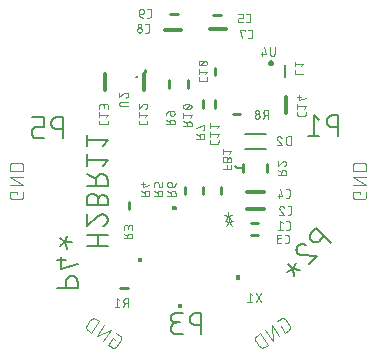
<source format=gbr>
G04 EAGLE Gerber RS-274X export*
G75*
%MOMM*%
%FSLAX34Y34*%
%LPD*%
%INSilkscreen Bottom*%
%IPPOS*%
%AMOC8*
5,1,8,0,0,1.08239X$1,22.5*%
G01*
%ADD10C,0.101600*%
%ADD11C,0.152400*%
%ADD12C,0.177800*%
%ADD13C,0.254000*%
%ADD14C,0.076200*%
%ADD15C,0.150000*%
%ADD16C,0.304800*%
%ADD17C,0.100000*%
%ADD18C,0.100000*%
%ADD19C,0.127000*%
%ADD20C,0.250000*%

G36*
X-8215Y124938D02*
X-8215Y124938D01*
X-8213Y124937D01*
X-8170Y124957D01*
X-8126Y124975D01*
X-8125Y124977D01*
X-8123Y124978D01*
X-8091Y125063D01*
X-8091Y127603D01*
X-8091Y127605D01*
X-8091Y127607D01*
X-8110Y127650D01*
X-8129Y127694D01*
X-8131Y127695D01*
X-8132Y127697D01*
X-8217Y127730D01*
X-12027Y127730D01*
X-12029Y127729D01*
X-12031Y127729D01*
X-12074Y127710D01*
X-12117Y127691D01*
X-12118Y127689D01*
X-12120Y127688D01*
X-12153Y127603D01*
X-12153Y125063D01*
X-12152Y125061D01*
X-12153Y125059D01*
X-12133Y125016D01*
X-12115Y124973D01*
X-12113Y124972D01*
X-12112Y124970D01*
X-12027Y124937D01*
X-8217Y124937D01*
X-8215Y124938D01*
G37*
G36*
X-37749Y80400D02*
X-37749Y80400D01*
X-37747Y80399D01*
X-37704Y80419D01*
X-37660Y80437D01*
X-37659Y80439D01*
X-37657Y80440D01*
X-37625Y80525D01*
X-37625Y84335D01*
X-37625Y84337D01*
X-37625Y84339D01*
X-37644Y84382D01*
X-37663Y84426D01*
X-37665Y84427D01*
X-37666Y84429D01*
X-37751Y84462D01*
X-40291Y84462D01*
X-40293Y84461D01*
X-40295Y84461D01*
X-40338Y84442D01*
X-40381Y84423D01*
X-40382Y84421D01*
X-40384Y84420D01*
X-40417Y84335D01*
X-40417Y80525D01*
X-40416Y80523D01*
X-40417Y80521D01*
X-40397Y80478D01*
X-40379Y80435D01*
X-40377Y80434D01*
X-40376Y80432D01*
X-40291Y80399D01*
X-37751Y80399D01*
X-37749Y80400D01*
G37*
G36*
X45055Y65397D02*
X45055Y65397D01*
X45057Y65396D01*
X45100Y65416D01*
X45144Y65434D01*
X45145Y65436D01*
X45147Y65437D01*
X45180Y65522D01*
X45180Y69332D01*
X45179Y69334D01*
X45179Y69336D01*
X45160Y69379D01*
X45141Y69423D01*
X45139Y69424D01*
X45138Y69426D01*
X45053Y69459D01*
X42513Y69459D01*
X42511Y69458D01*
X42509Y69458D01*
X42466Y69439D01*
X42423Y69420D01*
X42422Y69418D01*
X42420Y69417D01*
X42387Y69332D01*
X42387Y65522D01*
X42388Y65520D01*
X42387Y65518D01*
X42407Y65475D01*
X42425Y65432D01*
X42427Y65431D01*
X42428Y65429D01*
X42513Y65396D01*
X45053Y65396D01*
X45055Y65397D01*
G37*
G36*
X-3214Y42134D02*
X-3214Y42134D01*
X-3212Y42133D01*
X-3169Y42153D01*
X-3125Y42171D01*
X-3124Y42173D01*
X-3122Y42174D01*
X-3090Y42259D01*
X-3090Y44799D01*
X-3090Y44801D01*
X-3090Y44803D01*
X-3109Y44846D01*
X-3128Y44890D01*
X-3130Y44891D01*
X-3131Y44893D01*
X-3216Y44926D01*
X-7026Y44926D01*
X-7028Y44925D01*
X-7030Y44925D01*
X-7073Y44906D01*
X-7116Y44887D01*
X-7117Y44885D01*
X-7119Y44884D01*
X-7152Y44799D01*
X-7152Y42259D01*
X-7151Y42257D01*
X-7152Y42255D01*
X-7132Y42212D01*
X-7114Y42169D01*
X-7112Y42168D01*
X-7111Y42166D01*
X-7026Y42133D01*
X-3216Y42133D01*
X-3214Y42134D01*
G37*
D10*
X147493Y138331D02*
X147493Y140279D01*
X141002Y140279D01*
X141002Y136384D01*
X141004Y136285D01*
X141010Y136185D01*
X141019Y136086D01*
X141032Y135988D01*
X141049Y135890D01*
X141070Y135792D01*
X141095Y135696D01*
X141123Y135601D01*
X141155Y135507D01*
X141190Y135414D01*
X141229Y135322D01*
X141272Y135232D01*
X141317Y135144D01*
X141367Y135057D01*
X141419Y134973D01*
X141475Y134890D01*
X141533Y134810D01*
X141595Y134732D01*
X141660Y134657D01*
X141728Y134584D01*
X141798Y134514D01*
X141871Y134446D01*
X141946Y134381D01*
X142024Y134319D01*
X142104Y134261D01*
X142187Y134205D01*
X142271Y134153D01*
X142358Y134103D01*
X142446Y134058D01*
X142536Y134015D01*
X142628Y133976D01*
X142721Y133941D01*
X142815Y133909D01*
X142910Y133881D01*
X143006Y133856D01*
X143104Y133835D01*
X143202Y133818D01*
X143300Y133805D01*
X143399Y133796D01*
X143499Y133790D01*
X143598Y133788D01*
X150089Y133788D01*
X150188Y133790D01*
X150288Y133796D01*
X150387Y133805D01*
X150485Y133818D01*
X150583Y133835D01*
X150681Y133856D01*
X150777Y133881D01*
X150872Y133909D01*
X150966Y133941D01*
X151059Y133976D01*
X151151Y134015D01*
X151241Y134058D01*
X151329Y134103D01*
X151416Y134153D01*
X151500Y134205D01*
X151583Y134261D01*
X151663Y134319D01*
X151741Y134381D01*
X151816Y134446D01*
X151889Y134514D01*
X151959Y134584D01*
X152027Y134657D01*
X152092Y134732D01*
X152154Y134810D01*
X152212Y134890D01*
X152268Y134973D01*
X152320Y135057D01*
X152370Y135144D01*
X152415Y135232D01*
X152458Y135322D01*
X152497Y135414D01*
X152532Y135506D01*
X152564Y135601D01*
X152592Y135696D01*
X152617Y135792D01*
X152638Y135890D01*
X152655Y135988D01*
X152668Y136086D01*
X152677Y136185D01*
X152683Y136285D01*
X152685Y136384D01*
X152686Y136384D02*
X152686Y140279D01*
X152686Y145979D02*
X141002Y145979D01*
X141002Y152471D02*
X152686Y145979D01*
X152686Y152471D02*
X141002Y152471D01*
X141002Y158171D02*
X152686Y158171D01*
X152686Y161417D01*
X152684Y161530D01*
X152678Y161643D01*
X152668Y161756D01*
X152654Y161869D01*
X152637Y161981D01*
X152615Y162092D01*
X152590Y162202D01*
X152560Y162312D01*
X152527Y162420D01*
X152490Y162527D01*
X152450Y162633D01*
X152405Y162737D01*
X152357Y162840D01*
X152306Y162941D01*
X152251Y163040D01*
X152193Y163137D01*
X152131Y163232D01*
X152066Y163325D01*
X151998Y163415D01*
X151927Y163503D01*
X151852Y163589D01*
X151775Y163672D01*
X151695Y163752D01*
X151612Y163829D01*
X151526Y163904D01*
X151438Y163975D01*
X151348Y164043D01*
X151255Y164108D01*
X151160Y164170D01*
X151063Y164228D01*
X150964Y164283D01*
X150863Y164334D01*
X150760Y164382D01*
X150656Y164427D01*
X150550Y164467D01*
X150443Y164504D01*
X150335Y164537D01*
X150225Y164567D01*
X150115Y164592D01*
X150004Y164614D01*
X149892Y164631D01*
X149779Y164645D01*
X149666Y164655D01*
X149553Y164661D01*
X149440Y164663D01*
X144247Y164663D01*
X144134Y164661D01*
X144021Y164655D01*
X143908Y164645D01*
X143795Y164631D01*
X143683Y164614D01*
X143572Y164592D01*
X143462Y164567D01*
X143352Y164537D01*
X143244Y164504D01*
X143137Y164467D01*
X143031Y164427D01*
X142927Y164382D01*
X142824Y164334D01*
X142723Y164283D01*
X142624Y164228D01*
X142527Y164170D01*
X142432Y164108D01*
X142339Y164043D01*
X142249Y163975D01*
X142161Y163904D01*
X142075Y163829D01*
X141992Y163752D01*
X141912Y163672D01*
X141835Y163589D01*
X141760Y163503D01*
X141689Y163415D01*
X141621Y163325D01*
X141556Y163232D01*
X141494Y163137D01*
X141436Y163040D01*
X141381Y162941D01*
X141330Y162840D01*
X141282Y162737D01*
X141237Y162633D01*
X141197Y162527D01*
X141160Y162420D01*
X141127Y162312D01*
X141097Y162202D01*
X141072Y162092D01*
X141050Y161981D01*
X141033Y161869D01*
X141019Y161756D01*
X141009Y161643D01*
X141003Y161530D01*
X141001Y161417D01*
X141002Y161417D02*
X141002Y158171D01*
X81576Y27418D02*
X79981Y26301D01*
X83704Y20983D01*
X86895Y23217D01*
X86894Y23217D02*
X86974Y23276D01*
X87052Y23338D01*
X87128Y23402D01*
X87201Y23470D01*
X87272Y23540D01*
X87339Y23613D01*
X87404Y23688D01*
X87466Y23766D01*
X87525Y23846D01*
X87581Y23928D01*
X87634Y24013D01*
X87683Y24099D01*
X87729Y24187D01*
X87772Y24277D01*
X87811Y24368D01*
X87846Y24461D01*
X87878Y24555D01*
X87907Y24651D01*
X87931Y24747D01*
X87952Y24844D01*
X87970Y24942D01*
X87983Y25041D01*
X87993Y25140D01*
X87999Y25239D01*
X88001Y25338D01*
X87999Y25438D01*
X87994Y25537D01*
X87984Y25636D01*
X87971Y25735D01*
X87955Y25833D01*
X87934Y25930D01*
X87910Y26027D01*
X87882Y26122D01*
X87850Y26216D01*
X87815Y26309D01*
X87776Y26401D01*
X87734Y26491D01*
X87688Y26579D01*
X87639Y26666D01*
X87587Y26750D01*
X87532Y26833D01*
X83809Y32151D01*
X83809Y32150D02*
X83750Y32230D01*
X83688Y32308D01*
X83624Y32384D01*
X83556Y32457D01*
X83486Y32528D01*
X83413Y32595D01*
X83338Y32660D01*
X83260Y32722D01*
X83180Y32781D01*
X83098Y32837D01*
X83013Y32890D01*
X82927Y32939D01*
X82839Y32985D01*
X82749Y33028D01*
X82658Y33067D01*
X82565Y33102D01*
X82471Y33134D01*
X82375Y33163D01*
X82279Y33187D01*
X82182Y33208D01*
X82084Y33226D01*
X81985Y33239D01*
X81886Y33249D01*
X81787Y33255D01*
X81688Y33257D01*
X81588Y33255D01*
X81489Y33250D01*
X81390Y33241D01*
X81291Y33227D01*
X81193Y33211D01*
X81096Y33190D01*
X80999Y33166D01*
X80904Y33138D01*
X80810Y33106D01*
X80717Y33071D01*
X80625Y33032D01*
X80535Y32990D01*
X80447Y32944D01*
X80360Y32895D01*
X80276Y32843D01*
X80193Y32788D01*
X77003Y30554D01*
X72333Y27284D02*
X79034Y17714D01*
X73717Y13990D02*
X72333Y27284D01*
X67016Y23561D02*
X73717Y13990D01*
X69047Y10720D02*
X62346Y20291D01*
X59687Y18430D01*
X59596Y18363D01*
X59506Y18294D01*
X59419Y18221D01*
X59335Y18145D01*
X59254Y18066D01*
X59175Y17985D01*
X59099Y17901D01*
X59026Y17814D01*
X58957Y17725D01*
X58890Y17633D01*
X58827Y17539D01*
X58767Y17443D01*
X58710Y17345D01*
X58657Y17245D01*
X58607Y17143D01*
X58561Y17039D01*
X58519Y16934D01*
X58480Y16828D01*
X58445Y16720D01*
X58414Y16611D01*
X58386Y16501D01*
X58363Y16390D01*
X58343Y16279D01*
X58327Y16167D01*
X58315Y16054D01*
X58307Y15941D01*
X58303Y15828D01*
X58303Y15714D01*
X58307Y15601D01*
X58315Y15488D01*
X58327Y15375D01*
X58343Y15263D01*
X58363Y15152D01*
X58386Y15041D01*
X58414Y14931D01*
X58445Y14822D01*
X58480Y14714D01*
X58519Y14608D01*
X58561Y14503D01*
X58607Y14399D01*
X58657Y14297D01*
X58710Y14197D01*
X58767Y14099D01*
X58827Y14003D01*
X58890Y13909D01*
X58890Y13910D02*
X61869Y9656D01*
X61868Y9655D02*
X61935Y9564D01*
X62004Y9474D01*
X62077Y9387D01*
X62153Y9303D01*
X62232Y9222D01*
X62313Y9143D01*
X62397Y9067D01*
X62484Y8994D01*
X62574Y8925D01*
X62665Y8858D01*
X62759Y8795D01*
X62855Y8735D01*
X62953Y8678D01*
X63053Y8625D01*
X63155Y8575D01*
X63259Y8529D01*
X63364Y8487D01*
X63470Y8448D01*
X63578Y8413D01*
X63687Y8382D01*
X63797Y8354D01*
X63908Y8331D01*
X64019Y8311D01*
X64131Y8295D01*
X64244Y8283D01*
X64357Y8275D01*
X64470Y8271D01*
X64584Y8271D01*
X64697Y8275D01*
X64810Y8283D01*
X64923Y8295D01*
X65035Y8311D01*
X65146Y8331D01*
X65257Y8354D01*
X65367Y8382D01*
X65476Y8413D01*
X65584Y8448D01*
X65690Y8487D01*
X65795Y8529D01*
X65899Y8575D01*
X66001Y8625D01*
X66101Y8678D01*
X66199Y8735D01*
X66295Y8795D01*
X66389Y8858D01*
X66389Y8859D02*
X69047Y10720D01*
X-60554Y14921D02*
X-62149Y16038D01*
X-65872Y10721D01*
X-62682Y8487D01*
X-62599Y8432D01*
X-62515Y8380D01*
X-62428Y8331D01*
X-62340Y8285D01*
X-62250Y8243D01*
X-62158Y8204D01*
X-62065Y8169D01*
X-61971Y8137D01*
X-61876Y8109D01*
X-61779Y8085D01*
X-61682Y8064D01*
X-61584Y8048D01*
X-61485Y8035D01*
X-61386Y8025D01*
X-61287Y8020D01*
X-61187Y8018D01*
X-61088Y8020D01*
X-60989Y8026D01*
X-60890Y8036D01*
X-60791Y8049D01*
X-60693Y8067D01*
X-60596Y8088D01*
X-60500Y8112D01*
X-60404Y8141D01*
X-60310Y8173D01*
X-60217Y8208D01*
X-60126Y8247D01*
X-60036Y8290D01*
X-59948Y8336D01*
X-59862Y8385D01*
X-59777Y8438D01*
X-59695Y8494D01*
X-59615Y8553D01*
X-59537Y8615D01*
X-59462Y8680D01*
X-59389Y8747D01*
X-59319Y8818D01*
X-59251Y8891D01*
X-59187Y8967D01*
X-59125Y9045D01*
X-59066Y9125D01*
X-59066Y9124D02*
X-55343Y14441D01*
X-55343Y14442D02*
X-55288Y14525D01*
X-55236Y14609D01*
X-55187Y14696D01*
X-55141Y14784D01*
X-55099Y14874D01*
X-55060Y14966D01*
X-55025Y15059D01*
X-54993Y15153D01*
X-54965Y15248D01*
X-54941Y15345D01*
X-54920Y15442D01*
X-54904Y15540D01*
X-54891Y15639D01*
X-54881Y15738D01*
X-54876Y15837D01*
X-54874Y15937D01*
X-54876Y16036D01*
X-54882Y16135D01*
X-54892Y16234D01*
X-54905Y16333D01*
X-54923Y16431D01*
X-54944Y16528D01*
X-54968Y16624D01*
X-54997Y16720D01*
X-55029Y16814D01*
X-55064Y16907D01*
X-55103Y16998D01*
X-55146Y17088D01*
X-55192Y17176D01*
X-55241Y17262D01*
X-55294Y17347D01*
X-55350Y17429D01*
X-55409Y17509D01*
X-55471Y17587D01*
X-55536Y17662D01*
X-55603Y17735D01*
X-55674Y17805D01*
X-55747Y17873D01*
X-55823Y17937D01*
X-55901Y17999D01*
X-55981Y18058D01*
X-55980Y18058D02*
X-59171Y20292D01*
X-63841Y23561D02*
X-70542Y13990D01*
X-75860Y17714D02*
X-63841Y23561D01*
X-69158Y27285D02*
X-75860Y17714D01*
X-80529Y20983D02*
X-73828Y30554D01*
X-76486Y32416D01*
X-76580Y32479D01*
X-76676Y32539D01*
X-76774Y32596D01*
X-76874Y32649D01*
X-76976Y32699D01*
X-77080Y32745D01*
X-77185Y32787D01*
X-77291Y32826D01*
X-77399Y32861D01*
X-77508Y32892D01*
X-77618Y32920D01*
X-77729Y32943D01*
X-77840Y32963D01*
X-77952Y32979D01*
X-78065Y32991D01*
X-78178Y32999D01*
X-78291Y33003D01*
X-78405Y33003D01*
X-78518Y32999D01*
X-78631Y32991D01*
X-78744Y32979D01*
X-78856Y32963D01*
X-78967Y32943D01*
X-79078Y32920D01*
X-79188Y32892D01*
X-79297Y32861D01*
X-79405Y32826D01*
X-79511Y32787D01*
X-79616Y32745D01*
X-79720Y32699D01*
X-79822Y32649D01*
X-79922Y32596D01*
X-80020Y32539D01*
X-80116Y32479D01*
X-80210Y32416D01*
X-80301Y32349D01*
X-80391Y32280D01*
X-80478Y32207D01*
X-80562Y32131D01*
X-80643Y32052D01*
X-80722Y31971D01*
X-80798Y31887D01*
X-80871Y31800D01*
X-80940Y31711D01*
X-81007Y31619D01*
X-83985Y27365D01*
X-83986Y27366D02*
X-84049Y27272D01*
X-84109Y27176D01*
X-84166Y27078D01*
X-84219Y26978D01*
X-84269Y26876D01*
X-84315Y26772D01*
X-84357Y26667D01*
X-84396Y26561D01*
X-84431Y26453D01*
X-84462Y26344D01*
X-84490Y26234D01*
X-84513Y26123D01*
X-84533Y26012D01*
X-84549Y25900D01*
X-84561Y25787D01*
X-84569Y25674D01*
X-84573Y25561D01*
X-84573Y25447D01*
X-84569Y25334D01*
X-84561Y25221D01*
X-84549Y25108D01*
X-84533Y24996D01*
X-84513Y24885D01*
X-84490Y24774D01*
X-84462Y24664D01*
X-84431Y24555D01*
X-84396Y24447D01*
X-84357Y24341D01*
X-84315Y24236D01*
X-84269Y24132D01*
X-84219Y24030D01*
X-84166Y23930D01*
X-84109Y23832D01*
X-84049Y23736D01*
X-83986Y23642D01*
X-83919Y23550D01*
X-83850Y23461D01*
X-83777Y23374D01*
X-83701Y23290D01*
X-83622Y23209D01*
X-83541Y23130D01*
X-83457Y23054D01*
X-83370Y22981D01*
X-83280Y22912D01*
X-83189Y22845D01*
X-83188Y22845D02*
X-80529Y20983D01*
X-143020Y138331D02*
X-143020Y140279D01*
X-149511Y140279D01*
X-149511Y136384D01*
X-149510Y136384D02*
X-149508Y136285D01*
X-149502Y136185D01*
X-149493Y136086D01*
X-149480Y135988D01*
X-149463Y135890D01*
X-149442Y135792D01*
X-149417Y135696D01*
X-149389Y135601D01*
X-149357Y135507D01*
X-149322Y135414D01*
X-149283Y135322D01*
X-149240Y135232D01*
X-149195Y135144D01*
X-149145Y135057D01*
X-149093Y134973D01*
X-149037Y134890D01*
X-148979Y134810D01*
X-148917Y134732D01*
X-148852Y134657D01*
X-148784Y134584D01*
X-148714Y134514D01*
X-148641Y134446D01*
X-148566Y134381D01*
X-148488Y134319D01*
X-148408Y134261D01*
X-148325Y134205D01*
X-148241Y134153D01*
X-148154Y134103D01*
X-148066Y134058D01*
X-147976Y134015D01*
X-147884Y133976D01*
X-147791Y133941D01*
X-147697Y133909D01*
X-147602Y133881D01*
X-147506Y133856D01*
X-147408Y133835D01*
X-147310Y133818D01*
X-147212Y133805D01*
X-147113Y133796D01*
X-147013Y133790D01*
X-146914Y133788D01*
X-140423Y133788D01*
X-140423Y133787D02*
X-140324Y133789D01*
X-140224Y133795D01*
X-140125Y133804D01*
X-140027Y133817D01*
X-139929Y133835D01*
X-139831Y133855D01*
X-139735Y133880D01*
X-139639Y133908D01*
X-139545Y133940D01*
X-139452Y133975D01*
X-139361Y134014D01*
X-139271Y134057D01*
X-139182Y134102D01*
X-139096Y134152D01*
X-139011Y134204D01*
X-138929Y134260D01*
X-138849Y134319D01*
X-138771Y134380D01*
X-138695Y134445D01*
X-138622Y134513D01*
X-138552Y134583D01*
X-138484Y134656D01*
X-138419Y134732D01*
X-138358Y134810D01*
X-138299Y134890D01*
X-138243Y134972D01*
X-138191Y135057D01*
X-138142Y135143D01*
X-138096Y135232D01*
X-138053Y135322D01*
X-138014Y135413D01*
X-137979Y135506D01*
X-137947Y135600D01*
X-137919Y135696D01*
X-137894Y135792D01*
X-137874Y135890D01*
X-137856Y135988D01*
X-137843Y136086D01*
X-137834Y136185D01*
X-137828Y136284D01*
X-137826Y136384D01*
X-137827Y136384D02*
X-137827Y140279D01*
X-137827Y145979D02*
X-149511Y145979D01*
X-149511Y152471D02*
X-137827Y145979D01*
X-137827Y152471D02*
X-149511Y152471D01*
X-149511Y158171D02*
X-137827Y158171D01*
X-137827Y161417D01*
X-137826Y161417D02*
X-137828Y161530D01*
X-137834Y161643D01*
X-137844Y161756D01*
X-137858Y161869D01*
X-137875Y161981D01*
X-137897Y162092D01*
X-137922Y162202D01*
X-137952Y162312D01*
X-137985Y162420D01*
X-138022Y162527D01*
X-138062Y162633D01*
X-138107Y162737D01*
X-138155Y162840D01*
X-138206Y162941D01*
X-138261Y163040D01*
X-138319Y163137D01*
X-138381Y163232D01*
X-138446Y163325D01*
X-138514Y163415D01*
X-138585Y163503D01*
X-138660Y163589D01*
X-138737Y163672D01*
X-138817Y163752D01*
X-138900Y163829D01*
X-138986Y163904D01*
X-139074Y163975D01*
X-139164Y164043D01*
X-139257Y164108D01*
X-139352Y164170D01*
X-139449Y164228D01*
X-139548Y164283D01*
X-139649Y164334D01*
X-139752Y164382D01*
X-139856Y164427D01*
X-139962Y164467D01*
X-140069Y164504D01*
X-140177Y164537D01*
X-140287Y164567D01*
X-140397Y164592D01*
X-140508Y164614D01*
X-140620Y164631D01*
X-140733Y164645D01*
X-140846Y164655D01*
X-140959Y164661D01*
X-141072Y164663D01*
X-146265Y164663D01*
X-146378Y164661D01*
X-146491Y164655D01*
X-146604Y164645D01*
X-146717Y164631D01*
X-146829Y164614D01*
X-146940Y164592D01*
X-147050Y164567D01*
X-147160Y164537D01*
X-147268Y164504D01*
X-147375Y164467D01*
X-147481Y164427D01*
X-147585Y164382D01*
X-147688Y164334D01*
X-147789Y164283D01*
X-147888Y164228D01*
X-147985Y164170D01*
X-148080Y164108D01*
X-148173Y164043D01*
X-148263Y163975D01*
X-148351Y163904D01*
X-148437Y163829D01*
X-148520Y163752D01*
X-148600Y163672D01*
X-148677Y163589D01*
X-148752Y163503D01*
X-148823Y163415D01*
X-148891Y163325D01*
X-148956Y163232D01*
X-149018Y163137D01*
X-149076Y163040D01*
X-149131Y162941D01*
X-149182Y162840D01*
X-149230Y162737D01*
X-149275Y162633D01*
X-149315Y162527D01*
X-149352Y162420D01*
X-149385Y162312D01*
X-149415Y162202D01*
X-149440Y162092D01*
X-149462Y161981D01*
X-149479Y161869D01*
X-149493Y161756D01*
X-149503Y161643D01*
X-149509Y161530D01*
X-149511Y161417D01*
X-149511Y158171D01*
D11*
X128824Y187166D02*
X128824Y204946D01*
X123885Y204946D01*
X123745Y204944D01*
X123606Y204938D01*
X123466Y204928D01*
X123327Y204914D01*
X123188Y204897D01*
X123050Y204875D01*
X122913Y204849D01*
X122776Y204820D01*
X122640Y204787D01*
X122506Y204750D01*
X122372Y204709D01*
X122240Y204664D01*
X122108Y204615D01*
X121979Y204563D01*
X121851Y204508D01*
X121724Y204448D01*
X121599Y204385D01*
X121476Y204319D01*
X121355Y204249D01*
X121236Y204176D01*
X121119Y204099D01*
X121005Y204019D01*
X120892Y203936D01*
X120782Y203850D01*
X120675Y203760D01*
X120570Y203668D01*
X120468Y203573D01*
X120368Y203475D01*
X120271Y203374D01*
X120177Y203270D01*
X120087Y203164D01*
X119999Y203055D01*
X119914Y202944D01*
X119833Y202830D01*
X119754Y202715D01*
X119679Y202597D01*
X119608Y202477D01*
X119540Y202354D01*
X119475Y202231D01*
X119414Y202105D01*
X119356Y201977D01*
X119302Y201849D01*
X119252Y201718D01*
X119205Y201586D01*
X119162Y201453D01*
X119123Y201319D01*
X119088Y201184D01*
X119057Y201048D01*
X119029Y200910D01*
X119006Y200773D01*
X118986Y200634D01*
X118970Y200495D01*
X118958Y200356D01*
X118950Y200217D01*
X118946Y200077D01*
X118946Y199937D01*
X118950Y199797D01*
X118958Y199658D01*
X118970Y199519D01*
X118986Y199380D01*
X119006Y199241D01*
X119029Y199104D01*
X119057Y198966D01*
X119088Y198830D01*
X119123Y198695D01*
X119162Y198561D01*
X119205Y198428D01*
X119252Y198296D01*
X119302Y198165D01*
X119356Y198037D01*
X119414Y197909D01*
X119475Y197783D01*
X119540Y197660D01*
X119608Y197537D01*
X119679Y197417D01*
X119754Y197299D01*
X119833Y197184D01*
X119914Y197070D01*
X119999Y196959D01*
X120087Y196850D01*
X120177Y196744D01*
X120271Y196640D01*
X120368Y196539D01*
X120468Y196441D01*
X120570Y196346D01*
X120675Y196254D01*
X120782Y196164D01*
X120892Y196078D01*
X121005Y195995D01*
X121119Y195915D01*
X121236Y195838D01*
X121355Y195765D01*
X121476Y195695D01*
X121599Y195629D01*
X121724Y195566D01*
X121851Y195506D01*
X121979Y195451D01*
X122108Y195399D01*
X122240Y195350D01*
X122372Y195305D01*
X122506Y195264D01*
X122640Y195227D01*
X122776Y195194D01*
X122913Y195165D01*
X123050Y195139D01*
X123188Y195117D01*
X123327Y195100D01*
X123466Y195086D01*
X123606Y195076D01*
X123745Y195070D01*
X123885Y195068D01*
X128824Y195068D01*
X112829Y200995D02*
X107890Y204946D01*
X107890Y187166D01*
X112829Y187166D02*
X102951Y187166D01*
X12936Y37465D02*
X12936Y19685D01*
X12936Y37465D02*
X7998Y37465D01*
X7858Y37463D01*
X7719Y37457D01*
X7579Y37447D01*
X7440Y37433D01*
X7301Y37416D01*
X7163Y37394D01*
X7026Y37368D01*
X6889Y37339D01*
X6753Y37306D01*
X6619Y37269D01*
X6485Y37228D01*
X6353Y37183D01*
X6221Y37134D01*
X6092Y37082D01*
X5964Y37027D01*
X5837Y36967D01*
X5712Y36904D01*
X5589Y36838D01*
X5468Y36768D01*
X5349Y36695D01*
X5232Y36618D01*
X5118Y36538D01*
X5005Y36455D01*
X4895Y36369D01*
X4788Y36279D01*
X4683Y36187D01*
X4581Y36092D01*
X4481Y35994D01*
X4384Y35893D01*
X4290Y35789D01*
X4200Y35683D01*
X4112Y35574D01*
X4027Y35463D01*
X3946Y35349D01*
X3867Y35234D01*
X3792Y35116D01*
X3721Y34995D01*
X3653Y34873D01*
X3588Y34750D01*
X3527Y34624D01*
X3469Y34496D01*
X3415Y34368D01*
X3365Y34237D01*
X3318Y34105D01*
X3275Y33972D01*
X3236Y33838D01*
X3201Y33703D01*
X3170Y33567D01*
X3142Y33429D01*
X3119Y33292D01*
X3099Y33153D01*
X3083Y33014D01*
X3071Y32875D01*
X3063Y32736D01*
X3059Y32596D01*
X3059Y32456D01*
X3063Y32316D01*
X3071Y32177D01*
X3083Y32038D01*
X3099Y31899D01*
X3119Y31760D01*
X3142Y31623D01*
X3170Y31485D01*
X3201Y31349D01*
X3236Y31214D01*
X3275Y31080D01*
X3318Y30947D01*
X3365Y30815D01*
X3415Y30684D01*
X3469Y30556D01*
X3527Y30428D01*
X3588Y30302D01*
X3653Y30179D01*
X3721Y30056D01*
X3792Y29936D01*
X3867Y29818D01*
X3946Y29703D01*
X4027Y29589D01*
X4112Y29478D01*
X4200Y29369D01*
X4290Y29263D01*
X4384Y29159D01*
X4481Y29058D01*
X4581Y28960D01*
X4683Y28865D01*
X4788Y28773D01*
X4895Y28683D01*
X5005Y28597D01*
X5118Y28514D01*
X5232Y28434D01*
X5349Y28357D01*
X5468Y28284D01*
X5589Y28214D01*
X5712Y28148D01*
X5837Y28085D01*
X5964Y28025D01*
X6092Y27970D01*
X6221Y27918D01*
X6353Y27869D01*
X6485Y27824D01*
X6619Y27783D01*
X6753Y27746D01*
X6889Y27713D01*
X7026Y27684D01*
X7163Y27658D01*
X7301Y27636D01*
X7440Y27619D01*
X7579Y27605D01*
X7719Y27595D01*
X7858Y27589D01*
X7998Y27587D01*
X12936Y27587D01*
X-3059Y19685D02*
X-7998Y19685D01*
X-8138Y19687D01*
X-8277Y19693D01*
X-8417Y19703D01*
X-8556Y19717D01*
X-8695Y19734D01*
X-8833Y19756D01*
X-8970Y19782D01*
X-9107Y19811D01*
X-9243Y19844D01*
X-9377Y19881D01*
X-9511Y19922D01*
X-9643Y19967D01*
X-9775Y20016D01*
X-9904Y20068D01*
X-10032Y20123D01*
X-10159Y20183D01*
X-10284Y20246D01*
X-10407Y20312D01*
X-10528Y20382D01*
X-10647Y20455D01*
X-10764Y20532D01*
X-10878Y20612D01*
X-10991Y20695D01*
X-11101Y20781D01*
X-11208Y20871D01*
X-11313Y20963D01*
X-11415Y21058D01*
X-11515Y21156D01*
X-11612Y21257D01*
X-11706Y21361D01*
X-11796Y21467D01*
X-11884Y21576D01*
X-11969Y21687D01*
X-12050Y21801D01*
X-12129Y21916D01*
X-12204Y22034D01*
X-12275Y22154D01*
X-12343Y22277D01*
X-12408Y22400D01*
X-12469Y22526D01*
X-12527Y22654D01*
X-12581Y22782D01*
X-12631Y22913D01*
X-12678Y23045D01*
X-12721Y23178D01*
X-12760Y23312D01*
X-12795Y23447D01*
X-12826Y23583D01*
X-12854Y23721D01*
X-12877Y23858D01*
X-12897Y23997D01*
X-12913Y24136D01*
X-12925Y24275D01*
X-12933Y24414D01*
X-12937Y24554D01*
X-12937Y24694D01*
X-12933Y24834D01*
X-12925Y24973D01*
X-12913Y25112D01*
X-12897Y25251D01*
X-12877Y25390D01*
X-12854Y25527D01*
X-12826Y25665D01*
X-12795Y25801D01*
X-12760Y25936D01*
X-12721Y26070D01*
X-12678Y26203D01*
X-12631Y26335D01*
X-12581Y26466D01*
X-12527Y26594D01*
X-12469Y26722D01*
X-12408Y26848D01*
X-12343Y26971D01*
X-12275Y27093D01*
X-12204Y27214D01*
X-12129Y27332D01*
X-12050Y27447D01*
X-11969Y27561D01*
X-11884Y27672D01*
X-11796Y27781D01*
X-11706Y27887D01*
X-11612Y27991D01*
X-11515Y28092D01*
X-11415Y28190D01*
X-11313Y28285D01*
X-11208Y28377D01*
X-11101Y28467D01*
X-10991Y28553D01*
X-10878Y28636D01*
X-10764Y28716D01*
X-10647Y28793D01*
X-10528Y28866D01*
X-10407Y28936D01*
X-10284Y29002D01*
X-10159Y29065D01*
X-10032Y29125D01*
X-9904Y29180D01*
X-9775Y29232D01*
X-9643Y29281D01*
X-9511Y29326D01*
X-9377Y29367D01*
X-9243Y29404D01*
X-9107Y29437D01*
X-8970Y29466D01*
X-8833Y29492D01*
X-8695Y29514D01*
X-8556Y29531D01*
X-8417Y29545D01*
X-8277Y29555D01*
X-8138Y29561D01*
X-7998Y29563D01*
X-8985Y37465D02*
X-3059Y37465D01*
X-8985Y37465D02*
X-9109Y37463D01*
X-9233Y37457D01*
X-9357Y37447D01*
X-9480Y37434D01*
X-9603Y37416D01*
X-9725Y37395D01*
X-9847Y37370D01*
X-9968Y37341D01*
X-10087Y37308D01*
X-10206Y37272D01*
X-10323Y37231D01*
X-10439Y37188D01*
X-10554Y37140D01*
X-10667Y37089D01*
X-10779Y37034D01*
X-10888Y36976D01*
X-10996Y36915D01*
X-11102Y36850D01*
X-11206Y36782D01*
X-11307Y36710D01*
X-11407Y36636D01*
X-11503Y36558D01*
X-11598Y36478D01*
X-11690Y36394D01*
X-11779Y36308D01*
X-11865Y36219D01*
X-11949Y36127D01*
X-12029Y36032D01*
X-12107Y35936D01*
X-12181Y35836D01*
X-12253Y35735D01*
X-12321Y35631D01*
X-12386Y35525D01*
X-12447Y35417D01*
X-12505Y35308D01*
X-12560Y35196D01*
X-12611Y35083D01*
X-12659Y34968D01*
X-12702Y34852D01*
X-12743Y34735D01*
X-12779Y34616D01*
X-12812Y34497D01*
X-12841Y34376D01*
X-12866Y34254D01*
X-12887Y34132D01*
X-12905Y34009D01*
X-12918Y33886D01*
X-12928Y33762D01*
X-12934Y33638D01*
X-12936Y33514D01*
X-12934Y33390D01*
X-12928Y33266D01*
X-12918Y33142D01*
X-12905Y33019D01*
X-12887Y32896D01*
X-12866Y32774D01*
X-12841Y32652D01*
X-12812Y32531D01*
X-12779Y32412D01*
X-12743Y32293D01*
X-12702Y32176D01*
X-12659Y32060D01*
X-12611Y31945D01*
X-12560Y31832D01*
X-12505Y31720D01*
X-12447Y31611D01*
X-12386Y31503D01*
X-12321Y31397D01*
X-12253Y31293D01*
X-12181Y31192D01*
X-12107Y31092D01*
X-12029Y30996D01*
X-11949Y30901D01*
X-11865Y30809D01*
X-11779Y30720D01*
X-11690Y30634D01*
X-11598Y30550D01*
X-11503Y30470D01*
X-11407Y30392D01*
X-11307Y30318D01*
X-11206Y30246D01*
X-11102Y30178D01*
X-10996Y30113D01*
X-10888Y30052D01*
X-10779Y29994D01*
X-10667Y29939D01*
X-10554Y29888D01*
X-10439Y29840D01*
X-10323Y29797D01*
X-10206Y29756D01*
X-10087Y29720D01*
X-9968Y29687D01*
X-9847Y29658D01*
X-9725Y29633D01*
X-9603Y29612D01*
X-9480Y29594D01*
X-9357Y29581D01*
X-9233Y29571D01*
X-9109Y29565D01*
X-8985Y29563D01*
X-5034Y29563D01*
X-91916Y59125D02*
X-109696Y59125D01*
X-91916Y59125D02*
X-91916Y64064D01*
X-91918Y64204D01*
X-91924Y64343D01*
X-91934Y64483D01*
X-91948Y64622D01*
X-91965Y64761D01*
X-91987Y64899D01*
X-92013Y65036D01*
X-92042Y65173D01*
X-92075Y65309D01*
X-92112Y65443D01*
X-92153Y65577D01*
X-92198Y65709D01*
X-92247Y65841D01*
X-92299Y65970D01*
X-92354Y66098D01*
X-92414Y66225D01*
X-92477Y66350D01*
X-92543Y66473D01*
X-92613Y66594D01*
X-92686Y66713D01*
X-92763Y66830D01*
X-92843Y66944D01*
X-92926Y67057D01*
X-93012Y67167D01*
X-93102Y67274D01*
X-93194Y67379D01*
X-93289Y67481D01*
X-93387Y67581D01*
X-93488Y67678D01*
X-93592Y67772D01*
X-93698Y67862D01*
X-93807Y67950D01*
X-93918Y68035D01*
X-94032Y68116D01*
X-94147Y68195D01*
X-94265Y68270D01*
X-94386Y68341D01*
X-94508Y68409D01*
X-94631Y68474D01*
X-94757Y68535D01*
X-94885Y68593D01*
X-95013Y68647D01*
X-95144Y68697D01*
X-95276Y68744D01*
X-95409Y68787D01*
X-95543Y68826D01*
X-95678Y68861D01*
X-95814Y68892D01*
X-95952Y68920D01*
X-96089Y68943D01*
X-96228Y68963D01*
X-96367Y68979D01*
X-96506Y68991D01*
X-96645Y68999D01*
X-96785Y69003D01*
X-96925Y69003D01*
X-97065Y68999D01*
X-97204Y68991D01*
X-97343Y68979D01*
X-97482Y68963D01*
X-97621Y68943D01*
X-97758Y68920D01*
X-97896Y68892D01*
X-98032Y68861D01*
X-98167Y68826D01*
X-98301Y68787D01*
X-98434Y68744D01*
X-98566Y68697D01*
X-98697Y68647D01*
X-98825Y68593D01*
X-98953Y68535D01*
X-99079Y68474D01*
X-99202Y68409D01*
X-99325Y68341D01*
X-99445Y68270D01*
X-99563Y68195D01*
X-99678Y68116D01*
X-99792Y68035D01*
X-99903Y67950D01*
X-100012Y67862D01*
X-100118Y67772D01*
X-100222Y67678D01*
X-100323Y67581D01*
X-100421Y67481D01*
X-100516Y67379D01*
X-100608Y67274D01*
X-100698Y67167D01*
X-100784Y67057D01*
X-100867Y66944D01*
X-100947Y66830D01*
X-101024Y66713D01*
X-101097Y66594D01*
X-101167Y66473D01*
X-101233Y66350D01*
X-101296Y66225D01*
X-101356Y66098D01*
X-101411Y65970D01*
X-101463Y65841D01*
X-101512Y65709D01*
X-101557Y65577D01*
X-101598Y65443D01*
X-101635Y65309D01*
X-101668Y65173D01*
X-101697Y65036D01*
X-101723Y64899D01*
X-101745Y64761D01*
X-101762Y64622D01*
X-101776Y64483D01*
X-101786Y64343D01*
X-101792Y64204D01*
X-101794Y64064D01*
X-101794Y59125D01*
X-105745Y75120D02*
X-91916Y79071D01*
X-105745Y75120D02*
X-105745Y84998D01*
X-101794Y82034D02*
X-109696Y82034D01*
X-102782Y97367D02*
X-96855Y97367D01*
X-102782Y97367D02*
X-107227Y100825D01*
X-102782Y97367D02*
X-107227Y93910D01*
X-102782Y97367D02*
X-100806Y102800D01*
X-102782Y97367D02*
X-100806Y91935D01*
X-104539Y185579D02*
X-104539Y203359D01*
X-109477Y203359D01*
X-109617Y203357D01*
X-109756Y203351D01*
X-109896Y203341D01*
X-110035Y203327D01*
X-110174Y203310D01*
X-110312Y203288D01*
X-110449Y203262D01*
X-110586Y203233D01*
X-110722Y203200D01*
X-110856Y203163D01*
X-110990Y203122D01*
X-111122Y203077D01*
X-111254Y203028D01*
X-111383Y202976D01*
X-111511Y202921D01*
X-111638Y202861D01*
X-111763Y202798D01*
X-111886Y202732D01*
X-112007Y202662D01*
X-112126Y202589D01*
X-112243Y202512D01*
X-112357Y202432D01*
X-112470Y202349D01*
X-112580Y202263D01*
X-112687Y202173D01*
X-112792Y202081D01*
X-112894Y201986D01*
X-112994Y201888D01*
X-113091Y201787D01*
X-113185Y201683D01*
X-113275Y201577D01*
X-113363Y201468D01*
X-113448Y201357D01*
X-113529Y201243D01*
X-113608Y201128D01*
X-113683Y201010D01*
X-113754Y200890D01*
X-113822Y200767D01*
X-113887Y200644D01*
X-113948Y200518D01*
X-114006Y200390D01*
X-114060Y200262D01*
X-114110Y200131D01*
X-114157Y199999D01*
X-114200Y199866D01*
X-114239Y199732D01*
X-114274Y199597D01*
X-114305Y199461D01*
X-114333Y199323D01*
X-114356Y199186D01*
X-114376Y199047D01*
X-114392Y198908D01*
X-114404Y198769D01*
X-114412Y198630D01*
X-114416Y198490D01*
X-114416Y198350D01*
X-114412Y198210D01*
X-114404Y198071D01*
X-114392Y197932D01*
X-114376Y197793D01*
X-114356Y197654D01*
X-114333Y197517D01*
X-114305Y197379D01*
X-114274Y197243D01*
X-114239Y197108D01*
X-114200Y196974D01*
X-114157Y196841D01*
X-114110Y196709D01*
X-114060Y196578D01*
X-114006Y196450D01*
X-113948Y196322D01*
X-113887Y196196D01*
X-113822Y196073D01*
X-113754Y195950D01*
X-113683Y195830D01*
X-113608Y195712D01*
X-113529Y195597D01*
X-113448Y195483D01*
X-113363Y195372D01*
X-113275Y195263D01*
X-113185Y195157D01*
X-113091Y195053D01*
X-112994Y194952D01*
X-112894Y194854D01*
X-112792Y194759D01*
X-112687Y194667D01*
X-112580Y194577D01*
X-112470Y194491D01*
X-112357Y194408D01*
X-112243Y194328D01*
X-112126Y194251D01*
X-112007Y194178D01*
X-111886Y194108D01*
X-111763Y194042D01*
X-111638Y193979D01*
X-111511Y193919D01*
X-111383Y193864D01*
X-111254Y193812D01*
X-111122Y193763D01*
X-110990Y193718D01*
X-110856Y193677D01*
X-110722Y193640D01*
X-110586Y193607D01*
X-110449Y193578D01*
X-110312Y193552D01*
X-110174Y193530D01*
X-110035Y193513D01*
X-109896Y193499D01*
X-109756Y193489D01*
X-109617Y193483D01*
X-109477Y193481D01*
X-104539Y193481D01*
X-120534Y185579D02*
X-126460Y185579D01*
X-126584Y185581D01*
X-126708Y185587D01*
X-126832Y185597D01*
X-126955Y185610D01*
X-127078Y185628D01*
X-127200Y185649D01*
X-127322Y185674D01*
X-127443Y185703D01*
X-127562Y185736D01*
X-127681Y185772D01*
X-127798Y185813D01*
X-127914Y185856D01*
X-128029Y185904D01*
X-128142Y185955D01*
X-128254Y186010D01*
X-128363Y186068D01*
X-128471Y186129D01*
X-128577Y186194D01*
X-128681Y186262D01*
X-128782Y186334D01*
X-128882Y186408D01*
X-128978Y186486D01*
X-129073Y186566D01*
X-129165Y186650D01*
X-129254Y186736D01*
X-129340Y186825D01*
X-129424Y186917D01*
X-129504Y187012D01*
X-129582Y187108D01*
X-129656Y187208D01*
X-129728Y187309D01*
X-129796Y187413D01*
X-129861Y187519D01*
X-129922Y187627D01*
X-129980Y187736D01*
X-130035Y187848D01*
X-130086Y187961D01*
X-130134Y188076D01*
X-130177Y188192D01*
X-130218Y188309D01*
X-130254Y188428D01*
X-130287Y188547D01*
X-130316Y188668D01*
X-130341Y188790D01*
X-130362Y188912D01*
X-130380Y189035D01*
X-130393Y189158D01*
X-130403Y189282D01*
X-130409Y189406D01*
X-130411Y189530D01*
X-130411Y191505D01*
X-130409Y191629D01*
X-130403Y191753D01*
X-130393Y191877D01*
X-130380Y192000D01*
X-130362Y192123D01*
X-130341Y192245D01*
X-130316Y192367D01*
X-130287Y192488D01*
X-130254Y192607D01*
X-130218Y192726D01*
X-130177Y192843D01*
X-130134Y192959D01*
X-130086Y193074D01*
X-130035Y193187D01*
X-129980Y193299D01*
X-129922Y193408D01*
X-129861Y193516D01*
X-129796Y193622D01*
X-129728Y193726D01*
X-129656Y193827D01*
X-129582Y193927D01*
X-129504Y194023D01*
X-129424Y194118D01*
X-129340Y194210D01*
X-129254Y194299D01*
X-129165Y194385D01*
X-129073Y194469D01*
X-128978Y194549D01*
X-128882Y194627D01*
X-128782Y194701D01*
X-128681Y194773D01*
X-128577Y194841D01*
X-128471Y194906D01*
X-128363Y194967D01*
X-128254Y195025D01*
X-128142Y195080D01*
X-128029Y195131D01*
X-127914Y195179D01*
X-127798Y195222D01*
X-127681Y195263D01*
X-127562Y195299D01*
X-127443Y195332D01*
X-127322Y195361D01*
X-127200Y195386D01*
X-127078Y195407D01*
X-126955Y195425D01*
X-126832Y195438D01*
X-126708Y195448D01*
X-126584Y195454D01*
X-126460Y195456D01*
X-126460Y195457D02*
X-120534Y195457D01*
X-120534Y203359D01*
X-130411Y203359D01*
X-84296Y93914D02*
X-66516Y93914D01*
X-74419Y93914D02*
X-74419Y103792D01*
X-66516Y103792D02*
X-84296Y103792D01*
X-70961Y121101D02*
X-70829Y121099D01*
X-70698Y121093D01*
X-70566Y121083D01*
X-70435Y121070D01*
X-70305Y121052D01*
X-70175Y121031D01*
X-70045Y121006D01*
X-69917Y120977D01*
X-69789Y120944D01*
X-69663Y120907D01*
X-69537Y120867D01*
X-69413Y120823D01*
X-69290Y120775D01*
X-69169Y120724D01*
X-69049Y120669D01*
X-68931Y120611D01*
X-68815Y120549D01*
X-68701Y120483D01*
X-68588Y120415D01*
X-68478Y120343D01*
X-68370Y120268D01*
X-68264Y120189D01*
X-68160Y120108D01*
X-68059Y120023D01*
X-67961Y119936D01*
X-67865Y119845D01*
X-67772Y119752D01*
X-67681Y119656D01*
X-67594Y119558D01*
X-67509Y119457D01*
X-67428Y119353D01*
X-67349Y119247D01*
X-67274Y119139D01*
X-67202Y119029D01*
X-67134Y118916D01*
X-67068Y118802D01*
X-67006Y118686D01*
X-66948Y118568D01*
X-66893Y118448D01*
X-66842Y118327D01*
X-66794Y118204D01*
X-66750Y118080D01*
X-66710Y117954D01*
X-66673Y117828D01*
X-66640Y117700D01*
X-66611Y117572D01*
X-66586Y117442D01*
X-66565Y117312D01*
X-66547Y117182D01*
X-66534Y117051D01*
X-66524Y116919D01*
X-66518Y116788D01*
X-66516Y116656D01*
X-66518Y116506D01*
X-66524Y116357D01*
X-66534Y116208D01*
X-66547Y116059D01*
X-66565Y115910D01*
X-66586Y115762D01*
X-66612Y115614D01*
X-66641Y115468D01*
X-66674Y115322D01*
X-66711Y115177D01*
X-66752Y115033D01*
X-66796Y114890D01*
X-66844Y114748D01*
X-66896Y114608D01*
X-66951Y114469D01*
X-67010Y114331D01*
X-67073Y114196D01*
X-67139Y114061D01*
X-67209Y113929D01*
X-67282Y113799D01*
X-67359Y113670D01*
X-67439Y113543D01*
X-67522Y113419D01*
X-67608Y113297D01*
X-67698Y113177D01*
X-67791Y113060D01*
X-67886Y112945D01*
X-67985Y112832D01*
X-68087Y112722D01*
X-68191Y112615D01*
X-68298Y112511D01*
X-68408Y112409D01*
X-68521Y112311D01*
X-68636Y112215D01*
X-68754Y112123D01*
X-68874Y112033D01*
X-68996Y111947D01*
X-69120Y111864D01*
X-69247Y111784D01*
X-69375Y111708D01*
X-69506Y111635D01*
X-69639Y111565D01*
X-69773Y111499D01*
X-69909Y111437D01*
X-70046Y111378D01*
X-70185Y111322D01*
X-70326Y111271D01*
X-70467Y111223D01*
X-74418Y119618D02*
X-74325Y119714D01*
X-74229Y119806D01*
X-74130Y119896D01*
X-74029Y119983D01*
X-73926Y120068D01*
X-73821Y120149D01*
X-73713Y120227D01*
X-73603Y120302D01*
X-73491Y120375D01*
X-73377Y120444D01*
X-73261Y120510D01*
X-73143Y120572D01*
X-73024Y120631D01*
X-72903Y120687D01*
X-72780Y120740D01*
X-72656Y120789D01*
X-72531Y120834D01*
X-72404Y120877D01*
X-72277Y120915D01*
X-72148Y120950D01*
X-72019Y120981D01*
X-71888Y121009D01*
X-71757Y121033D01*
X-71625Y121054D01*
X-71493Y121070D01*
X-71360Y121083D01*
X-71227Y121093D01*
X-71094Y121098D01*
X-70961Y121100D01*
X-74419Y119619D02*
X-84296Y111223D01*
X-84296Y121101D01*
X-74419Y128729D02*
X-74419Y133668D01*
X-74418Y133668D02*
X-74420Y133808D01*
X-74426Y133947D01*
X-74436Y134087D01*
X-74450Y134226D01*
X-74467Y134365D01*
X-74489Y134503D01*
X-74515Y134640D01*
X-74544Y134777D01*
X-74577Y134913D01*
X-74614Y135047D01*
X-74655Y135181D01*
X-74700Y135313D01*
X-74749Y135445D01*
X-74801Y135574D01*
X-74856Y135702D01*
X-74916Y135829D01*
X-74979Y135954D01*
X-75045Y136077D01*
X-75115Y136198D01*
X-75188Y136317D01*
X-75265Y136434D01*
X-75345Y136548D01*
X-75428Y136661D01*
X-75514Y136771D01*
X-75604Y136878D01*
X-75696Y136983D01*
X-75791Y137085D01*
X-75889Y137185D01*
X-75990Y137282D01*
X-76094Y137376D01*
X-76200Y137466D01*
X-76309Y137554D01*
X-76420Y137639D01*
X-76534Y137720D01*
X-76649Y137799D01*
X-76767Y137874D01*
X-76888Y137945D01*
X-77010Y138013D01*
X-77133Y138078D01*
X-77259Y138139D01*
X-77387Y138197D01*
X-77515Y138251D01*
X-77646Y138301D01*
X-77778Y138348D01*
X-77911Y138391D01*
X-78045Y138430D01*
X-78180Y138465D01*
X-78316Y138496D01*
X-78454Y138524D01*
X-78591Y138547D01*
X-78730Y138567D01*
X-78869Y138583D01*
X-79008Y138595D01*
X-79147Y138603D01*
X-79287Y138607D01*
X-79427Y138607D01*
X-79567Y138603D01*
X-79706Y138595D01*
X-79845Y138583D01*
X-79984Y138567D01*
X-80123Y138547D01*
X-80260Y138524D01*
X-80398Y138496D01*
X-80534Y138465D01*
X-80669Y138430D01*
X-80803Y138391D01*
X-80936Y138348D01*
X-81068Y138301D01*
X-81199Y138251D01*
X-81327Y138197D01*
X-81455Y138139D01*
X-81581Y138078D01*
X-81704Y138013D01*
X-81827Y137945D01*
X-81947Y137874D01*
X-82065Y137799D01*
X-82180Y137720D01*
X-82294Y137639D01*
X-82405Y137554D01*
X-82514Y137466D01*
X-82620Y137376D01*
X-82724Y137282D01*
X-82825Y137185D01*
X-82923Y137085D01*
X-83018Y136983D01*
X-83110Y136878D01*
X-83200Y136771D01*
X-83286Y136661D01*
X-83369Y136548D01*
X-83449Y136434D01*
X-83526Y136317D01*
X-83599Y136198D01*
X-83669Y136077D01*
X-83735Y135954D01*
X-83798Y135829D01*
X-83858Y135702D01*
X-83913Y135574D01*
X-83965Y135445D01*
X-84014Y135313D01*
X-84059Y135181D01*
X-84100Y135047D01*
X-84137Y134913D01*
X-84170Y134777D01*
X-84199Y134640D01*
X-84225Y134503D01*
X-84247Y134365D01*
X-84264Y134226D01*
X-84278Y134087D01*
X-84288Y133947D01*
X-84294Y133808D01*
X-84296Y133668D01*
X-84296Y128729D01*
X-66516Y128729D01*
X-66516Y133668D01*
X-66518Y133792D01*
X-66524Y133916D01*
X-66534Y134040D01*
X-66547Y134163D01*
X-66565Y134286D01*
X-66586Y134408D01*
X-66611Y134530D01*
X-66640Y134651D01*
X-66673Y134770D01*
X-66709Y134889D01*
X-66750Y135006D01*
X-66793Y135122D01*
X-66841Y135237D01*
X-66892Y135350D01*
X-66947Y135462D01*
X-67005Y135571D01*
X-67066Y135679D01*
X-67131Y135785D01*
X-67199Y135889D01*
X-67271Y135990D01*
X-67345Y136090D01*
X-67423Y136186D01*
X-67503Y136281D01*
X-67587Y136373D01*
X-67673Y136462D01*
X-67762Y136548D01*
X-67854Y136632D01*
X-67949Y136712D01*
X-68045Y136790D01*
X-68145Y136864D01*
X-68246Y136936D01*
X-68350Y137004D01*
X-68456Y137069D01*
X-68564Y137130D01*
X-68673Y137188D01*
X-68785Y137243D01*
X-68898Y137294D01*
X-69013Y137342D01*
X-69129Y137385D01*
X-69246Y137426D01*
X-69365Y137462D01*
X-69484Y137495D01*
X-69605Y137524D01*
X-69727Y137549D01*
X-69849Y137570D01*
X-69972Y137588D01*
X-70095Y137601D01*
X-70219Y137611D01*
X-70343Y137617D01*
X-70467Y137619D01*
X-70591Y137617D01*
X-70715Y137611D01*
X-70839Y137601D01*
X-70962Y137588D01*
X-71085Y137570D01*
X-71207Y137549D01*
X-71329Y137524D01*
X-71450Y137495D01*
X-71569Y137462D01*
X-71688Y137426D01*
X-71805Y137385D01*
X-71921Y137342D01*
X-72036Y137294D01*
X-72149Y137243D01*
X-72261Y137188D01*
X-72370Y137130D01*
X-72478Y137069D01*
X-72584Y137004D01*
X-72688Y136936D01*
X-72789Y136864D01*
X-72889Y136790D01*
X-72985Y136712D01*
X-73080Y136632D01*
X-73172Y136548D01*
X-73261Y136462D01*
X-73347Y136373D01*
X-73431Y136281D01*
X-73511Y136186D01*
X-73589Y136090D01*
X-73663Y135990D01*
X-73735Y135889D01*
X-73803Y135785D01*
X-73868Y135679D01*
X-73929Y135571D01*
X-73987Y135462D01*
X-74042Y135350D01*
X-74093Y135237D01*
X-74141Y135122D01*
X-74184Y135006D01*
X-74225Y134889D01*
X-74261Y134770D01*
X-74294Y134651D01*
X-74323Y134530D01*
X-74348Y134408D01*
X-74369Y134286D01*
X-74387Y134163D01*
X-74400Y134040D01*
X-74410Y133916D01*
X-74416Y133792D01*
X-74418Y133668D01*
X-66516Y145368D02*
X-84296Y145368D01*
X-66516Y145368D02*
X-66516Y150307D01*
X-66518Y150447D01*
X-66524Y150586D01*
X-66534Y150726D01*
X-66548Y150865D01*
X-66565Y151004D01*
X-66587Y151142D01*
X-66613Y151279D01*
X-66642Y151416D01*
X-66675Y151552D01*
X-66712Y151686D01*
X-66753Y151820D01*
X-66798Y151952D01*
X-66847Y152084D01*
X-66899Y152213D01*
X-66954Y152341D01*
X-67014Y152468D01*
X-67077Y152593D01*
X-67143Y152716D01*
X-67213Y152837D01*
X-67286Y152956D01*
X-67363Y153073D01*
X-67443Y153187D01*
X-67526Y153300D01*
X-67612Y153410D01*
X-67702Y153517D01*
X-67794Y153622D01*
X-67889Y153724D01*
X-67987Y153824D01*
X-68088Y153921D01*
X-68192Y154015D01*
X-68298Y154105D01*
X-68407Y154193D01*
X-68518Y154278D01*
X-68632Y154359D01*
X-68747Y154438D01*
X-68865Y154513D01*
X-68986Y154584D01*
X-69108Y154652D01*
X-69231Y154717D01*
X-69357Y154778D01*
X-69485Y154836D01*
X-69613Y154890D01*
X-69744Y154940D01*
X-69876Y154987D01*
X-70009Y155030D01*
X-70143Y155069D01*
X-70278Y155104D01*
X-70414Y155135D01*
X-70552Y155163D01*
X-70689Y155186D01*
X-70828Y155206D01*
X-70967Y155222D01*
X-71106Y155234D01*
X-71245Y155242D01*
X-71385Y155246D01*
X-71525Y155246D01*
X-71665Y155242D01*
X-71804Y155234D01*
X-71943Y155222D01*
X-72082Y155206D01*
X-72221Y155186D01*
X-72358Y155163D01*
X-72496Y155135D01*
X-72632Y155104D01*
X-72767Y155069D01*
X-72901Y155030D01*
X-73034Y154987D01*
X-73166Y154940D01*
X-73297Y154890D01*
X-73425Y154836D01*
X-73553Y154778D01*
X-73679Y154717D01*
X-73802Y154652D01*
X-73925Y154584D01*
X-74045Y154513D01*
X-74163Y154438D01*
X-74278Y154359D01*
X-74392Y154278D01*
X-74503Y154193D01*
X-74612Y154105D01*
X-74718Y154015D01*
X-74822Y153921D01*
X-74923Y153824D01*
X-75021Y153724D01*
X-75116Y153622D01*
X-75208Y153517D01*
X-75298Y153410D01*
X-75384Y153300D01*
X-75467Y153187D01*
X-75547Y153073D01*
X-75624Y152956D01*
X-75697Y152837D01*
X-75767Y152716D01*
X-75833Y152593D01*
X-75896Y152468D01*
X-75956Y152341D01*
X-76011Y152213D01*
X-76063Y152084D01*
X-76112Y151952D01*
X-76157Y151820D01*
X-76198Y151686D01*
X-76235Y151552D01*
X-76268Y151416D01*
X-76297Y151279D01*
X-76323Y151142D01*
X-76345Y151004D01*
X-76362Y150865D01*
X-76376Y150726D01*
X-76386Y150586D01*
X-76392Y150447D01*
X-76394Y150307D01*
X-76394Y145368D01*
X-76394Y151294D02*
X-84296Y155245D01*
X-70467Y162033D02*
X-66516Y166972D01*
X-84296Y166972D01*
X-84296Y171910D02*
X-84296Y162033D01*
X-70467Y178783D02*
X-66516Y183722D01*
X-84296Y183722D01*
X-84296Y178783D02*
X-84296Y188661D01*
X109826Y109505D02*
X122398Y96933D01*
X109826Y109505D02*
X106333Y106013D01*
X106334Y106013D02*
X106236Y105913D01*
X106142Y105810D01*
X106050Y105705D01*
X105961Y105597D01*
X105876Y105486D01*
X105794Y105373D01*
X105715Y105258D01*
X105639Y105140D01*
X105566Y105021D01*
X105497Y104899D01*
X105432Y104776D01*
X105370Y104650D01*
X105311Y104523D01*
X105256Y104395D01*
X105205Y104265D01*
X105158Y104133D01*
X105114Y104001D01*
X105074Y103867D01*
X105038Y103732D01*
X105005Y103596D01*
X104977Y103459D01*
X104952Y103321D01*
X104932Y103183D01*
X104915Y103044D01*
X104902Y102905D01*
X104893Y102766D01*
X104888Y102626D01*
X104887Y102486D01*
X104890Y102346D01*
X104897Y102207D01*
X104908Y102067D01*
X104923Y101928D01*
X104941Y101790D01*
X104964Y101652D01*
X104991Y101515D01*
X105021Y101378D01*
X105055Y101243D01*
X105093Y101108D01*
X105135Y100975D01*
X105181Y100843D01*
X105230Y100712D01*
X105283Y100583D01*
X105340Y100455D01*
X105400Y100329D01*
X105464Y100204D01*
X105531Y100082D01*
X105602Y99961D01*
X105676Y99843D01*
X105754Y99726D01*
X105834Y99612D01*
X105918Y99500D01*
X106005Y99391D01*
X106095Y99284D01*
X106189Y99180D01*
X106285Y99078D01*
X106383Y98980D01*
X106485Y98884D01*
X106589Y98790D01*
X106696Y98700D01*
X106805Y98613D01*
X106917Y98529D01*
X107031Y98449D01*
X107148Y98371D01*
X107266Y98297D01*
X107387Y98226D01*
X107509Y98159D01*
X107634Y98095D01*
X107760Y98035D01*
X107888Y97978D01*
X108017Y97925D01*
X108148Y97876D01*
X108280Y97830D01*
X108413Y97788D01*
X108548Y97750D01*
X108683Y97716D01*
X108820Y97686D01*
X108957Y97659D01*
X109095Y97636D01*
X109233Y97618D01*
X109372Y97603D01*
X109512Y97592D01*
X109651Y97585D01*
X109791Y97582D01*
X109931Y97583D01*
X110071Y97588D01*
X110210Y97597D01*
X110349Y97610D01*
X110488Y97627D01*
X110626Y97647D01*
X110764Y97672D01*
X110901Y97700D01*
X111037Y97733D01*
X111172Y97769D01*
X111306Y97809D01*
X111438Y97853D01*
X111570Y97900D01*
X111700Y97951D01*
X111828Y98006D01*
X111955Y98065D01*
X112081Y98127D01*
X112204Y98192D01*
X112326Y98261D01*
X112445Y98334D01*
X112563Y98410D01*
X112678Y98489D01*
X112791Y98571D01*
X112902Y98656D01*
X113010Y98745D01*
X113115Y98837D01*
X113218Y98931D01*
X113318Y99029D01*
X113318Y99028D02*
X116810Y102521D01*
X94674Y94353D02*
X94582Y94259D01*
X94493Y94161D01*
X94407Y94062D01*
X94324Y93959D01*
X94244Y93855D01*
X94167Y93748D01*
X94094Y93638D01*
X94024Y93527D01*
X93957Y93413D01*
X93893Y93298D01*
X93833Y93181D01*
X93776Y93062D01*
X93723Y92941D01*
X93674Y92819D01*
X93628Y92696D01*
X93586Y92571D01*
X93547Y92445D01*
X93512Y92318D01*
X93481Y92190D01*
X93454Y92061D01*
X93431Y91931D01*
X93411Y91801D01*
X93396Y91670D01*
X93384Y91539D01*
X93376Y91408D01*
X93372Y91276D01*
X93372Y91144D01*
X93376Y91012D01*
X93384Y90881D01*
X93396Y90750D01*
X93411Y90619D01*
X93431Y90489D01*
X93454Y90359D01*
X93481Y90230D01*
X93512Y90102D01*
X93547Y89975D01*
X93586Y89849D01*
X93628Y89724D01*
X93674Y89601D01*
X93723Y89479D01*
X93776Y89358D01*
X93833Y89239D01*
X93893Y89122D01*
X93957Y89007D01*
X94024Y88893D01*
X94094Y88782D01*
X94167Y88672D01*
X94244Y88565D01*
X94324Y88461D01*
X94407Y88358D01*
X94493Y88259D01*
X94582Y88161D01*
X94674Y88067D01*
X94674Y94353D02*
X94781Y94458D01*
X94891Y94559D01*
X95003Y94658D01*
X95118Y94754D01*
X95236Y94846D01*
X95356Y94936D01*
X95478Y95022D01*
X95602Y95105D01*
X95729Y95185D01*
X95858Y95261D01*
X95988Y95335D01*
X96120Y95404D01*
X96255Y95470D01*
X96391Y95533D01*
X96528Y95592D01*
X96667Y95647D01*
X96807Y95699D01*
X96949Y95747D01*
X97092Y95791D01*
X97236Y95832D01*
X97381Y95869D01*
X97527Y95902D01*
X97674Y95931D01*
X97821Y95956D01*
X97969Y95978D01*
X98118Y95995D01*
X98267Y96009D01*
X98416Y96018D01*
X98566Y96024D01*
X98715Y96026D01*
X98865Y96024D01*
X99015Y96018D01*
X99164Y96008D01*
X99313Y95994D01*
X99461Y95977D01*
X99610Y95955D01*
X99757Y95930D01*
X99904Y95900D01*
X100050Y95867D01*
X100195Y95830D01*
X100339Y95789D01*
X100481Y95745D01*
X100623Y95697D01*
X100763Y95645D01*
X100902Y95589D01*
X101040Y95530D01*
X101176Y95467D01*
X101310Y95401D01*
X98166Y86670D02*
X98033Y86669D01*
X97900Y86671D01*
X97767Y86677D01*
X97634Y86687D01*
X97501Y86701D01*
X97369Y86718D01*
X97237Y86739D01*
X97106Y86763D01*
X96976Y86791D01*
X96846Y86823D01*
X96718Y86859D01*
X96590Y86898D01*
X96464Y86940D01*
X96339Y86986D01*
X96215Y87036D01*
X96093Y87089D01*
X95972Y87145D01*
X95853Y87205D01*
X95735Y87268D01*
X95620Y87334D01*
X95506Y87403D01*
X95394Y87476D01*
X95284Y87552D01*
X95177Y87630D01*
X95072Y87712D01*
X94969Y87797D01*
X94868Y87884D01*
X94770Y87974D01*
X94674Y88067D01*
X98166Y86670D02*
X111088Y85623D01*
X104103Y78638D01*
X90467Y74780D02*
X86276Y78971D01*
X90467Y74780D02*
X91166Y69193D01*
X90467Y74780D02*
X96055Y74082D01*
X90467Y74780D02*
X85229Y72336D01*
X90467Y74780D02*
X92912Y80019D01*
D12*
X-33715Y241776D02*
X-33715Y242891D01*
X-34830Y242891D01*
X-34830Y241776D01*
X-33715Y241776D01*
D10*
X35609Y123246D02*
X35609Y119352D01*
X33338Y116431D01*
X35609Y119352D02*
X37881Y116431D01*
X35609Y119352D02*
X32039Y120650D01*
X35609Y119352D02*
X39180Y120650D01*
D11*
X42863Y160338D02*
X47625Y160338D01*
X42863Y160338D02*
X41275Y161925D01*
D13*
X48165Y163386D02*
X48165Y156528D01*
D14*
X38211Y159178D02*
X30845Y159178D01*
X38211Y159178D02*
X38211Y162451D01*
X34937Y162451D02*
X34937Y159178D01*
X34937Y165619D02*
X34937Y167666D01*
X34935Y167755D01*
X34929Y167844D01*
X34919Y167933D01*
X34906Y168021D01*
X34889Y168109D01*
X34867Y168196D01*
X34842Y168281D01*
X34814Y168366D01*
X34781Y168449D01*
X34745Y168531D01*
X34706Y168611D01*
X34663Y168689D01*
X34617Y168765D01*
X34567Y168840D01*
X34514Y168912D01*
X34458Y168981D01*
X34399Y169048D01*
X34338Y169113D01*
X34273Y169174D01*
X34206Y169233D01*
X34137Y169289D01*
X34065Y169342D01*
X33990Y169392D01*
X33914Y169438D01*
X33836Y169481D01*
X33756Y169520D01*
X33674Y169556D01*
X33591Y169589D01*
X33506Y169617D01*
X33421Y169642D01*
X33334Y169664D01*
X33246Y169681D01*
X33158Y169694D01*
X33069Y169704D01*
X32980Y169710D01*
X32891Y169712D01*
X32802Y169710D01*
X32713Y169704D01*
X32624Y169694D01*
X32536Y169681D01*
X32448Y169664D01*
X32361Y169642D01*
X32276Y169617D01*
X32191Y169589D01*
X32108Y169556D01*
X32026Y169520D01*
X31946Y169481D01*
X31868Y169438D01*
X31792Y169392D01*
X31717Y169342D01*
X31645Y169289D01*
X31576Y169233D01*
X31509Y169174D01*
X31444Y169113D01*
X31383Y169048D01*
X31324Y168981D01*
X31268Y168912D01*
X31215Y168840D01*
X31165Y168765D01*
X31119Y168689D01*
X31076Y168611D01*
X31037Y168531D01*
X31001Y168449D01*
X30968Y168366D01*
X30940Y168281D01*
X30915Y168196D01*
X30893Y168109D01*
X30876Y168021D01*
X30863Y167933D01*
X30853Y167844D01*
X30847Y167755D01*
X30845Y167666D01*
X30845Y165619D01*
X38211Y165619D01*
X38211Y167666D01*
X38209Y167745D01*
X38203Y167824D01*
X38194Y167903D01*
X38181Y167981D01*
X38163Y168058D01*
X38143Y168134D01*
X38118Y168209D01*
X38090Y168283D01*
X38059Y168356D01*
X38023Y168427D01*
X37985Y168496D01*
X37943Y168563D01*
X37898Y168628D01*
X37850Y168691D01*
X37799Y168752D01*
X37745Y168809D01*
X37689Y168865D01*
X37630Y168917D01*
X37568Y168967D01*
X37504Y169013D01*
X37438Y169057D01*
X37370Y169097D01*
X37300Y169133D01*
X37228Y169167D01*
X37154Y169197D01*
X37080Y169223D01*
X37004Y169246D01*
X36927Y169264D01*
X36850Y169280D01*
X36771Y169291D01*
X36693Y169299D01*
X36614Y169303D01*
X36534Y169303D01*
X36455Y169299D01*
X36377Y169291D01*
X36298Y169280D01*
X36221Y169264D01*
X36144Y169246D01*
X36068Y169223D01*
X35994Y169197D01*
X35920Y169167D01*
X35848Y169133D01*
X35778Y169097D01*
X35710Y169057D01*
X35644Y169013D01*
X35580Y168967D01*
X35518Y168917D01*
X35459Y168865D01*
X35403Y168809D01*
X35349Y168752D01*
X35298Y168691D01*
X35250Y168628D01*
X35205Y168563D01*
X35163Y168496D01*
X35125Y168427D01*
X35089Y168356D01*
X35058Y168283D01*
X35030Y168209D01*
X35005Y168134D01*
X34985Y168058D01*
X34967Y167981D01*
X34954Y167903D01*
X34945Y167824D01*
X34939Y167745D01*
X34937Y167666D01*
X36574Y172573D02*
X38211Y174619D01*
X30845Y174619D01*
X30845Y172573D02*
X30845Y176665D01*
D13*
X68263Y163386D02*
X68263Y157036D01*
D14*
X77353Y154561D02*
X84719Y154561D01*
X84719Y156607D01*
X84718Y156607D02*
X84716Y156696D01*
X84710Y156785D01*
X84700Y156874D01*
X84687Y156962D01*
X84670Y157050D01*
X84648Y157137D01*
X84623Y157222D01*
X84595Y157307D01*
X84562Y157390D01*
X84526Y157472D01*
X84487Y157552D01*
X84444Y157630D01*
X84398Y157706D01*
X84348Y157781D01*
X84295Y157853D01*
X84239Y157922D01*
X84180Y157989D01*
X84119Y158054D01*
X84054Y158115D01*
X83987Y158174D01*
X83918Y158230D01*
X83846Y158283D01*
X83771Y158333D01*
X83695Y158379D01*
X83617Y158422D01*
X83537Y158461D01*
X83455Y158497D01*
X83372Y158530D01*
X83287Y158558D01*
X83202Y158583D01*
X83115Y158605D01*
X83027Y158622D01*
X82939Y158635D01*
X82850Y158645D01*
X82761Y158651D01*
X82672Y158653D01*
X82583Y158651D01*
X82494Y158645D01*
X82405Y158635D01*
X82317Y158622D01*
X82229Y158605D01*
X82142Y158583D01*
X82057Y158558D01*
X81972Y158530D01*
X81889Y158497D01*
X81807Y158461D01*
X81727Y158422D01*
X81649Y158379D01*
X81573Y158333D01*
X81498Y158283D01*
X81426Y158230D01*
X81357Y158174D01*
X81290Y158115D01*
X81225Y158054D01*
X81164Y157989D01*
X81105Y157922D01*
X81049Y157853D01*
X80996Y157781D01*
X80946Y157706D01*
X80900Y157630D01*
X80857Y157552D01*
X80818Y157472D01*
X80782Y157390D01*
X80749Y157307D01*
X80721Y157222D01*
X80696Y157137D01*
X80674Y157050D01*
X80657Y156962D01*
X80644Y156874D01*
X80634Y156785D01*
X80628Y156696D01*
X80626Y156607D01*
X80626Y154561D01*
X80626Y157016D02*
X77353Y158653D01*
X82877Y165918D02*
X82962Y165916D01*
X83047Y165910D01*
X83131Y165900D01*
X83215Y165887D01*
X83299Y165869D01*
X83381Y165848D01*
X83462Y165823D01*
X83542Y165794D01*
X83621Y165761D01*
X83698Y165725D01*
X83773Y165685D01*
X83847Y165642D01*
X83918Y165596D01*
X83987Y165546D01*
X84054Y165493D01*
X84118Y165437D01*
X84179Y165378D01*
X84238Y165317D01*
X84294Y165253D01*
X84347Y165186D01*
X84397Y165117D01*
X84443Y165046D01*
X84486Y164972D01*
X84526Y164897D01*
X84562Y164820D01*
X84595Y164741D01*
X84624Y164661D01*
X84649Y164580D01*
X84670Y164498D01*
X84688Y164414D01*
X84701Y164330D01*
X84711Y164246D01*
X84717Y164161D01*
X84719Y164076D01*
X84717Y163980D01*
X84711Y163884D01*
X84701Y163789D01*
X84688Y163694D01*
X84670Y163599D01*
X84649Y163506D01*
X84624Y163413D01*
X84595Y163322D01*
X84563Y163231D01*
X84527Y163142D01*
X84487Y163055D01*
X84444Y162969D01*
X84398Y162885D01*
X84348Y162803D01*
X84294Y162723D01*
X84238Y162646D01*
X84178Y162571D01*
X84116Y162498D01*
X84050Y162428D01*
X83982Y162360D01*
X83911Y162295D01*
X83838Y162234D01*
X83762Y162175D01*
X83683Y162119D01*
X83603Y162067D01*
X83520Y162018D01*
X83436Y161972D01*
X83350Y161930D01*
X83262Y161892D01*
X83173Y161857D01*
X83082Y161825D01*
X81445Y165303D02*
X81504Y165363D01*
X81566Y165420D01*
X81630Y165475D01*
X81697Y165526D01*
X81766Y165575D01*
X81836Y165621D01*
X81909Y165664D01*
X81983Y165704D01*
X82059Y165740D01*
X82137Y165773D01*
X82216Y165803D01*
X82296Y165830D01*
X82377Y165853D01*
X82459Y165872D01*
X82541Y165888D01*
X82625Y165901D01*
X82709Y165910D01*
X82793Y165915D01*
X82877Y165917D01*
X81445Y165304D02*
X77353Y161825D01*
X77353Y165917D01*
X58721Y54141D02*
X63631Y46775D01*
X58721Y46775D02*
X63631Y54141D01*
X55907Y52504D02*
X53861Y54141D01*
X53861Y46775D01*
X55907Y46775D02*
X51815Y46775D01*
X36374Y114375D02*
X36374Y118354D01*
X36374Y114375D02*
X34052Y111390D01*
X36374Y114375D02*
X38695Y111390D01*
X36374Y114375D02*
X32726Y115701D01*
X36374Y114375D02*
X40021Y115701D01*
D13*
X-48419Y125286D02*
X-48419Y131636D01*
D14*
X-45617Y100709D02*
X-52983Y100709D01*
X-45617Y100709D02*
X-45617Y102755D01*
X-45619Y102844D01*
X-45625Y102933D01*
X-45635Y103022D01*
X-45648Y103110D01*
X-45665Y103198D01*
X-45687Y103285D01*
X-45712Y103370D01*
X-45740Y103455D01*
X-45773Y103538D01*
X-45809Y103620D01*
X-45848Y103700D01*
X-45891Y103778D01*
X-45937Y103854D01*
X-45987Y103929D01*
X-46040Y104001D01*
X-46096Y104070D01*
X-46155Y104137D01*
X-46216Y104202D01*
X-46281Y104263D01*
X-46348Y104322D01*
X-46417Y104378D01*
X-46489Y104431D01*
X-46564Y104481D01*
X-46640Y104527D01*
X-46718Y104570D01*
X-46798Y104609D01*
X-46880Y104645D01*
X-46963Y104678D01*
X-47048Y104706D01*
X-47133Y104731D01*
X-47220Y104753D01*
X-47308Y104770D01*
X-47396Y104783D01*
X-47485Y104793D01*
X-47574Y104799D01*
X-47663Y104801D01*
X-47752Y104799D01*
X-47841Y104793D01*
X-47930Y104783D01*
X-48018Y104770D01*
X-48106Y104753D01*
X-48193Y104731D01*
X-48278Y104706D01*
X-48363Y104678D01*
X-48446Y104645D01*
X-48528Y104609D01*
X-48608Y104570D01*
X-48686Y104527D01*
X-48762Y104481D01*
X-48837Y104431D01*
X-48909Y104378D01*
X-48978Y104322D01*
X-49045Y104263D01*
X-49110Y104202D01*
X-49171Y104137D01*
X-49230Y104070D01*
X-49286Y104001D01*
X-49339Y103929D01*
X-49389Y103854D01*
X-49435Y103778D01*
X-49478Y103700D01*
X-49517Y103620D01*
X-49553Y103538D01*
X-49586Y103455D01*
X-49614Y103370D01*
X-49639Y103285D01*
X-49661Y103198D01*
X-49678Y103110D01*
X-49691Y103022D01*
X-49701Y102933D01*
X-49707Y102844D01*
X-49709Y102755D01*
X-49709Y100709D01*
X-49709Y103164D02*
X-52983Y104801D01*
X-52983Y107973D02*
X-52983Y110019D01*
X-52981Y110108D01*
X-52975Y110197D01*
X-52965Y110286D01*
X-52952Y110374D01*
X-52935Y110462D01*
X-52913Y110549D01*
X-52888Y110634D01*
X-52860Y110719D01*
X-52827Y110802D01*
X-52791Y110884D01*
X-52752Y110964D01*
X-52709Y111042D01*
X-52663Y111118D01*
X-52613Y111193D01*
X-52560Y111265D01*
X-52504Y111334D01*
X-52445Y111401D01*
X-52384Y111466D01*
X-52319Y111527D01*
X-52252Y111586D01*
X-52183Y111642D01*
X-52111Y111695D01*
X-52036Y111745D01*
X-51960Y111791D01*
X-51882Y111834D01*
X-51802Y111873D01*
X-51720Y111909D01*
X-51637Y111942D01*
X-51552Y111970D01*
X-51467Y111995D01*
X-51380Y112017D01*
X-51292Y112034D01*
X-51204Y112047D01*
X-51115Y112057D01*
X-51026Y112063D01*
X-50937Y112065D01*
X-50848Y112063D01*
X-50759Y112057D01*
X-50670Y112047D01*
X-50582Y112034D01*
X-50494Y112017D01*
X-50407Y111995D01*
X-50322Y111970D01*
X-50237Y111942D01*
X-50154Y111909D01*
X-50072Y111873D01*
X-49992Y111834D01*
X-49914Y111791D01*
X-49838Y111745D01*
X-49763Y111695D01*
X-49691Y111642D01*
X-49622Y111586D01*
X-49555Y111527D01*
X-49490Y111466D01*
X-49429Y111401D01*
X-49370Y111334D01*
X-49314Y111265D01*
X-49261Y111193D01*
X-49211Y111118D01*
X-49165Y111042D01*
X-49122Y110964D01*
X-49083Y110884D01*
X-49047Y110802D01*
X-49014Y110719D01*
X-48986Y110634D01*
X-48961Y110549D01*
X-48939Y110462D01*
X-48922Y110374D01*
X-48909Y110286D01*
X-48899Y110197D01*
X-48893Y110108D01*
X-48891Y110019D01*
X-45617Y110428D02*
X-45617Y107973D01*
X-45617Y110428D02*
X-45619Y110507D01*
X-45625Y110586D01*
X-45634Y110665D01*
X-45647Y110743D01*
X-45665Y110820D01*
X-45685Y110896D01*
X-45710Y110971D01*
X-45738Y111045D01*
X-45769Y111118D01*
X-45805Y111189D01*
X-45843Y111258D01*
X-45885Y111325D01*
X-45930Y111390D01*
X-45978Y111453D01*
X-46029Y111514D01*
X-46083Y111571D01*
X-46139Y111627D01*
X-46198Y111679D01*
X-46260Y111729D01*
X-46324Y111775D01*
X-46390Y111819D01*
X-46458Y111859D01*
X-46528Y111895D01*
X-46600Y111929D01*
X-46674Y111959D01*
X-46748Y111985D01*
X-46824Y112008D01*
X-46901Y112026D01*
X-46978Y112042D01*
X-47057Y112053D01*
X-47135Y112061D01*
X-47214Y112065D01*
X-47294Y112065D01*
X-47373Y112061D01*
X-47451Y112053D01*
X-47530Y112042D01*
X-47607Y112026D01*
X-47684Y112008D01*
X-47760Y111985D01*
X-47834Y111959D01*
X-47908Y111929D01*
X-47980Y111895D01*
X-48050Y111859D01*
X-48118Y111819D01*
X-48184Y111775D01*
X-48248Y111729D01*
X-48310Y111679D01*
X-48369Y111627D01*
X-48425Y111571D01*
X-48479Y111514D01*
X-48530Y111453D01*
X-48578Y111390D01*
X-48623Y111325D01*
X-48665Y111258D01*
X-48703Y111189D01*
X-48739Y111118D01*
X-48770Y111045D01*
X-48798Y110971D01*
X-48823Y110896D01*
X-48843Y110820D01*
X-48861Y110743D01*
X-48874Y110665D01*
X-48883Y110586D01*
X-48889Y110507D01*
X-48891Y110428D01*
X-48891Y108791D01*
D13*
X-49340Y58738D02*
X-55690Y58738D01*
D14*
X-49169Y49870D02*
X-49169Y42504D01*
X-49169Y49870D02*
X-51215Y49870D01*
X-51304Y49868D01*
X-51393Y49862D01*
X-51482Y49852D01*
X-51570Y49839D01*
X-51658Y49822D01*
X-51745Y49800D01*
X-51830Y49775D01*
X-51915Y49747D01*
X-51998Y49714D01*
X-52080Y49678D01*
X-52160Y49639D01*
X-52238Y49596D01*
X-52314Y49550D01*
X-52389Y49500D01*
X-52461Y49447D01*
X-52530Y49391D01*
X-52597Y49332D01*
X-52662Y49271D01*
X-52723Y49206D01*
X-52782Y49139D01*
X-52838Y49070D01*
X-52891Y48998D01*
X-52941Y48923D01*
X-52987Y48847D01*
X-53030Y48769D01*
X-53069Y48689D01*
X-53105Y48607D01*
X-53138Y48524D01*
X-53166Y48439D01*
X-53191Y48354D01*
X-53213Y48267D01*
X-53230Y48179D01*
X-53243Y48091D01*
X-53253Y48002D01*
X-53259Y47913D01*
X-53261Y47824D01*
X-53259Y47735D01*
X-53253Y47646D01*
X-53243Y47557D01*
X-53230Y47469D01*
X-53213Y47381D01*
X-53191Y47294D01*
X-53166Y47209D01*
X-53138Y47124D01*
X-53105Y47041D01*
X-53069Y46959D01*
X-53030Y46879D01*
X-52987Y46801D01*
X-52941Y46725D01*
X-52891Y46650D01*
X-52838Y46578D01*
X-52782Y46509D01*
X-52723Y46442D01*
X-52662Y46377D01*
X-52597Y46316D01*
X-52530Y46257D01*
X-52461Y46201D01*
X-52389Y46148D01*
X-52314Y46098D01*
X-52238Y46052D01*
X-52160Y46009D01*
X-52080Y45970D01*
X-51998Y45934D01*
X-51915Y45901D01*
X-51830Y45873D01*
X-51745Y45848D01*
X-51658Y45826D01*
X-51570Y45809D01*
X-51482Y45796D01*
X-51393Y45786D01*
X-51304Y45780D01*
X-51215Y45778D01*
X-49169Y45778D01*
X-51625Y45778D02*
X-53262Y42504D01*
X-56433Y48233D02*
X-58479Y49870D01*
X-58479Y42504D01*
X-56433Y42504D02*
X-60526Y42504D01*
D13*
X54642Y113506D02*
X61246Y113506D01*
D14*
X84586Y108172D02*
X86222Y108172D01*
X86300Y108174D01*
X86378Y108179D01*
X86455Y108189D01*
X86532Y108202D01*
X86608Y108218D01*
X86683Y108238D01*
X86757Y108262D01*
X86830Y108289D01*
X86902Y108320D01*
X86972Y108354D01*
X87041Y108391D01*
X87107Y108432D01*
X87172Y108476D01*
X87234Y108522D01*
X87294Y108572D01*
X87352Y108624D01*
X87407Y108679D01*
X87459Y108737D01*
X87509Y108797D01*
X87555Y108859D01*
X87599Y108924D01*
X87640Y108991D01*
X87677Y109059D01*
X87711Y109129D01*
X87742Y109201D01*
X87769Y109274D01*
X87793Y109348D01*
X87813Y109423D01*
X87829Y109499D01*
X87842Y109576D01*
X87852Y109653D01*
X87857Y109731D01*
X87859Y109809D01*
X87859Y113901D01*
X87857Y113979D01*
X87852Y114057D01*
X87842Y114134D01*
X87829Y114211D01*
X87813Y114287D01*
X87793Y114362D01*
X87769Y114436D01*
X87742Y114509D01*
X87711Y114581D01*
X87677Y114651D01*
X87640Y114720D01*
X87599Y114786D01*
X87555Y114851D01*
X87509Y114913D01*
X87459Y114973D01*
X87407Y115031D01*
X87352Y115086D01*
X87294Y115138D01*
X87234Y115188D01*
X87172Y115234D01*
X87107Y115278D01*
X87041Y115319D01*
X86972Y115356D01*
X86902Y115390D01*
X86830Y115421D01*
X86757Y115448D01*
X86683Y115472D01*
X86608Y115492D01*
X86532Y115508D01*
X86455Y115521D01*
X86378Y115531D01*
X86300Y115536D01*
X86222Y115538D01*
X84586Y115538D01*
X81740Y113901D02*
X79694Y115538D01*
X79694Y108172D01*
X81740Y108172D02*
X77648Y108172D01*
D13*
X61246Y103981D02*
X54642Y103981D01*
D14*
X83563Y96613D02*
X85199Y96613D01*
X85277Y96615D01*
X85355Y96620D01*
X85432Y96630D01*
X85509Y96643D01*
X85585Y96659D01*
X85660Y96679D01*
X85734Y96703D01*
X85807Y96730D01*
X85879Y96761D01*
X85949Y96795D01*
X86018Y96832D01*
X86084Y96873D01*
X86149Y96917D01*
X86211Y96963D01*
X86271Y97013D01*
X86329Y97065D01*
X86384Y97120D01*
X86436Y97178D01*
X86486Y97238D01*
X86532Y97300D01*
X86576Y97365D01*
X86617Y97432D01*
X86654Y97500D01*
X86688Y97570D01*
X86719Y97642D01*
X86746Y97715D01*
X86770Y97789D01*
X86790Y97864D01*
X86806Y97940D01*
X86819Y98017D01*
X86829Y98094D01*
X86834Y98172D01*
X86836Y98250D01*
X86836Y102342D01*
X86834Y102420D01*
X86829Y102498D01*
X86819Y102575D01*
X86806Y102652D01*
X86790Y102728D01*
X86770Y102803D01*
X86746Y102877D01*
X86719Y102950D01*
X86688Y103022D01*
X86654Y103092D01*
X86617Y103161D01*
X86576Y103227D01*
X86532Y103292D01*
X86486Y103354D01*
X86436Y103414D01*
X86384Y103472D01*
X86329Y103527D01*
X86271Y103579D01*
X86211Y103629D01*
X86149Y103675D01*
X86084Y103719D01*
X86018Y103760D01*
X85949Y103797D01*
X85879Y103831D01*
X85807Y103862D01*
X85734Y103889D01*
X85660Y103913D01*
X85585Y103933D01*
X85509Y103949D01*
X85432Y103962D01*
X85355Y103972D01*
X85277Y103977D01*
X85199Y103979D01*
X83563Y103979D01*
X80717Y96613D02*
X78671Y96613D01*
X78582Y96615D01*
X78493Y96621D01*
X78404Y96631D01*
X78316Y96644D01*
X78228Y96661D01*
X78141Y96683D01*
X78056Y96708D01*
X77971Y96736D01*
X77888Y96769D01*
X77806Y96805D01*
X77726Y96844D01*
X77648Y96887D01*
X77572Y96933D01*
X77497Y96983D01*
X77425Y97036D01*
X77356Y97092D01*
X77289Y97151D01*
X77224Y97212D01*
X77163Y97277D01*
X77104Y97344D01*
X77048Y97413D01*
X76995Y97485D01*
X76945Y97560D01*
X76899Y97636D01*
X76856Y97714D01*
X76817Y97794D01*
X76781Y97876D01*
X76748Y97959D01*
X76720Y98044D01*
X76695Y98129D01*
X76673Y98216D01*
X76656Y98304D01*
X76643Y98392D01*
X76633Y98481D01*
X76627Y98570D01*
X76625Y98659D01*
X76627Y98748D01*
X76633Y98837D01*
X76643Y98926D01*
X76656Y99014D01*
X76673Y99102D01*
X76695Y99189D01*
X76720Y99274D01*
X76748Y99359D01*
X76781Y99442D01*
X76817Y99524D01*
X76856Y99604D01*
X76899Y99682D01*
X76945Y99758D01*
X76995Y99833D01*
X77048Y99905D01*
X77104Y99974D01*
X77163Y100041D01*
X77224Y100106D01*
X77289Y100167D01*
X77356Y100226D01*
X77425Y100282D01*
X77497Y100335D01*
X77572Y100385D01*
X77648Y100431D01*
X77726Y100474D01*
X77806Y100513D01*
X77888Y100549D01*
X77971Y100582D01*
X78056Y100610D01*
X78141Y100635D01*
X78228Y100657D01*
X78316Y100674D01*
X78404Y100687D01*
X78493Y100697D01*
X78582Y100703D01*
X78671Y100705D01*
X78262Y103979D02*
X80717Y103979D01*
X78262Y103979D02*
X78183Y103977D01*
X78104Y103971D01*
X78025Y103962D01*
X77947Y103949D01*
X77870Y103931D01*
X77794Y103911D01*
X77719Y103886D01*
X77645Y103858D01*
X77572Y103827D01*
X77501Y103791D01*
X77432Y103753D01*
X77365Y103711D01*
X77300Y103666D01*
X77237Y103618D01*
X77176Y103567D01*
X77119Y103513D01*
X77063Y103457D01*
X77011Y103398D01*
X76961Y103336D01*
X76915Y103272D01*
X76871Y103206D01*
X76831Y103138D01*
X76795Y103068D01*
X76761Y102996D01*
X76731Y102922D01*
X76705Y102848D01*
X76682Y102772D01*
X76664Y102695D01*
X76648Y102618D01*
X76637Y102539D01*
X76629Y102461D01*
X76625Y102382D01*
X76625Y102302D01*
X76629Y102223D01*
X76637Y102145D01*
X76648Y102066D01*
X76664Y101989D01*
X76682Y101912D01*
X76705Y101836D01*
X76731Y101762D01*
X76761Y101688D01*
X76795Y101616D01*
X76831Y101546D01*
X76871Y101478D01*
X76915Y101412D01*
X76961Y101348D01*
X77011Y101286D01*
X77063Y101227D01*
X77119Y101171D01*
X77176Y101117D01*
X77237Y101066D01*
X77300Y101018D01*
X77365Y100973D01*
X77432Y100931D01*
X77501Y100893D01*
X77572Y100857D01*
X77645Y100826D01*
X77719Y100798D01*
X77794Y100773D01*
X77870Y100753D01*
X77947Y100735D01*
X78025Y100722D01*
X78104Y100713D01*
X78183Y100707D01*
X78262Y100705D01*
X78262Y100706D02*
X79899Y100706D01*
D13*
X-794Y138240D02*
X-794Y144590D01*
D14*
X-31147Y136906D02*
X-38513Y136906D01*
X-31147Y136906D02*
X-31147Y138952D01*
X-31149Y139041D01*
X-31155Y139130D01*
X-31165Y139219D01*
X-31178Y139307D01*
X-31195Y139395D01*
X-31217Y139482D01*
X-31242Y139567D01*
X-31270Y139652D01*
X-31303Y139735D01*
X-31339Y139817D01*
X-31378Y139897D01*
X-31421Y139975D01*
X-31467Y140051D01*
X-31517Y140126D01*
X-31570Y140198D01*
X-31626Y140267D01*
X-31685Y140334D01*
X-31746Y140399D01*
X-31811Y140460D01*
X-31878Y140519D01*
X-31947Y140575D01*
X-32019Y140628D01*
X-32094Y140678D01*
X-32170Y140724D01*
X-32248Y140767D01*
X-32328Y140806D01*
X-32410Y140842D01*
X-32493Y140875D01*
X-32578Y140903D01*
X-32663Y140928D01*
X-32750Y140950D01*
X-32838Y140967D01*
X-32926Y140980D01*
X-33015Y140990D01*
X-33104Y140996D01*
X-33193Y140998D01*
X-33282Y140996D01*
X-33371Y140990D01*
X-33460Y140980D01*
X-33548Y140967D01*
X-33636Y140950D01*
X-33723Y140928D01*
X-33808Y140903D01*
X-33893Y140875D01*
X-33976Y140842D01*
X-34058Y140806D01*
X-34138Y140767D01*
X-34216Y140724D01*
X-34292Y140678D01*
X-34367Y140628D01*
X-34439Y140575D01*
X-34508Y140519D01*
X-34575Y140460D01*
X-34640Y140399D01*
X-34701Y140334D01*
X-34760Y140267D01*
X-34816Y140198D01*
X-34869Y140126D01*
X-34919Y140051D01*
X-34965Y139975D01*
X-35008Y139897D01*
X-35047Y139817D01*
X-35083Y139735D01*
X-35116Y139652D01*
X-35144Y139567D01*
X-35169Y139482D01*
X-35191Y139395D01*
X-35208Y139307D01*
X-35221Y139219D01*
X-35231Y139130D01*
X-35237Y139041D01*
X-35239Y138952D01*
X-35239Y136906D01*
X-35239Y139361D02*
X-38513Y140998D01*
X-36876Y144170D02*
X-31147Y145807D01*
X-36876Y144170D02*
X-36876Y148262D01*
X-35239Y147035D02*
X-38513Y147035D01*
D13*
X14288Y144590D02*
X14288Y138240D01*
D14*
X-20034Y136906D02*
X-27400Y136906D01*
X-20034Y136906D02*
X-20034Y138952D01*
X-20036Y139041D01*
X-20042Y139130D01*
X-20052Y139219D01*
X-20065Y139307D01*
X-20082Y139395D01*
X-20104Y139482D01*
X-20129Y139567D01*
X-20157Y139652D01*
X-20190Y139735D01*
X-20226Y139817D01*
X-20265Y139897D01*
X-20308Y139975D01*
X-20354Y140051D01*
X-20404Y140126D01*
X-20457Y140198D01*
X-20513Y140267D01*
X-20572Y140334D01*
X-20633Y140399D01*
X-20698Y140460D01*
X-20765Y140519D01*
X-20834Y140575D01*
X-20906Y140628D01*
X-20981Y140678D01*
X-21057Y140724D01*
X-21135Y140767D01*
X-21215Y140806D01*
X-21297Y140842D01*
X-21380Y140875D01*
X-21465Y140903D01*
X-21550Y140928D01*
X-21637Y140950D01*
X-21725Y140967D01*
X-21813Y140980D01*
X-21902Y140990D01*
X-21991Y140996D01*
X-22080Y140998D01*
X-22169Y140996D01*
X-22258Y140990D01*
X-22347Y140980D01*
X-22435Y140967D01*
X-22523Y140950D01*
X-22610Y140928D01*
X-22695Y140903D01*
X-22780Y140875D01*
X-22863Y140842D01*
X-22945Y140806D01*
X-23025Y140767D01*
X-23103Y140724D01*
X-23179Y140678D01*
X-23254Y140628D01*
X-23326Y140575D01*
X-23395Y140519D01*
X-23462Y140460D01*
X-23527Y140399D01*
X-23588Y140334D01*
X-23647Y140267D01*
X-23703Y140198D01*
X-23756Y140126D01*
X-23806Y140051D01*
X-23852Y139975D01*
X-23895Y139897D01*
X-23934Y139817D01*
X-23970Y139735D01*
X-24003Y139652D01*
X-24031Y139567D01*
X-24056Y139482D01*
X-24078Y139395D01*
X-24095Y139307D01*
X-24108Y139219D01*
X-24118Y139130D01*
X-24124Y139041D01*
X-24126Y138952D01*
X-24127Y138952D02*
X-24127Y136906D01*
X-24127Y139361D02*
X-27400Y140998D01*
X-27400Y144170D02*
X-27400Y146625D01*
X-27398Y146703D01*
X-27393Y146781D01*
X-27383Y146858D01*
X-27370Y146935D01*
X-27354Y147011D01*
X-27334Y147086D01*
X-27310Y147160D01*
X-27283Y147233D01*
X-27252Y147305D01*
X-27218Y147375D01*
X-27181Y147444D01*
X-27140Y147510D01*
X-27096Y147575D01*
X-27050Y147637D01*
X-27000Y147697D01*
X-26948Y147755D01*
X-26893Y147810D01*
X-26835Y147862D01*
X-26775Y147912D01*
X-26713Y147958D01*
X-26648Y148002D01*
X-26582Y148043D01*
X-26513Y148080D01*
X-26443Y148114D01*
X-26371Y148145D01*
X-26298Y148172D01*
X-26224Y148196D01*
X-26149Y148216D01*
X-26073Y148232D01*
X-25996Y148245D01*
X-25919Y148255D01*
X-25841Y148260D01*
X-25763Y148262D01*
X-24945Y148262D01*
X-24865Y148260D01*
X-24785Y148254D01*
X-24705Y148244D01*
X-24626Y148231D01*
X-24547Y148213D01*
X-24470Y148192D01*
X-24394Y148166D01*
X-24319Y148137D01*
X-24245Y148105D01*
X-24173Y148069D01*
X-24103Y148029D01*
X-24036Y147986D01*
X-23970Y147940D01*
X-23907Y147890D01*
X-23846Y147838D01*
X-23787Y147783D01*
X-23732Y147724D01*
X-23680Y147664D01*
X-23630Y147600D01*
X-23584Y147534D01*
X-23541Y147467D01*
X-23501Y147397D01*
X-23465Y147325D01*
X-23433Y147251D01*
X-23404Y147177D01*
X-23378Y147100D01*
X-23357Y147023D01*
X-23339Y146944D01*
X-23326Y146865D01*
X-23316Y146785D01*
X-23310Y146705D01*
X-23308Y146625D01*
X-23308Y144170D01*
X-20034Y144170D01*
X-20034Y148262D01*
D13*
X29369Y144590D02*
X29369Y138240D01*
D14*
X-8922Y136906D02*
X-16288Y136906D01*
X-8922Y136906D02*
X-8922Y138952D01*
X-8924Y139041D01*
X-8930Y139130D01*
X-8940Y139219D01*
X-8953Y139307D01*
X-8970Y139395D01*
X-8992Y139482D01*
X-9017Y139567D01*
X-9045Y139652D01*
X-9078Y139735D01*
X-9114Y139817D01*
X-9153Y139897D01*
X-9196Y139975D01*
X-9242Y140051D01*
X-9292Y140126D01*
X-9345Y140198D01*
X-9401Y140267D01*
X-9460Y140334D01*
X-9521Y140399D01*
X-9586Y140460D01*
X-9653Y140519D01*
X-9722Y140575D01*
X-9794Y140628D01*
X-9869Y140678D01*
X-9945Y140724D01*
X-10023Y140767D01*
X-10103Y140806D01*
X-10185Y140842D01*
X-10268Y140875D01*
X-10353Y140903D01*
X-10438Y140928D01*
X-10525Y140950D01*
X-10613Y140967D01*
X-10701Y140980D01*
X-10790Y140990D01*
X-10879Y140996D01*
X-10968Y140998D01*
X-11057Y140996D01*
X-11146Y140990D01*
X-11235Y140980D01*
X-11323Y140967D01*
X-11411Y140950D01*
X-11498Y140928D01*
X-11583Y140903D01*
X-11668Y140875D01*
X-11751Y140842D01*
X-11833Y140806D01*
X-11913Y140767D01*
X-11991Y140724D01*
X-12067Y140678D01*
X-12142Y140628D01*
X-12214Y140575D01*
X-12283Y140519D01*
X-12350Y140460D01*
X-12415Y140399D01*
X-12476Y140334D01*
X-12535Y140267D01*
X-12591Y140198D01*
X-12644Y140126D01*
X-12694Y140051D01*
X-12740Y139975D01*
X-12783Y139897D01*
X-12822Y139817D01*
X-12858Y139735D01*
X-12891Y139652D01*
X-12919Y139567D01*
X-12944Y139482D01*
X-12966Y139395D01*
X-12983Y139307D01*
X-12996Y139219D01*
X-13006Y139130D01*
X-13012Y139041D01*
X-13014Y138952D01*
X-13014Y136906D01*
X-13014Y139361D02*
X-16288Y140998D01*
X-12196Y144170D02*
X-12196Y146625D01*
X-12195Y146625D02*
X-12197Y146703D01*
X-12202Y146781D01*
X-12212Y146858D01*
X-12225Y146935D01*
X-12241Y147011D01*
X-12261Y147086D01*
X-12285Y147160D01*
X-12312Y147233D01*
X-12343Y147305D01*
X-12377Y147375D01*
X-12414Y147444D01*
X-12455Y147510D01*
X-12499Y147575D01*
X-12545Y147637D01*
X-12595Y147697D01*
X-12647Y147755D01*
X-12702Y147810D01*
X-12760Y147862D01*
X-12820Y147912D01*
X-12882Y147958D01*
X-12947Y148002D01*
X-13014Y148043D01*
X-13082Y148080D01*
X-13152Y148114D01*
X-13224Y148145D01*
X-13297Y148172D01*
X-13371Y148196D01*
X-13446Y148216D01*
X-13522Y148232D01*
X-13599Y148245D01*
X-13676Y148255D01*
X-13754Y148260D01*
X-13832Y148262D01*
X-14242Y148262D01*
X-14331Y148260D01*
X-14420Y148254D01*
X-14509Y148244D01*
X-14597Y148231D01*
X-14685Y148214D01*
X-14772Y148192D01*
X-14857Y148167D01*
X-14942Y148139D01*
X-15025Y148106D01*
X-15107Y148070D01*
X-15187Y148031D01*
X-15265Y147988D01*
X-15341Y147942D01*
X-15416Y147892D01*
X-15488Y147839D01*
X-15557Y147783D01*
X-15624Y147724D01*
X-15689Y147663D01*
X-15750Y147598D01*
X-15809Y147531D01*
X-15865Y147462D01*
X-15918Y147390D01*
X-15968Y147315D01*
X-16014Y147239D01*
X-16057Y147161D01*
X-16096Y147081D01*
X-16132Y146999D01*
X-16165Y146916D01*
X-16193Y146831D01*
X-16218Y146746D01*
X-16240Y146659D01*
X-16257Y146571D01*
X-16270Y146483D01*
X-16280Y146394D01*
X-16286Y146305D01*
X-16288Y146216D01*
X-16286Y146127D01*
X-16280Y146038D01*
X-16270Y145949D01*
X-16257Y145861D01*
X-16240Y145773D01*
X-16218Y145686D01*
X-16193Y145601D01*
X-16165Y145516D01*
X-16132Y145433D01*
X-16096Y145351D01*
X-16057Y145271D01*
X-16014Y145193D01*
X-15968Y145117D01*
X-15918Y145042D01*
X-15865Y144970D01*
X-15809Y144901D01*
X-15750Y144834D01*
X-15689Y144769D01*
X-15624Y144708D01*
X-15557Y144649D01*
X-15488Y144593D01*
X-15416Y144540D01*
X-15341Y144490D01*
X-15265Y144444D01*
X-15187Y144401D01*
X-15107Y144362D01*
X-15025Y144326D01*
X-14942Y144293D01*
X-14857Y144265D01*
X-14772Y144240D01*
X-14685Y144218D01*
X-14597Y144201D01*
X-14509Y144188D01*
X-14420Y144178D01*
X-14331Y144172D01*
X-14242Y144170D01*
X-12196Y144170D01*
X-12082Y144172D01*
X-11968Y144178D01*
X-11854Y144188D01*
X-11740Y144202D01*
X-11627Y144220D01*
X-11515Y144242D01*
X-11404Y144267D01*
X-11294Y144297D01*
X-11184Y144330D01*
X-11076Y144367D01*
X-10970Y144408D01*
X-10864Y144453D01*
X-10761Y144501D01*
X-10659Y144553D01*
X-10559Y144609D01*
X-10461Y144667D01*
X-10365Y144730D01*
X-10272Y144795D01*
X-10180Y144864D01*
X-10092Y144936D01*
X-10005Y145011D01*
X-9922Y145089D01*
X-9841Y145170D01*
X-9763Y145253D01*
X-9688Y145339D01*
X-9616Y145428D01*
X-9547Y145520D01*
X-9482Y145613D01*
X-9420Y145709D01*
X-9361Y145807D01*
X-9305Y145907D01*
X-9253Y146009D01*
X-9205Y146112D01*
X-9160Y146217D01*
X-9119Y146324D01*
X-9082Y146432D01*
X-9049Y146542D01*
X-9019Y146652D01*
X-8994Y146763D01*
X-8972Y146875D01*
X-8954Y146988D01*
X-8940Y147102D01*
X-8930Y147216D01*
X-8924Y147330D01*
X-8922Y147444D01*
D15*
X49988Y189063D02*
X67488Y189063D01*
X67488Y176063D02*
X49988Y176063D01*
D14*
X88557Y179744D02*
X88557Y187110D01*
X86510Y187110D01*
X86510Y187109D02*
X86421Y187107D01*
X86332Y187101D01*
X86243Y187091D01*
X86155Y187078D01*
X86067Y187061D01*
X85980Y187039D01*
X85895Y187014D01*
X85810Y186986D01*
X85727Y186953D01*
X85645Y186917D01*
X85565Y186878D01*
X85487Y186835D01*
X85411Y186789D01*
X85336Y186739D01*
X85264Y186686D01*
X85195Y186630D01*
X85128Y186571D01*
X85063Y186510D01*
X85002Y186445D01*
X84943Y186378D01*
X84887Y186309D01*
X84834Y186237D01*
X84784Y186162D01*
X84738Y186086D01*
X84695Y186008D01*
X84656Y185928D01*
X84620Y185846D01*
X84587Y185763D01*
X84559Y185678D01*
X84534Y185593D01*
X84512Y185506D01*
X84495Y185418D01*
X84482Y185330D01*
X84472Y185241D01*
X84466Y185152D01*
X84464Y185063D01*
X84464Y181790D01*
X84466Y181701D01*
X84472Y181612D01*
X84482Y181523D01*
X84495Y181435D01*
X84512Y181347D01*
X84534Y181260D01*
X84559Y181175D01*
X84587Y181090D01*
X84620Y181007D01*
X84656Y180925D01*
X84695Y180845D01*
X84738Y180767D01*
X84784Y180691D01*
X84834Y180616D01*
X84887Y180544D01*
X84943Y180475D01*
X85002Y180408D01*
X85063Y180343D01*
X85128Y180282D01*
X85195Y180223D01*
X85264Y180167D01*
X85336Y180114D01*
X85411Y180064D01*
X85487Y180018D01*
X85565Y179975D01*
X85645Y179936D01*
X85727Y179900D01*
X85810Y179867D01*
X85895Y179839D01*
X85980Y179814D01*
X86067Y179792D01*
X86155Y179775D01*
X86243Y179762D01*
X86332Y179752D01*
X86421Y179746D01*
X86510Y179744D01*
X88557Y179744D01*
X78747Y187110D02*
X78662Y187108D01*
X78577Y187102D01*
X78493Y187092D01*
X78409Y187079D01*
X78325Y187061D01*
X78243Y187040D01*
X78162Y187015D01*
X78082Y186986D01*
X78003Y186953D01*
X77926Y186917D01*
X77851Y186877D01*
X77777Y186834D01*
X77706Y186788D01*
X77637Y186738D01*
X77570Y186685D01*
X77506Y186629D01*
X77445Y186570D01*
X77386Y186509D01*
X77330Y186445D01*
X77277Y186378D01*
X77227Y186309D01*
X77181Y186238D01*
X77138Y186164D01*
X77098Y186089D01*
X77062Y186012D01*
X77029Y185933D01*
X77000Y185853D01*
X76975Y185772D01*
X76954Y185690D01*
X76936Y185606D01*
X76923Y185522D01*
X76913Y185438D01*
X76907Y185353D01*
X76905Y185268D01*
X78747Y187110D02*
X78843Y187108D01*
X78939Y187102D01*
X79034Y187092D01*
X79129Y187079D01*
X79224Y187061D01*
X79317Y187040D01*
X79410Y187015D01*
X79501Y186986D01*
X79592Y186954D01*
X79681Y186918D01*
X79768Y186878D01*
X79854Y186835D01*
X79938Y186789D01*
X80020Y186739D01*
X80100Y186685D01*
X80177Y186629D01*
X80252Y186569D01*
X80325Y186507D01*
X80395Y186441D01*
X80463Y186373D01*
X80528Y186302D01*
X80589Y186229D01*
X80648Y186153D01*
X80704Y186074D01*
X80756Y185994D01*
X80805Y185911D01*
X80851Y185827D01*
X80893Y185741D01*
X80931Y185653D01*
X80966Y185564D01*
X80998Y185473D01*
X77519Y183836D02*
X77459Y183895D01*
X77402Y183957D01*
X77347Y184021D01*
X77296Y184088D01*
X77247Y184157D01*
X77201Y184227D01*
X77158Y184300D01*
X77118Y184374D01*
X77082Y184450D01*
X77049Y184528D01*
X77019Y184607D01*
X76992Y184687D01*
X76969Y184768D01*
X76950Y184850D01*
X76934Y184932D01*
X76921Y185016D01*
X76912Y185100D01*
X76907Y185184D01*
X76905Y185268D01*
X77519Y183836D02*
X80997Y179744D01*
X76905Y179744D01*
D16*
X-35465Y226536D02*
X-35465Y240252D01*
D14*
X-40291Y200473D02*
X-40291Y198836D01*
X-40289Y198758D01*
X-40284Y198680D01*
X-40274Y198603D01*
X-40261Y198526D01*
X-40245Y198450D01*
X-40225Y198375D01*
X-40201Y198301D01*
X-40174Y198228D01*
X-40143Y198156D01*
X-40109Y198086D01*
X-40072Y198018D01*
X-40031Y197951D01*
X-39987Y197886D01*
X-39941Y197824D01*
X-39891Y197764D01*
X-39839Y197706D01*
X-39784Y197651D01*
X-39726Y197599D01*
X-39666Y197549D01*
X-39604Y197503D01*
X-39539Y197459D01*
X-39473Y197418D01*
X-39404Y197381D01*
X-39334Y197347D01*
X-39262Y197316D01*
X-39189Y197289D01*
X-39115Y197265D01*
X-39040Y197245D01*
X-38964Y197229D01*
X-38887Y197216D01*
X-38810Y197206D01*
X-38732Y197201D01*
X-38654Y197199D01*
X-34562Y197199D01*
X-34482Y197201D01*
X-34402Y197207D01*
X-34322Y197217D01*
X-34243Y197230D01*
X-34164Y197248D01*
X-34087Y197269D01*
X-34011Y197295D01*
X-33936Y197324D01*
X-33862Y197356D01*
X-33790Y197392D01*
X-33720Y197432D01*
X-33653Y197475D01*
X-33587Y197521D01*
X-33524Y197571D01*
X-33463Y197623D01*
X-33404Y197678D01*
X-33349Y197737D01*
X-33297Y197797D01*
X-33247Y197861D01*
X-33201Y197926D01*
X-33158Y197994D01*
X-33118Y198064D01*
X-33082Y198136D01*
X-33050Y198210D01*
X-33021Y198284D01*
X-32996Y198361D01*
X-32974Y198438D01*
X-32956Y198517D01*
X-32943Y198596D01*
X-32933Y198675D01*
X-32927Y198756D01*
X-32925Y198836D01*
X-32925Y200473D01*
X-34562Y203318D02*
X-32925Y205364D01*
X-40291Y205364D01*
X-40291Y203318D02*
X-40291Y207410D01*
X-34766Y214726D02*
X-34681Y214724D01*
X-34596Y214718D01*
X-34512Y214708D01*
X-34428Y214695D01*
X-34344Y214677D01*
X-34262Y214656D01*
X-34181Y214631D01*
X-34101Y214602D01*
X-34022Y214569D01*
X-33945Y214533D01*
X-33870Y214493D01*
X-33796Y214450D01*
X-33725Y214404D01*
X-33656Y214354D01*
X-33589Y214301D01*
X-33525Y214245D01*
X-33464Y214186D01*
X-33405Y214125D01*
X-33349Y214061D01*
X-33296Y213994D01*
X-33246Y213925D01*
X-33200Y213854D01*
X-33157Y213780D01*
X-33117Y213705D01*
X-33081Y213628D01*
X-33048Y213549D01*
X-33019Y213469D01*
X-32994Y213388D01*
X-32973Y213306D01*
X-32955Y213222D01*
X-32942Y213138D01*
X-32932Y213054D01*
X-32926Y212969D01*
X-32924Y212884D01*
X-32925Y212884D02*
X-32927Y212788D01*
X-32933Y212692D01*
X-32943Y212597D01*
X-32956Y212502D01*
X-32974Y212407D01*
X-32995Y212314D01*
X-33020Y212221D01*
X-33049Y212130D01*
X-33081Y212039D01*
X-33117Y211950D01*
X-33157Y211863D01*
X-33200Y211777D01*
X-33246Y211693D01*
X-33296Y211611D01*
X-33350Y211531D01*
X-33406Y211454D01*
X-33466Y211379D01*
X-33528Y211306D01*
X-33594Y211236D01*
X-33662Y211168D01*
X-33733Y211103D01*
X-33806Y211042D01*
X-33882Y210983D01*
X-33961Y210927D01*
X-34041Y210875D01*
X-34124Y210826D01*
X-34208Y210780D01*
X-34294Y210738D01*
X-34382Y210700D01*
X-34471Y210665D01*
X-34562Y210633D01*
X-36198Y214111D02*
X-36139Y214171D01*
X-36077Y214228D01*
X-36013Y214283D01*
X-35946Y214334D01*
X-35877Y214383D01*
X-35807Y214429D01*
X-35734Y214472D01*
X-35660Y214512D01*
X-35584Y214548D01*
X-35506Y214581D01*
X-35427Y214611D01*
X-35347Y214638D01*
X-35266Y214661D01*
X-35184Y214680D01*
X-35102Y214696D01*
X-35018Y214709D01*
X-34934Y214718D01*
X-34850Y214723D01*
X-34766Y214725D01*
X-36199Y214111D02*
X-40291Y210633D01*
X-40291Y214725D01*
D16*
X-68802Y226536D02*
X-68802Y240252D01*
D14*
X-73628Y200473D02*
X-73628Y198836D01*
X-73626Y198758D01*
X-73621Y198680D01*
X-73611Y198603D01*
X-73598Y198526D01*
X-73582Y198450D01*
X-73562Y198375D01*
X-73538Y198301D01*
X-73511Y198228D01*
X-73480Y198156D01*
X-73446Y198086D01*
X-73409Y198018D01*
X-73368Y197951D01*
X-73324Y197886D01*
X-73278Y197824D01*
X-73228Y197764D01*
X-73176Y197706D01*
X-73121Y197651D01*
X-73063Y197599D01*
X-73003Y197549D01*
X-72941Y197503D01*
X-72876Y197459D01*
X-72810Y197418D01*
X-72741Y197381D01*
X-72671Y197347D01*
X-72599Y197316D01*
X-72526Y197289D01*
X-72452Y197265D01*
X-72377Y197245D01*
X-72301Y197229D01*
X-72224Y197216D01*
X-72147Y197206D01*
X-72069Y197201D01*
X-71991Y197199D01*
X-67899Y197199D01*
X-67819Y197201D01*
X-67739Y197207D01*
X-67659Y197217D01*
X-67580Y197230D01*
X-67501Y197248D01*
X-67424Y197269D01*
X-67348Y197295D01*
X-67273Y197324D01*
X-67199Y197356D01*
X-67127Y197392D01*
X-67057Y197432D01*
X-66990Y197475D01*
X-66924Y197521D01*
X-66861Y197571D01*
X-66800Y197623D01*
X-66741Y197678D01*
X-66686Y197737D01*
X-66634Y197797D01*
X-66584Y197861D01*
X-66538Y197926D01*
X-66495Y197994D01*
X-66455Y198064D01*
X-66419Y198136D01*
X-66387Y198210D01*
X-66358Y198284D01*
X-66333Y198361D01*
X-66311Y198438D01*
X-66293Y198517D01*
X-66280Y198596D01*
X-66270Y198675D01*
X-66264Y198756D01*
X-66262Y198836D01*
X-66262Y200473D01*
X-67899Y203318D02*
X-66262Y205364D01*
X-73628Y205364D01*
X-73628Y203318D02*
X-73628Y207410D01*
X-73628Y210633D02*
X-73628Y212679D01*
X-73626Y212768D01*
X-73620Y212857D01*
X-73610Y212946D01*
X-73597Y213034D01*
X-73580Y213122D01*
X-73558Y213209D01*
X-73533Y213294D01*
X-73505Y213379D01*
X-73472Y213462D01*
X-73436Y213544D01*
X-73397Y213624D01*
X-73354Y213702D01*
X-73308Y213778D01*
X-73258Y213853D01*
X-73205Y213925D01*
X-73149Y213994D01*
X-73090Y214061D01*
X-73029Y214126D01*
X-72964Y214187D01*
X-72897Y214246D01*
X-72828Y214302D01*
X-72756Y214355D01*
X-72681Y214405D01*
X-72605Y214451D01*
X-72527Y214494D01*
X-72447Y214533D01*
X-72365Y214569D01*
X-72282Y214602D01*
X-72197Y214630D01*
X-72112Y214655D01*
X-72025Y214677D01*
X-71937Y214694D01*
X-71849Y214707D01*
X-71760Y214717D01*
X-71671Y214723D01*
X-71582Y214725D01*
X-71493Y214723D01*
X-71404Y214717D01*
X-71315Y214707D01*
X-71227Y214694D01*
X-71139Y214677D01*
X-71052Y214655D01*
X-70967Y214630D01*
X-70882Y214602D01*
X-70799Y214569D01*
X-70717Y214533D01*
X-70637Y214494D01*
X-70559Y214451D01*
X-70483Y214405D01*
X-70408Y214355D01*
X-70336Y214302D01*
X-70267Y214246D01*
X-70200Y214187D01*
X-70135Y214126D01*
X-70074Y214061D01*
X-70015Y213994D01*
X-69959Y213925D01*
X-69906Y213853D01*
X-69856Y213778D01*
X-69810Y213702D01*
X-69767Y213624D01*
X-69728Y213544D01*
X-69692Y213462D01*
X-69659Y213379D01*
X-69631Y213294D01*
X-69606Y213209D01*
X-69584Y213122D01*
X-69567Y213034D01*
X-69554Y212946D01*
X-69544Y212857D01*
X-69538Y212768D01*
X-69536Y212679D01*
X-66262Y213088D02*
X-66262Y210633D01*
X-66262Y213088D02*
X-66264Y213167D01*
X-66270Y213246D01*
X-66279Y213325D01*
X-66292Y213403D01*
X-66310Y213480D01*
X-66330Y213556D01*
X-66355Y213631D01*
X-66383Y213705D01*
X-66414Y213778D01*
X-66450Y213849D01*
X-66488Y213918D01*
X-66530Y213985D01*
X-66575Y214050D01*
X-66623Y214113D01*
X-66674Y214174D01*
X-66728Y214231D01*
X-66784Y214287D01*
X-66843Y214339D01*
X-66905Y214389D01*
X-66969Y214435D01*
X-67035Y214479D01*
X-67103Y214519D01*
X-67173Y214555D01*
X-67245Y214589D01*
X-67319Y214619D01*
X-67393Y214645D01*
X-67469Y214668D01*
X-67546Y214686D01*
X-67623Y214702D01*
X-67702Y214713D01*
X-67780Y214721D01*
X-67859Y214725D01*
X-67939Y214725D01*
X-68018Y214721D01*
X-68096Y214713D01*
X-68175Y214702D01*
X-68252Y214686D01*
X-68329Y214668D01*
X-68405Y214645D01*
X-68479Y214619D01*
X-68553Y214589D01*
X-68625Y214555D01*
X-68695Y214519D01*
X-68763Y214479D01*
X-68829Y214435D01*
X-68893Y214389D01*
X-68955Y214339D01*
X-69014Y214287D01*
X-69070Y214231D01*
X-69124Y214174D01*
X-69175Y214113D01*
X-69223Y214050D01*
X-69268Y213985D01*
X-69310Y213918D01*
X-69348Y213849D01*
X-69384Y213778D01*
X-69415Y213705D01*
X-69443Y213631D01*
X-69468Y213556D01*
X-69488Y213480D01*
X-69506Y213403D01*
X-69519Y213325D01*
X-69528Y213246D01*
X-69534Y213167D01*
X-69536Y213088D01*
X-69536Y211451D01*
D17*
X-42388Y238156D03*
D18*
X-42344Y238154D01*
X-42301Y238148D01*
X-42259Y238139D01*
X-42217Y238126D01*
X-42177Y238109D01*
X-42138Y238089D01*
X-42101Y238066D01*
X-42067Y238039D01*
X-42034Y238010D01*
X-42005Y237977D01*
X-41978Y237943D01*
X-41955Y237906D01*
X-41935Y237867D01*
X-41918Y237827D01*
X-41905Y237785D01*
X-41896Y237743D01*
X-41890Y237700D01*
X-41888Y237656D01*
X-41890Y237612D01*
X-41896Y237569D01*
X-41905Y237527D01*
X-41918Y237485D01*
X-41935Y237445D01*
X-41955Y237406D01*
X-41978Y237369D01*
X-42005Y237335D01*
X-42034Y237302D01*
X-42067Y237273D01*
X-42101Y237246D01*
X-42138Y237223D01*
X-42177Y237203D01*
X-42217Y237186D01*
X-42259Y237173D01*
X-42301Y237164D01*
X-42344Y237158D01*
X-42388Y237156D01*
D17*
X-42388Y237156D03*
D18*
X-42432Y237158D01*
X-42475Y237164D01*
X-42517Y237173D01*
X-42559Y237186D01*
X-42599Y237203D01*
X-42638Y237223D01*
X-42675Y237246D01*
X-42709Y237273D01*
X-42742Y237302D01*
X-42771Y237335D01*
X-42798Y237369D01*
X-42821Y237406D01*
X-42841Y237445D01*
X-42858Y237485D01*
X-42871Y237527D01*
X-42880Y237569D01*
X-42886Y237612D01*
X-42888Y237656D01*
X-42886Y237700D01*
X-42880Y237743D01*
X-42871Y237785D01*
X-42858Y237827D01*
X-42841Y237867D01*
X-42821Y237906D01*
X-42798Y237943D01*
X-42771Y237977D01*
X-42742Y238010D01*
X-42709Y238039D01*
X-42675Y238066D01*
X-42638Y238089D01*
X-42599Y238109D01*
X-42559Y238126D01*
X-42517Y238139D01*
X-42475Y238148D01*
X-42432Y238154D01*
X-42388Y238156D01*
D14*
X-49117Y212456D02*
X-54437Y212456D01*
X-54526Y212458D01*
X-54615Y212464D01*
X-54704Y212474D01*
X-54792Y212487D01*
X-54880Y212504D01*
X-54967Y212526D01*
X-55052Y212551D01*
X-55137Y212579D01*
X-55220Y212612D01*
X-55302Y212648D01*
X-55382Y212687D01*
X-55460Y212730D01*
X-55536Y212776D01*
X-55611Y212826D01*
X-55683Y212879D01*
X-55752Y212935D01*
X-55819Y212994D01*
X-55884Y213055D01*
X-55945Y213120D01*
X-56004Y213187D01*
X-56060Y213256D01*
X-56113Y213328D01*
X-56163Y213403D01*
X-56209Y213479D01*
X-56252Y213557D01*
X-56291Y213637D01*
X-56327Y213719D01*
X-56360Y213802D01*
X-56388Y213887D01*
X-56413Y213972D01*
X-56435Y214059D01*
X-56452Y214147D01*
X-56465Y214235D01*
X-56475Y214324D01*
X-56481Y214413D01*
X-56483Y214502D01*
X-56481Y214591D01*
X-56475Y214680D01*
X-56465Y214769D01*
X-56452Y214857D01*
X-56435Y214945D01*
X-56413Y215032D01*
X-56388Y215117D01*
X-56360Y215202D01*
X-56327Y215285D01*
X-56291Y215367D01*
X-56252Y215447D01*
X-56209Y215525D01*
X-56163Y215601D01*
X-56113Y215676D01*
X-56060Y215748D01*
X-56004Y215817D01*
X-55945Y215884D01*
X-55884Y215949D01*
X-55819Y216010D01*
X-55752Y216069D01*
X-55683Y216125D01*
X-55611Y216178D01*
X-55536Y216228D01*
X-55460Y216274D01*
X-55382Y216317D01*
X-55302Y216356D01*
X-55220Y216392D01*
X-55137Y216425D01*
X-55052Y216453D01*
X-54967Y216478D01*
X-54880Y216500D01*
X-54792Y216517D01*
X-54704Y216530D01*
X-54615Y216540D01*
X-54526Y216546D01*
X-54437Y216548D01*
X-49117Y216548D01*
X-49117Y222265D02*
X-49119Y222350D01*
X-49125Y222435D01*
X-49135Y222519D01*
X-49148Y222603D01*
X-49166Y222687D01*
X-49187Y222769D01*
X-49212Y222850D01*
X-49241Y222930D01*
X-49274Y223009D01*
X-49310Y223086D01*
X-49350Y223161D01*
X-49393Y223235D01*
X-49439Y223306D01*
X-49489Y223375D01*
X-49542Y223442D01*
X-49598Y223506D01*
X-49657Y223567D01*
X-49718Y223626D01*
X-49782Y223682D01*
X-49849Y223735D01*
X-49918Y223785D01*
X-49989Y223831D01*
X-50063Y223874D01*
X-50138Y223914D01*
X-50215Y223950D01*
X-50294Y223983D01*
X-50374Y224012D01*
X-50455Y224037D01*
X-50537Y224058D01*
X-50621Y224076D01*
X-50705Y224089D01*
X-50789Y224099D01*
X-50874Y224105D01*
X-50959Y224107D01*
X-49117Y222265D02*
X-49119Y222169D01*
X-49125Y222073D01*
X-49135Y221978D01*
X-49148Y221883D01*
X-49166Y221788D01*
X-49187Y221695D01*
X-49212Y221602D01*
X-49241Y221511D01*
X-49273Y221420D01*
X-49309Y221331D01*
X-49349Y221244D01*
X-49392Y221158D01*
X-49438Y221074D01*
X-49488Y220992D01*
X-49542Y220912D01*
X-49598Y220835D01*
X-49658Y220760D01*
X-49720Y220687D01*
X-49786Y220617D01*
X-49854Y220549D01*
X-49925Y220484D01*
X-49998Y220423D01*
X-50074Y220364D01*
X-50153Y220308D01*
X-50233Y220256D01*
X-50316Y220207D01*
X-50400Y220161D01*
X-50486Y220119D01*
X-50574Y220081D01*
X-50663Y220046D01*
X-50754Y220014D01*
X-52391Y223493D02*
X-52332Y223553D01*
X-52270Y223610D01*
X-52206Y223665D01*
X-52139Y223716D01*
X-52070Y223765D01*
X-52000Y223811D01*
X-51927Y223854D01*
X-51853Y223894D01*
X-51777Y223930D01*
X-51699Y223963D01*
X-51620Y223993D01*
X-51540Y224020D01*
X-51459Y224043D01*
X-51377Y224062D01*
X-51295Y224078D01*
X-51211Y224091D01*
X-51127Y224100D01*
X-51043Y224105D01*
X-50959Y224107D01*
X-52391Y223493D02*
X-56483Y220015D01*
X-56483Y224107D01*
D13*
X22892Y289719D02*
X29496Y289719D01*
D14*
X50975Y283559D02*
X52612Y283559D01*
X52690Y283561D01*
X52768Y283566D01*
X52845Y283576D01*
X52922Y283589D01*
X52998Y283605D01*
X53073Y283625D01*
X53147Y283649D01*
X53220Y283676D01*
X53292Y283707D01*
X53362Y283741D01*
X53431Y283778D01*
X53497Y283819D01*
X53562Y283863D01*
X53624Y283909D01*
X53684Y283959D01*
X53742Y284011D01*
X53797Y284066D01*
X53849Y284124D01*
X53899Y284184D01*
X53945Y284246D01*
X53989Y284311D01*
X54030Y284378D01*
X54067Y284446D01*
X54101Y284516D01*
X54132Y284588D01*
X54159Y284661D01*
X54183Y284735D01*
X54203Y284810D01*
X54219Y284886D01*
X54232Y284963D01*
X54242Y285040D01*
X54247Y285118D01*
X54249Y285196D01*
X54249Y289288D01*
X54247Y289366D01*
X54242Y289444D01*
X54232Y289521D01*
X54219Y289598D01*
X54203Y289674D01*
X54183Y289749D01*
X54159Y289823D01*
X54132Y289896D01*
X54101Y289968D01*
X54067Y290038D01*
X54030Y290107D01*
X53989Y290173D01*
X53945Y290238D01*
X53899Y290300D01*
X53849Y290360D01*
X53797Y290418D01*
X53742Y290473D01*
X53684Y290525D01*
X53624Y290575D01*
X53562Y290621D01*
X53497Y290665D01*
X53431Y290706D01*
X53362Y290743D01*
X53292Y290777D01*
X53220Y290808D01*
X53147Y290835D01*
X53073Y290859D01*
X52998Y290879D01*
X52922Y290895D01*
X52845Y290908D01*
X52768Y290918D01*
X52690Y290923D01*
X52612Y290925D01*
X50975Y290925D01*
X48129Y283559D02*
X45674Y283559D01*
X45594Y283561D01*
X45514Y283567D01*
X45434Y283577D01*
X45355Y283590D01*
X45276Y283608D01*
X45199Y283629D01*
X45123Y283655D01*
X45048Y283684D01*
X44974Y283716D01*
X44902Y283752D01*
X44832Y283792D01*
X44765Y283835D01*
X44699Y283881D01*
X44636Y283931D01*
X44575Y283983D01*
X44516Y284038D01*
X44461Y284097D01*
X44409Y284157D01*
X44359Y284221D01*
X44313Y284286D01*
X44270Y284354D01*
X44230Y284424D01*
X44194Y284496D01*
X44162Y284570D01*
X44133Y284644D01*
X44108Y284721D01*
X44086Y284798D01*
X44068Y284877D01*
X44055Y284956D01*
X44045Y285035D01*
X44039Y285116D01*
X44037Y285196D01*
X44037Y286015D01*
X44039Y286093D01*
X44044Y286171D01*
X44054Y286248D01*
X44067Y286325D01*
X44083Y286401D01*
X44103Y286476D01*
X44127Y286550D01*
X44154Y286623D01*
X44185Y286695D01*
X44219Y286765D01*
X44256Y286834D01*
X44297Y286900D01*
X44341Y286965D01*
X44387Y287027D01*
X44437Y287087D01*
X44489Y287145D01*
X44544Y287200D01*
X44602Y287252D01*
X44662Y287302D01*
X44724Y287348D01*
X44789Y287392D01*
X44856Y287433D01*
X44924Y287470D01*
X44994Y287504D01*
X45066Y287535D01*
X45139Y287562D01*
X45213Y287586D01*
X45288Y287606D01*
X45364Y287622D01*
X45441Y287635D01*
X45518Y287645D01*
X45596Y287650D01*
X45674Y287652D01*
X45674Y287651D02*
X48129Y287651D01*
X48129Y290925D01*
X44037Y290925D01*
D16*
X33814Y278067D02*
X20098Y278067D01*
D14*
X52562Y270066D02*
X54199Y270066D01*
X54199Y270065D02*
X54277Y270067D01*
X54355Y270072D01*
X54432Y270082D01*
X54509Y270095D01*
X54585Y270111D01*
X54660Y270131D01*
X54734Y270155D01*
X54807Y270182D01*
X54879Y270213D01*
X54949Y270247D01*
X55018Y270284D01*
X55084Y270325D01*
X55149Y270369D01*
X55211Y270415D01*
X55271Y270465D01*
X55329Y270517D01*
X55384Y270572D01*
X55436Y270630D01*
X55486Y270690D01*
X55532Y270752D01*
X55576Y270817D01*
X55617Y270884D01*
X55654Y270952D01*
X55688Y271022D01*
X55719Y271094D01*
X55746Y271167D01*
X55770Y271241D01*
X55790Y271316D01*
X55806Y271392D01*
X55819Y271469D01*
X55829Y271546D01*
X55834Y271624D01*
X55836Y271702D01*
X55836Y275795D01*
X55834Y275873D01*
X55829Y275951D01*
X55819Y276028D01*
X55806Y276105D01*
X55790Y276181D01*
X55770Y276256D01*
X55746Y276330D01*
X55719Y276403D01*
X55688Y276475D01*
X55654Y276545D01*
X55617Y276614D01*
X55576Y276680D01*
X55532Y276745D01*
X55486Y276807D01*
X55436Y276867D01*
X55384Y276925D01*
X55329Y276980D01*
X55271Y277032D01*
X55211Y277082D01*
X55149Y277128D01*
X55084Y277172D01*
X55018Y277213D01*
X54949Y277250D01*
X54879Y277284D01*
X54807Y277315D01*
X54734Y277342D01*
X54660Y277366D01*
X54585Y277386D01*
X54509Y277402D01*
X54432Y277415D01*
X54355Y277425D01*
X54277Y277430D01*
X54199Y277432D01*
X52562Y277432D01*
X49717Y277432D02*
X49717Y276613D01*
X49717Y277432D02*
X45625Y277432D01*
X47671Y270066D01*
D16*
X-4223Y277559D02*
X-17939Y277559D01*
D14*
X-32974Y275019D02*
X-34611Y275019D01*
X-32974Y275018D02*
X-32896Y275020D01*
X-32818Y275025D01*
X-32741Y275035D01*
X-32664Y275048D01*
X-32588Y275064D01*
X-32513Y275084D01*
X-32439Y275108D01*
X-32366Y275135D01*
X-32294Y275166D01*
X-32224Y275200D01*
X-32155Y275237D01*
X-32089Y275278D01*
X-32024Y275322D01*
X-31962Y275368D01*
X-31902Y275418D01*
X-31844Y275470D01*
X-31789Y275525D01*
X-31737Y275583D01*
X-31687Y275643D01*
X-31641Y275705D01*
X-31597Y275770D01*
X-31556Y275837D01*
X-31519Y275905D01*
X-31485Y275975D01*
X-31454Y276047D01*
X-31427Y276120D01*
X-31403Y276194D01*
X-31383Y276269D01*
X-31367Y276345D01*
X-31354Y276422D01*
X-31344Y276499D01*
X-31339Y276577D01*
X-31337Y276655D01*
X-31337Y280748D01*
X-31339Y280828D01*
X-31345Y280908D01*
X-31355Y280988D01*
X-31368Y281067D01*
X-31386Y281146D01*
X-31407Y281223D01*
X-31433Y281299D01*
X-31462Y281374D01*
X-31494Y281448D01*
X-31530Y281520D01*
X-31570Y281590D01*
X-31613Y281657D01*
X-31659Y281723D01*
X-31709Y281786D01*
X-31761Y281847D01*
X-31816Y281906D01*
X-31875Y281961D01*
X-31935Y282013D01*
X-31999Y282063D01*
X-32065Y282109D01*
X-32132Y282152D01*
X-32202Y282192D01*
X-32274Y282228D01*
X-32348Y282260D01*
X-32422Y282289D01*
X-32499Y282315D01*
X-32576Y282336D01*
X-32655Y282354D01*
X-32734Y282367D01*
X-32814Y282377D01*
X-32894Y282383D01*
X-32974Y282385D01*
X-34611Y282385D01*
X-37456Y277065D02*
X-37458Y277154D01*
X-37464Y277243D01*
X-37474Y277332D01*
X-37487Y277420D01*
X-37504Y277508D01*
X-37526Y277595D01*
X-37551Y277680D01*
X-37579Y277765D01*
X-37612Y277848D01*
X-37648Y277930D01*
X-37687Y278010D01*
X-37730Y278088D01*
X-37776Y278164D01*
X-37826Y278239D01*
X-37879Y278311D01*
X-37935Y278380D01*
X-37994Y278447D01*
X-38055Y278512D01*
X-38120Y278573D01*
X-38187Y278632D01*
X-38256Y278688D01*
X-38328Y278741D01*
X-38403Y278791D01*
X-38479Y278837D01*
X-38557Y278880D01*
X-38637Y278919D01*
X-38719Y278955D01*
X-38802Y278988D01*
X-38887Y279016D01*
X-38972Y279041D01*
X-39059Y279063D01*
X-39147Y279080D01*
X-39235Y279093D01*
X-39324Y279103D01*
X-39413Y279109D01*
X-39502Y279111D01*
X-39591Y279109D01*
X-39680Y279103D01*
X-39769Y279093D01*
X-39857Y279080D01*
X-39945Y279063D01*
X-40032Y279041D01*
X-40117Y279016D01*
X-40202Y278988D01*
X-40285Y278955D01*
X-40367Y278919D01*
X-40447Y278880D01*
X-40525Y278837D01*
X-40601Y278791D01*
X-40676Y278741D01*
X-40748Y278688D01*
X-40817Y278632D01*
X-40884Y278573D01*
X-40949Y278512D01*
X-41010Y278447D01*
X-41069Y278380D01*
X-41125Y278311D01*
X-41178Y278239D01*
X-41228Y278164D01*
X-41274Y278088D01*
X-41317Y278010D01*
X-41356Y277930D01*
X-41392Y277848D01*
X-41425Y277765D01*
X-41453Y277680D01*
X-41478Y277595D01*
X-41500Y277508D01*
X-41517Y277420D01*
X-41530Y277332D01*
X-41540Y277243D01*
X-41546Y277154D01*
X-41548Y277065D01*
X-41546Y276976D01*
X-41540Y276887D01*
X-41530Y276798D01*
X-41517Y276710D01*
X-41500Y276622D01*
X-41478Y276535D01*
X-41453Y276450D01*
X-41425Y276365D01*
X-41392Y276282D01*
X-41356Y276200D01*
X-41317Y276120D01*
X-41274Y276042D01*
X-41228Y275966D01*
X-41178Y275891D01*
X-41125Y275819D01*
X-41069Y275750D01*
X-41010Y275683D01*
X-40949Y275618D01*
X-40884Y275557D01*
X-40817Y275498D01*
X-40748Y275442D01*
X-40676Y275389D01*
X-40601Y275339D01*
X-40525Y275293D01*
X-40447Y275250D01*
X-40367Y275211D01*
X-40285Y275175D01*
X-40202Y275142D01*
X-40117Y275114D01*
X-40032Y275089D01*
X-39945Y275067D01*
X-39857Y275050D01*
X-39769Y275037D01*
X-39680Y275027D01*
X-39591Y275021D01*
X-39502Y275019D01*
X-39413Y275021D01*
X-39324Y275027D01*
X-39235Y275037D01*
X-39147Y275050D01*
X-39059Y275067D01*
X-38972Y275089D01*
X-38887Y275114D01*
X-38802Y275142D01*
X-38719Y275175D01*
X-38637Y275211D01*
X-38557Y275250D01*
X-38479Y275293D01*
X-38403Y275339D01*
X-38328Y275389D01*
X-38256Y275442D01*
X-38187Y275498D01*
X-38120Y275557D01*
X-38055Y275618D01*
X-37994Y275683D01*
X-37935Y275750D01*
X-37879Y275819D01*
X-37826Y275891D01*
X-37776Y275966D01*
X-37730Y276042D01*
X-37687Y276120D01*
X-37648Y276200D01*
X-37612Y276282D01*
X-37579Y276365D01*
X-37551Y276450D01*
X-37526Y276535D01*
X-37504Y276622D01*
X-37487Y276710D01*
X-37474Y276798D01*
X-37464Y276887D01*
X-37458Y276976D01*
X-37456Y277065D01*
X-37865Y280748D02*
X-37867Y280827D01*
X-37873Y280906D01*
X-37882Y280985D01*
X-37895Y281063D01*
X-37913Y281140D01*
X-37933Y281216D01*
X-37958Y281291D01*
X-37986Y281365D01*
X-38017Y281438D01*
X-38053Y281509D01*
X-38091Y281578D01*
X-38133Y281645D01*
X-38178Y281710D01*
X-38226Y281773D01*
X-38277Y281834D01*
X-38331Y281891D01*
X-38387Y281947D01*
X-38446Y281999D01*
X-38508Y282049D01*
X-38572Y282095D01*
X-38638Y282139D01*
X-38706Y282179D01*
X-38776Y282215D01*
X-38848Y282249D01*
X-38922Y282279D01*
X-38996Y282305D01*
X-39072Y282328D01*
X-39149Y282346D01*
X-39226Y282362D01*
X-39305Y282373D01*
X-39383Y282381D01*
X-39462Y282385D01*
X-39542Y282385D01*
X-39621Y282381D01*
X-39699Y282373D01*
X-39778Y282362D01*
X-39855Y282346D01*
X-39932Y282328D01*
X-40008Y282305D01*
X-40082Y282279D01*
X-40156Y282249D01*
X-40228Y282215D01*
X-40298Y282179D01*
X-40366Y282139D01*
X-40432Y282095D01*
X-40496Y282049D01*
X-40558Y281999D01*
X-40617Y281947D01*
X-40673Y281891D01*
X-40727Y281834D01*
X-40778Y281773D01*
X-40826Y281710D01*
X-40871Y281645D01*
X-40913Y281578D01*
X-40951Y281509D01*
X-40987Y281438D01*
X-41018Y281365D01*
X-41046Y281291D01*
X-41071Y281216D01*
X-41091Y281140D01*
X-41109Y281063D01*
X-41122Y280985D01*
X-41131Y280906D01*
X-41137Y280827D01*
X-41139Y280748D01*
X-41137Y280669D01*
X-41131Y280590D01*
X-41122Y280511D01*
X-41109Y280433D01*
X-41091Y280356D01*
X-41071Y280280D01*
X-41046Y280205D01*
X-41018Y280131D01*
X-40987Y280058D01*
X-40951Y279987D01*
X-40913Y279918D01*
X-40871Y279851D01*
X-40826Y279786D01*
X-40778Y279723D01*
X-40727Y279662D01*
X-40673Y279605D01*
X-40617Y279549D01*
X-40558Y279497D01*
X-40496Y279447D01*
X-40432Y279401D01*
X-40366Y279357D01*
X-40298Y279317D01*
X-40228Y279281D01*
X-40156Y279247D01*
X-40082Y279217D01*
X-40008Y279191D01*
X-39932Y279168D01*
X-39855Y279150D01*
X-39778Y279134D01*
X-39699Y279123D01*
X-39621Y279115D01*
X-39542Y279111D01*
X-39462Y279111D01*
X-39383Y279115D01*
X-39305Y279123D01*
X-39226Y279134D01*
X-39149Y279150D01*
X-39072Y279168D01*
X-38996Y279191D01*
X-38922Y279217D01*
X-38848Y279247D01*
X-38776Y279281D01*
X-38706Y279317D01*
X-38638Y279357D01*
X-38572Y279401D01*
X-38508Y279447D01*
X-38446Y279497D01*
X-38387Y279549D01*
X-38331Y279605D01*
X-38277Y279662D01*
X-38226Y279723D01*
X-38178Y279786D01*
X-38133Y279851D01*
X-38091Y279918D01*
X-38053Y279987D01*
X-38017Y280058D01*
X-37986Y280131D01*
X-37958Y280205D01*
X-37933Y280280D01*
X-37913Y280356D01*
X-37895Y280433D01*
X-37882Y280511D01*
X-37873Y280590D01*
X-37867Y280669D01*
X-37865Y280748D01*
D13*
X-13621Y290513D02*
X-7017Y290513D01*
D14*
X-31387Y287719D02*
X-33024Y287719D01*
X-31387Y287718D02*
X-31309Y287720D01*
X-31231Y287725D01*
X-31154Y287735D01*
X-31077Y287748D01*
X-31001Y287764D01*
X-30926Y287784D01*
X-30852Y287808D01*
X-30779Y287835D01*
X-30707Y287866D01*
X-30637Y287900D01*
X-30568Y287937D01*
X-30502Y287978D01*
X-30437Y288022D01*
X-30375Y288068D01*
X-30315Y288118D01*
X-30257Y288170D01*
X-30202Y288225D01*
X-30150Y288283D01*
X-30100Y288343D01*
X-30054Y288405D01*
X-30010Y288470D01*
X-29969Y288537D01*
X-29932Y288605D01*
X-29898Y288675D01*
X-29867Y288747D01*
X-29840Y288820D01*
X-29816Y288894D01*
X-29796Y288969D01*
X-29780Y289045D01*
X-29767Y289122D01*
X-29757Y289199D01*
X-29752Y289277D01*
X-29750Y289355D01*
X-29750Y293448D01*
X-29752Y293528D01*
X-29758Y293608D01*
X-29768Y293688D01*
X-29781Y293767D01*
X-29799Y293846D01*
X-29820Y293923D01*
X-29846Y293999D01*
X-29875Y294074D01*
X-29907Y294148D01*
X-29943Y294220D01*
X-29983Y294290D01*
X-30026Y294357D01*
X-30072Y294423D01*
X-30122Y294486D01*
X-30174Y294547D01*
X-30229Y294606D01*
X-30288Y294661D01*
X-30348Y294713D01*
X-30412Y294763D01*
X-30478Y294809D01*
X-30545Y294852D01*
X-30615Y294892D01*
X-30687Y294928D01*
X-30761Y294960D01*
X-30835Y294989D01*
X-30912Y295015D01*
X-30989Y295036D01*
X-31068Y295054D01*
X-31147Y295067D01*
X-31227Y295077D01*
X-31307Y295083D01*
X-31387Y295085D01*
X-33024Y295085D01*
X-37506Y290992D02*
X-39961Y290992D01*
X-37506Y290992D02*
X-37428Y290994D01*
X-37350Y290999D01*
X-37273Y291009D01*
X-37196Y291022D01*
X-37120Y291038D01*
X-37045Y291058D01*
X-36971Y291082D01*
X-36898Y291109D01*
X-36826Y291140D01*
X-36756Y291174D01*
X-36687Y291211D01*
X-36621Y291252D01*
X-36556Y291296D01*
X-36494Y291342D01*
X-36434Y291392D01*
X-36376Y291444D01*
X-36321Y291499D01*
X-36269Y291557D01*
X-36219Y291617D01*
X-36173Y291679D01*
X-36129Y291744D01*
X-36088Y291811D01*
X-36051Y291879D01*
X-36017Y291949D01*
X-35986Y292021D01*
X-35959Y292094D01*
X-35935Y292168D01*
X-35915Y292243D01*
X-35899Y292319D01*
X-35886Y292396D01*
X-35876Y292473D01*
X-35871Y292551D01*
X-35869Y292629D01*
X-35869Y293038D01*
X-35871Y293127D01*
X-35877Y293216D01*
X-35887Y293305D01*
X-35900Y293393D01*
X-35917Y293481D01*
X-35939Y293568D01*
X-35964Y293653D01*
X-35992Y293738D01*
X-36025Y293821D01*
X-36061Y293903D01*
X-36100Y293983D01*
X-36143Y294061D01*
X-36189Y294137D01*
X-36239Y294212D01*
X-36292Y294284D01*
X-36348Y294353D01*
X-36407Y294420D01*
X-36468Y294485D01*
X-36533Y294546D01*
X-36600Y294605D01*
X-36669Y294661D01*
X-36741Y294714D01*
X-36816Y294764D01*
X-36892Y294810D01*
X-36970Y294853D01*
X-37050Y294892D01*
X-37132Y294928D01*
X-37215Y294961D01*
X-37300Y294989D01*
X-37385Y295014D01*
X-37472Y295036D01*
X-37560Y295053D01*
X-37648Y295066D01*
X-37737Y295076D01*
X-37826Y295082D01*
X-37915Y295084D01*
X-38004Y295082D01*
X-38093Y295076D01*
X-38182Y295066D01*
X-38270Y295053D01*
X-38358Y295036D01*
X-38445Y295014D01*
X-38530Y294989D01*
X-38615Y294961D01*
X-38698Y294928D01*
X-38780Y294892D01*
X-38860Y294853D01*
X-38938Y294810D01*
X-39014Y294764D01*
X-39089Y294714D01*
X-39161Y294661D01*
X-39230Y294605D01*
X-39297Y294546D01*
X-39362Y294485D01*
X-39423Y294420D01*
X-39482Y294353D01*
X-39538Y294284D01*
X-39591Y294212D01*
X-39641Y294137D01*
X-39687Y294061D01*
X-39730Y293983D01*
X-39769Y293903D01*
X-39805Y293821D01*
X-39838Y293738D01*
X-39866Y293653D01*
X-39891Y293568D01*
X-39913Y293481D01*
X-39930Y293393D01*
X-39943Y293305D01*
X-39953Y293216D01*
X-39959Y293127D01*
X-39961Y293038D01*
X-39961Y290992D01*
X-39959Y290880D01*
X-39953Y290769D01*
X-39944Y290657D01*
X-39931Y290546D01*
X-39913Y290436D01*
X-39893Y290326D01*
X-39868Y290217D01*
X-39840Y290109D01*
X-39808Y290002D01*
X-39772Y289896D01*
X-39733Y289791D01*
X-39690Y289688D01*
X-39644Y289586D01*
X-39594Y289486D01*
X-39541Y289387D01*
X-39484Y289291D01*
X-39425Y289196D01*
X-39362Y289104D01*
X-39296Y289014D01*
X-39227Y288926D01*
X-39155Y288840D01*
X-39080Y288757D01*
X-39002Y288677D01*
X-38922Y288599D01*
X-38839Y288524D01*
X-38753Y288452D01*
X-38665Y288383D01*
X-38575Y288317D01*
X-38483Y288254D01*
X-38388Y288195D01*
X-38292Y288138D01*
X-38193Y288085D01*
X-38093Y288035D01*
X-37991Y287989D01*
X-37888Y287946D01*
X-37783Y287907D01*
X-37677Y287871D01*
X-37570Y287839D01*
X-37462Y287811D01*
X-37353Y287786D01*
X-37243Y287766D01*
X-37133Y287748D01*
X-37022Y287735D01*
X-36910Y287726D01*
X-36799Y287720D01*
X-36687Y287718D01*
D19*
X83344Y247682D02*
X83344Y237522D01*
D14*
X91925Y240275D02*
X99291Y240275D01*
X91925Y240275D02*
X91925Y243549D01*
X97654Y246355D02*
X99291Y248401D01*
X91925Y248401D01*
X91925Y246355D02*
X91925Y250447D01*
D20*
X70431Y249275D02*
X70433Y249345D01*
X70439Y249415D01*
X70449Y249484D01*
X70462Y249553D01*
X70480Y249621D01*
X70501Y249688D01*
X70526Y249753D01*
X70555Y249817D01*
X70587Y249880D01*
X70623Y249940D01*
X70662Y249998D01*
X70704Y250054D01*
X70749Y250108D01*
X70797Y250159D01*
X70848Y250207D01*
X70902Y250252D01*
X70958Y250294D01*
X71016Y250333D01*
X71076Y250369D01*
X71139Y250401D01*
X71203Y250430D01*
X71268Y250455D01*
X71335Y250476D01*
X71403Y250494D01*
X71472Y250507D01*
X71541Y250517D01*
X71611Y250523D01*
X71681Y250525D01*
X71751Y250523D01*
X71821Y250517D01*
X71890Y250507D01*
X71959Y250494D01*
X72027Y250476D01*
X72094Y250455D01*
X72159Y250430D01*
X72223Y250401D01*
X72286Y250369D01*
X72346Y250333D01*
X72404Y250294D01*
X72460Y250252D01*
X72514Y250207D01*
X72565Y250159D01*
X72613Y250108D01*
X72658Y250054D01*
X72700Y249998D01*
X72739Y249940D01*
X72775Y249880D01*
X72807Y249817D01*
X72836Y249753D01*
X72861Y249688D01*
X72882Y249621D01*
X72900Y249553D01*
X72913Y249484D01*
X72923Y249415D01*
X72929Y249345D01*
X72931Y249275D01*
X72929Y249205D01*
X72923Y249135D01*
X72913Y249066D01*
X72900Y248997D01*
X72882Y248929D01*
X72861Y248862D01*
X72836Y248797D01*
X72807Y248733D01*
X72775Y248670D01*
X72739Y248610D01*
X72700Y248552D01*
X72658Y248496D01*
X72613Y248442D01*
X72565Y248391D01*
X72514Y248343D01*
X72460Y248298D01*
X72404Y248256D01*
X72346Y248217D01*
X72286Y248181D01*
X72223Y248149D01*
X72159Y248120D01*
X72094Y248095D01*
X72027Y248074D01*
X71959Y248056D01*
X71890Y248043D01*
X71821Y248033D01*
X71751Y248027D01*
X71681Y248025D01*
X71611Y248027D01*
X71541Y248033D01*
X71472Y248043D01*
X71403Y248056D01*
X71335Y248074D01*
X71268Y248095D01*
X71203Y248120D01*
X71139Y248149D01*
X71076Y248181D01*
X71016Y248217D01*
X70958Y248256D01*
X70902Y248298D01*
X70848Y248343D01*
X70797Y248391D01*
X70749Y248442D01*
X70704Y248496D01*
X70662Y248552D01*
X70623Y248610D01*
X70587Y248670D01*
X70555Y248733D01*
X70526Y248797D01*
X70501Y248862D01*
X70480Y248929D01*
X70462Y248997D01*
X70449Y249066D01*
X70439Y249135D01*
X70433Y249205D01*
X70431Y249275D01*
D14*
X74882Y257126D02*
X74882Y262446D01*
X74882Y257126D02*
X74880Y257037D01*
X74874Y256948D01*
X74864Y256859D01*
X74851Y256771D01*
X74834Y256683D01*
X74812Y256596D01*
X74787Y256511D01*
X74759Y256426D01*
X74726Y256343D01*
X74690Y256261D01*
X74651Y256181D01*
X74608Y256103D01*
X74562Y256027D01*
X74512Y255952D01*
X74459Y255880D01*
X74403Y255811D01*
X74344Y255744D01*
X74283Y255679D01*
X74218Y255618D01*
X74151Y255559D01*
X74082Y255503D01*
X74010Y255450D01*
X73935Y255400D01*
X73859Y255354D01*
X73781Y255311D01*
X73701Y255272D01*
X73619Y255236D01*
X73536Y255203D01*
X73451Y255175D01*
X73366Y255150D01*
X73279Y255128D01*
X73191Y255111D01*
X73103Y255098D01*
X73014Y255088D01*
X72925Y255082D01*
X72836Y255080D01*
X72747Y255082D01*
X72658Y255088D01*
X72569Y255098D01*
X72481Y255111D01*
X72393Y255128D01*
X72306Y255150D01*
X72221Y255175D01*
X72136Y255203D01*
X72053Y255236D01*
X71971Y255272D01*
X71891Y255311D01*
X71813Y255354D01*
X71737Y255400D01*
X71662Y255450D01*
X71590Y255503D01*
X71521Y255559D01*
X71454Y255618D01*
X71389Y255679D01*
X71328Y255744D01*
X71269Y255811D01*
X71213Y255880D01*
X71160Y255952D01*
X71110Y256027D01*
X71064Y256103D01*
X71021Y256181D01*
X70982Y256261D01*
X70946Y256343D01*
X70913Y256426D01*
X70885Y256511D01*
X70860Y256596D01*
X70838Y256683D01*
X70821Y256771D01*
X70808Y256859D01*
X70798Y256948D01*
X70792Y257037D01*
X70790Y257126D01*
X70790Y262446D01*
X65686Y262446D02*
X67323Y256716D01*
X63231Y256716D01*
X64458Y258353D02*
X64458Y255080D01*
D13*
X24606Y245396D02*
X24606Y238792D01*
D14*
X10509Y236985D02*
X10509Y235348D01*
X10511Y235270D01*
X10516Y235192D01*
X10526Y235115D01*
X10539Y235038D01*
X10555Y234962D01*
X10575Y234887D01*
X10599Y234813D01*
X10626Y234740D01*
X10657Y234668D01*
X10691Y234598D01*
X10728Y234530D01*
X10769Y234463D01*
X10813Y234398D01*
X10859Y234336D01*
X10909Y234276D01*
X10961Y234218D01*
X11016Y234163D01*
X11074Y234111D01*
X11134Y234061D01*
X11196Y234015D01*
X11261Y233971D01*
X11327Y233930D01*
X11396Y233893D01*
X11466Y233859D01*
X11538Y233828D01*
X11611Y233801D01*
X11685Y233777D01*
X11760Y233757D01*
X11836Y233741D01*
X11913Y233728D01*
X11990Y233718D01*
X12068Y233713D01*
X12146Y233711D01*
X16238Y233711D01*
X16316Y233713D01*
X16394Y233718D01*
X16471Y233728D01*
X16548Y233741D01*
X16624Y233757D01*
X16699Y233777D01*
X16773Y233801D01*
X16846Y233828D01*
X16918Y233859D01*
X16988Y233893D01*
X17057Y233930D01*
X17123Y233971D01*
X17188Y234015D01*
X17250Y234061D01*
X17310Y234111D01*
X17368Y234163D01*
X17423Y234218D01*
X17475Y234276D01*
X17525Y234336D01*
X17571Y234398D01*
X17615Y234463D01*
X17656Y234530D01*
X17693Y234598D01*
X17727Y234668D01*
X17758Y234740D01*
X17785Y234813D01*
X17809Y234887D01*
X17829Y234962D01*
X17845Y235038D01*
X17858Y235115D01*
X17868Y235192D01*
X17873Y235270D01*
X17875Y235348D01*
X17875Y236985D01*
X16238Y239830D02*
X17875Y241876D01*
X10509Y241876D01*
X10509Y239830D02*
X10509Y243923D01*
X14192Y247146D02*
X14345Y247148D01*
X14498Y247154D01*
X14650Y247163D01*
X14803Y247177D01*
X14955Y247194D01*
X15106Y247215D01*
X15257Y247240D01*
X15407Y247269D01*
X15557Y247301D01*
X15705Y247338D01*
X15853Y247378D01*
X16000Y247421D01*
X16145Y247469D01*
X16289Y247520D01*
X16432Y247574D01*
X16574Y247633D01*
X16713Y247694D01*
X16852Y247760D01*
X16922Y247786D01*
X16992Y247816D01*
X17059Y247849D01*
X17125Y247885D01*
X17189Y247924D01*
X17251Y247967D01*
X17310Y248013D01*
X17368Y248061D01*
X17422Y248112D01*
X17475Y248166D01*
X17524Y248223D01*
X17571Y248282D01*
X17614Y248343D01*
X17655Y248406D01*
X17692Y248471D01*
X17727Y248538D01*
X17757Y248607D01*
X17785Y248677D01*
X17808Y248748D01*
X17829Y248820D01*
X17845Y248893D01*
X17858Y248967D01*
X17868Y249042D01*
X17873Y249117D01*
X17875Y249192D01*
X17873Y249267D01*
X17868Y249342D01*
X17858Y249417D01*
X17845Y249491D01*
X17829Y249564D01*
X17808Y249636D01*
X17785Y249707D01*
X17757Y249777D01*
X17727Y249846D01*
X17692Y249913D01*
X17655Y249978D01*
X17614Y250041D01*
X17571Y250102D01*
X17524Y250161D01*
X17475Y250218D01*
X17422Y250272D01*
X17368Y250323D01*
X17310Y250372D01*
X17251Y250417D01*
X17189Y250460D01*
X17125Y250499D01*
X17059Y250536D01*
X16991Y250568D01*
X16922Y250598D01*
X16852Y250624D01*
X16714Y250689D01*
X16574Y250751D01*
X16432Y250809D01*
X16289Y250864D01*
X16145Y250915D01*
X16000Y250963D01*
X15853Y251006D01*
X15706Y251046D01*
X15557Y251083D01*
X15407Y251115D01*
X15257Y251144D01*
X15106Y251169D01*
X14955Y251190D01*
X14803Y251207D01*
X14650Y251221D01*
X14498Y251230D01*
X14345Y251236D01*
X14192Y251238D01*
X14192Y247145D02*
X14039Y247147D01*
X13886Y247153D01*
X13733Y247162D01*
X13581Y247176D01*
X13429Y247193D01*
X13278Y247214D01*
X13127Y247239D01*
X12976Y247268D01*
X12827Y247300D01*
X12678Y247337D01*
X12531Y247377D01*
X12384Y247420D01*
X12239Y247468D01*
X12094Y247519D01*
X11952Y247574D01*
X11810Y247632D01*
X11670Y247694D01*
X11532Y247759D01*
X11532Y247760D02*
X11461Y247786D01*
X11392Y247816D01*
X11325Y247849D01*
X11259Y247885D01*
X11195Y247924D01*
X11133Y247967D01*
X11074Y248013D01*
X11016Y248061D01*
X10962Y248112D01*
X10909Y248166D01*
X10860Y248223D01*
X10813Y248282D01*
X10770Y248343D01*
X10729Y248406D01*
X10692Y248471D01*
X10657Y248538D01*
X10627Y248607D01*
X10599Y248677D01*
X10576Y248748D01*
X10555Y248820D01*
X10539Y248893D01*
X10526Y248967D01*
X10516Y249042D01*
X10511Y249117D01*
X10509Y249192D01*
X11532Y250624D02*
X11670Y250689D01*
X11810Y250751D01*
X11952Y250809D01*
X12095Y250864D01*
X12239Y250915D01*
X12384Y250963D01*
X12531Y251006D01*
X12679Y251046D01*
X12827Y251083D01*
X12977Y251115D01*
X13127Y251144D01*
X13278Y251169D01*
X13429Y251190D01*
X13581Y251207D01*
X13734Y251221D01*
X13886Y251230D01*
X14039Y251236D01*
X14192Y251238D01*
X11532Y250624D02*
X11462Y250598D01*
X11392Y250568D01*
X11325Y250536D01*
X11259Y250499D01*
X11195Y250460D01*
X11133Y250417D01*
X11074Y250371D01*
X11016Y250323D01*
X10962Y250272D01*
X10909Y250218D01*
X10860Y250161D01*
X10813Y250102D01*
X10770Y250041D01*
X10729Y249978D01*
X10692Y249913D01*
X10657Y249846D01*
X10627Y249777D01*
X10599Y249707D01*
X10576Y249636D01*
X10555Y249564D01*
X10539Y249491D01*
X10526Y249417D01*
X10516Y249342D01*
X10511Y249267D01*
X10509Y249192D01*
X12146Y247555D02*
X16238Y250829D01*
D13*
X14288Y217615D02*
X14288Y211265D01*
D14*
X15494Y185113D02*
X8128Y185113D01*
X15494Y185113D02*
X15494Y187159D01*
X15492Y187248D01*
X15486Y187337D01*
X15476Y187426D01*
X15463Y187514D01*
X15446Y187602D01*
X15424Y187689D01*
X15399Y187774D01*
X15371Y187859D01*
X15338Y187942D01*
X15302Y188024D01*
X15263Y188104D01*
X15220Y188182D01*
X15174Y188258D01*
X15124Y188333D01*
X15071Y188405D01*
X15015Y188474D01*
X14956Y188541D01*
X14895Y188606D01*
X14830Y188667D01*
X14763Y188726D01*
X14694Y188782D01*
X14622Y188835D01*
X14547Y188885D01*
X14471Y188931D01*
X14393Y188974D01*
X14313Y189013D01*
X14231Y189049D01*
X14148Y189082D01*
X14063Y189110D01*
X13978Y189135D01*
X13891Y189157D01*
X13803Y189174D01*
X13715Y189187D01*
X13626Y189197D01*
X13537Y189203D01*
X13448Y189205D01*
X13359Y189203D01*
X13270Y189197D01*
X13181Y189187D01*
X13093Y189174D01*
X13005Y189157D01*
X12918Y189135D01*
X12833Y189110D01*
X12748Y189082D01*
X12665Y189049D01*
X12583Y189013D01*
X12503Y188974D01*
X12425Y188931D01*
X12349Y188885D01*
X12274Y188835D01*
X12202Y188782D01*
X12133Y188726D01*
X12066Y188667D01*
X12001Y188606D01*
X11940Y188541D01*
X11881Y188474D01*
X11825Y188405D01*
X11772Y188333D01*
X11722Y188258D01*
X11676Y188182D01*
X11633Y188104D01*
X11594Y188024D01*
X11558Y187942D01*
X11525Y187859D01*
X11497Y187774D01*
X11472Y187689D01*
X11450Y187602D01*
X11433Y187514D01*
X11420Y187426D01*
X11410Y187337D01*
X11404Y187248D01*
X11402Y187159D01*
X11402Y185113D01*
X11402Y187568D02*
X8128Y189205D01*
X14676Y192377D02*
X15494Y192377D01*
X15494Y196469D01*
X8128Y194423D01*
D13*
X39561Y206375D02*
X45911Y206375D01*
D14*
X69469Y209360D02*
X69469Y201994D01*
X69469Y209360D02*
X67423Y209360D01*
X67423Y209359D02*
X67334Y209357D01*
X67245Y209351D01*
X67156Y209341D01*
X67068Y209328D01*
X66980Y209311D01*
X66893Y209289D01*
X66808Y209264D01*
X66723Y209236D01*
X66640Y209203D01*
X66558Y209167D01*
X66478Y209128D01*
X66400Y209085D01*
X66324Y209039D01*
X66249Y208989D01*
X66177Y208936D01*
X66108Y208880D01*
X66041Y208821D01*
X65976Y208760D01*
X65915Y208695D01*
X65856Y208628D01*
X65800Y208559D01*
X65747Y208487D01*
X65697Y208412D01*
X65651Y208336D01*
X65608Y208258D01*
X65569Y208178D01*
X65533Y208096D01*
X65500Y208013D01*
X65472Y207928D01*
X65447Y207843D01*
X65425Y207756D01*
X65408Y207668D01*
X65395Y207580D01*
X65385Y207491D01*
X65379Y207402D01*
X65377Y207313D01*
X65379Y207224D01*
X65385Y207135D01*
X65395Y207046D01*
X65408Y206958D01*
X65425Y206870D01*
X65447Y206783D01*
X65472Y206698D01*
X65500Y206613D01*
X65533Y206530D01*
X65569Y206448D01*
X65608Y206368D01*
X65651Y206290D01*
X65697Y206214D01*
X65747Y206139D01*
X65800Y206067D01*
X65856Y205998D01*
X65915Y205931D01*
X65976Y205866D01*
X66041Y205805D01*
X66108Y205746D01*
X66177Y205690D01*
X66249Y205637D01*
X66324Y205587D01*
X66400Y205541D01*
X66478Y205498D01*
X66558Y205459D01*
X66640Y205423D01*
X66723Y205390D01*
X66808Y205362D01*
X66893Y205337D01*
X66980Y205315D01*
X67068Y205298D01*
X67156Y205285D01*
X67245Y205275D01*
X67334Y205269D01*
X67423Y205267D01*
X69469Y205267D01*
X67014Y205267D02*
X65377Y201994D01*
X62205Y204040D02*
X62203Y204129D01*
X62197Y204218D01*
X62187Y204307D01*
X62174Y204395D01*
X62157Y204483D01*
X62135Y204570D01*
X62110Y204655D01*
X62082Y204740D01*
X62049Y204823D01*
X62013Y204905D01*
X61974Y204985D01*
X61931Y205063D01*
X61885Y205139D01*
X61835Y205214D01*
X61782Y205286D01*
X61726Y205355D01*
X61667Y205422D01*
X61606Y205487D01*
X61541Y205548D01*
X61474Y205607D01*
X61405Y205663D01*
X61333Y205716D01*
X61258Y205766D01*
X61182Y205812D01*
X61104Y205855D01*
X61024Y205894D01*
X60942Y205930D01*
X60859Y205963D01*
X60774Y205991D01*
X60689Y206016D01*
X60602Y206038D01*
X60514Y206055D01*
X60426Y206068D01*
X60337Y206078D01*
X60248Y206084D01*
X60159Y206086D01*
X60070Y206084D01*
X59981Y206078D01*
X59892Y206068D01*
X59804Y206055D01*
X59716Y206038D01*
X59629Y206016D01*
X59544Y205991D01*
X59459Y205963D01*
X59376Y205930D01*
X59294Y205894D01*
X59214Y205855D01*
X59136Y205812D01*
X59060Y205766D01*
X58985Y205716D01*
X58913Y205663D01*
X58844Y205607D01*
X58777Y205548D01*
X58712Y205487D01*
X58651Y205422D01*
X58592Y205355D01*
X58536Y205286D01*
X58483Y205214D01*
X58433Y205139D01*
X58387Y205063D01*
X58344Y204985D01*
X58305Y204905D01*
X58269Y204823D01*
X58236Y204740D01*
X58208Y204655D01*
X58183Y204570D01*
X58161Y204483D01*
X58144Y204395D01*
X58131Y204307D01*
X58121Y204218D01*
X58115Y204129D01*
X58113Y204040D01*
X58115Y203951D01*
X58121Y203862D01*
X58131Y203773D01*
X58144Y203685D01*
X58161Y203597D01*
X58183Y203510D01*
X58208Y203425D01*
X58236Y203340D01*
X58269Y203257D01*
X58305Y203175D01*
X58344Y203095D01*
X58387Y203017D01*
X58433Y202941D01*
X58483Y202866D01*
X58536Y202794D01*
X58592Y202725D01*
X58651Y202658D01*
X58712Y202593D01*
X58777Y202532D01*
X58844Y202473D01*
X58913Y202417D01*
X58985Y202364D01*
X59060Y202314D01*
X59136Y202268D01*
X59214Y202225D01*
X59294Y202186D01*
X59376Y202150D01*
X59459Y202117D01*
X59544Y202089D01*
X59629Y202064D01*
X59716Y202042D01*
X59804Y202025D01*
X59892Y202012D01*
X59981Y202002D01*
X60070Y201996D01*
X60159Y201994D01*
X60248Y201996D01*
X60337Y202002D01*
X60426Y202012D01*
X60514Y202025D01*
X60602Y202042D01*
X60689Y202064D01*
X60774Y202089D01*
X60859Y202117D01*
X60942Y202150D01*
X61024Y202186D01*
X61104Y202225D01*
X61182Y202268D01*
X61258Y202314D01*
X61333Y202364D01*
X61405Y202417D01*
X61474Y202473D01*
X61541Y202532D01*
X61606Y202593D01*
X61667Y202658D01*
X61726Y202725D01*
X61782Y202794D01*
X61835Y202866D01*
X61885Y202941D01*
X61931Y203017D01*
X61974Y203095D01*
X62013Y203175D01*
X62049Y203257D01*
X62082Y203340D01*
X62110Y203425D01*
X62135Y203510D01*
X62157Y203597D01*
X62174Y203685D01*
X62187Y203773D01*
X62197Y203862D01*
X62203Y203951D01*
X62205Y204040D01*
X61796Y207723D02*
X61794Y207802D01*
X61788Y207881D01*
X61779Y207960D01*
X61766Y208038D01*
X61748Y208115D01*
X61728Y208191D01*
X61703Y208266D01*
X61675Y208340D01*
X61644Y208413D01*
X61608Y208484D01*
X61570Y208553D01*
X61528Y208620D01*
X61483Y208685D01*
X61435Y208748D01*
X61384Y208809D01*
X61330Y208866D01*
X61274Y208922D01*
X61215Y208974D01*
X61153Y209024D01*
X61089Y209070D01*
X61023Y209114D01*
X60955Y209154D01*
X60885Y209190D01*
X60813Y209224D01*
X60739Y209254D01*
X60665Y209280D01*
X60589Y209303D01*
X60512Y209321D01*
X60435Y209337D01*
X60356Y209348D01*
X60278Y209356D01*
X60199Y209360D01*
X60119Y209360D01*
X60040Y209356D01*
X59962Y209348D01*
X59883Y209337D01*
X59806Y209321D01*
X59729Y209303D01*
X59653Y209280D01*
X59579Y209254D01*
X59505Y209224D01*
X59433Y209190D01*
X59363Y209154D01*
X59295Y209114D01*
X59229Y209070D01*
X59165Y209024D01*
X59103Y208974D01*
X59044Y208922D01*
X58988Y208866D01*
X58934Y208809D01*
X58883Y208748D01*
X58835Y208685D01*
X58790Y208620D01*
X58748Y208553D01*
X58710Y208484D01*
X58674Y208413D01*
X58643Y208340D01*
X58615Y208266D01*
X58590Y208191D01*
X58570Y208115D01*
X58552Y208038D01*
X58539Y207960D01*
X58530Y207881D01*
X58524Y207802D01*
X58522Y207723D01*
X58524Y207644D01*
X58530Y207565D01*
X58539Y207486D01*
X58552Y207408D01*
X58570Y207331D01*
X58590Y207255D01*
X58615Y207180D01*
X58643Y207106D01*
X58674Y207033D01*
X58710Y206962D01*
X58748Y206893D01*
X58790Y206826D01*
X58835Y206761D01*
X58883Y206698D01*
X58934Y206637D01*
X58988Y206580D01*
X59044Y206524D01*
X59103Y206472D01*
X59165Y206422D01*
X59229Y206376D01*
X59295Y206332D01*
X59363Y206292D01*
X59433Y206256D01*
X59505Y206222D01*
X59579Y206192D01*
X59653Y206166D01*
X59729Y206143D01*
X59806Y206125D01*
X59883Y206109D01*
X59962Y206098D01*
X60040Y206090D01*
X60119Y206086D01*
X60199Y206086D01*
X60278Y206090D01*
X60356Y206098D01*
X60435Y206109D01*
X60512Y206125D01*
X60589Y206143D01*
X60665Y206166D01*
X60739Y206192D01*
X60813Y206222D01*
X60885Y206256D01*
X60955Y206292D01*
X61023Y206332D01*
X61089Y206376D01*
X61153Y206422D01*
X61215Y206472D01*
X61274Y206524D01*
X61330Y206580D01*
X61384Y206637D01*
X61435Y206698D01*
X61483Y206761D01*
X61528Y206826D01*
X61570Y206893D01*
X61608Y206962D01*
X61644Y207033D01*
X61675Y207106D01*
X61703Y207180D01*
X61728Y207255D01*
X61748Y207331D01*
X61766Y207408D01*
X61779Y207486D01*
X61788Y207565D01*
X61794Y207644D01*
X61796Y207723D01*
D13*
X24606Y211011D02*
X24606Y217615D01*
D14*
X20034Y183804D02*
X20034Y182167D01*
X20036Y182089D01*
X20041Y182011D01*
X20051Y181934D01*
X20064Y181857D01*
X20080Y181781D01*
X20100Y181706D01*
X20124Y181632D01*
X20151Y181559D01*
X20182Y181487D01*
X20216Y181417D01*
X20253Y181349D01*
X20294Y181282D01*
X20338Y181217D01*
X20384Y181155D01*
X20434Y181095D01*
X20486Y181037D01*
X20541Y180982D01*
X20599Y180930D01*
X20659Y180880D01*
X20721Y180834D01*
X20786Y180790D01*
X20852Y180749D01*
X20921Y180712D01*
X20991Y180678D01*
X21063Y180647D01*
X21136Y180620D01*
X21210Y180596D01*
X21285Y180576D01*
X21361Y180560D01*
X21438Y180547D01*
X21515Y180537D01*
X21593Y180532D01*
X21671Y180530D01*
X25763Y180530D01*
X25841Y180532D01*
X25919Y180537D01*
X25996Y180547D01*
X26073Y180560D01*
X26149Y180576D01*
X26224Y180596D01*
X26298Y180620D01*
X26371Y180647D01*
X26443Y180678D01*
X26513Y180712D01*
X26582Y180749D01*
X26648Y180790D01*
X26713Y180834D01*
X26775Y180880D01*
X26835Y180930D01*
X26893Y180982D01*
X26948Y181037D01*
X27000Y181095D01*
X27050Y181155D01*
X27096Y181217D01*
X27140Y181282D01*
X27181Y181349D01*
X27218Y181417D01*
X27252Y181487D01*
X27283Y181559D01*
X27310Y181632D01*
X27334Y181706D01*
X27354Y181781D01*
X27370Y181857D01*
X27383Y181934D01*
X27393Y182011D01*
X27398Y182089D01*
X27400Y182167D01*
X27400Y183804D01*
X25763Y186649D02*
X27400Y188695D01*
X20034Y188695D01*
X20034Y186649D02*
X20034Y190741D01*
X25763Y193964D02*
X27400Y196010D01*
X20034Y196010D01*
X20034Y193964D02*
X20034Y198057D01*
D16*
X84392Y206693D02*
X84392Y220409D01*
D14*
X93853Y207616D02*
X93853Y205979D01*
X93855Y205901D01*
X93860Y205823D01*
X93870Y205746D01*
X93883Y205669D01*
X93899Y205593D01*
X93919Y205518D01*
X93943Y205444D01*
X93970Y205371D01*
X94001Y205299D01*
X94035Y205229D01*
X94072Y205161D01*
X94113Y205094D01*
X94157Y205029D01*
X94203Y204967D01*
X94253Y204907D01*
X94305Y204849D01*
X94360Y204794D01*
X94418Y204742D01*
X94478Y204692D01*
X94540Y204646D01*
X94605Y204602D01*
X94672Y204561D01*
X94740Y204524D01*
X94810Y204490D01*
X94882Y204459D01*
X94955Y204432D01*
X95029Y204408D01*
X95104Y204388D01*
X95180Y204372D01*
X95257Y204359D01*
X95334Y204349D01*
X95412Y204344D01*
X95490Y204342D01*
X95490Y204343D02*
X99582Y204343D01*
X99582Y204342D02*
X99660Y204344D01*
X99738Y204349D01*
X99815Y204359D01*
X99892Y204372D01*
X99968Y204388D01*
X100043Y204408D01*
X100117Y204432D01*
X100190Y204459D01*
X100262Y204490D01*
X100332Y204524D01*
X100401Y204561D01*
X100467Y204602D01*
X100532Y204646D01*
X100594Y204692D01*
X100654Y204742D01*
X100712Y204794D01*
X100767Y204849D01*
X100819Y204907D01*
X100869Y204967D01*
X100915Y205029D01*
X100959Y205094D01*
X101000Y205161D01*
X101037Y205229D01*
X101071Y205299D01*
X101102Y205371D01*
X101129Y205444D01*
X101153Y205518D01*
X101173Y205593D01*
X101189Y205669D01*
X101202Y205746D01*
X101212Y205823D01*
X101217Y205901D01*
X101219Y205979D01*
X101219Y207616D01*
X99582Y210462D02*
X101219Y212508D01*
X93853Y212508D01*
X93853Y210462D02*
X93853Y214554D01*
X95490Y217777D02*
X101219Y219414D01*
X95490Y217777D02*
X95490Y221869D01*
X97127Y220641D02*
X93853Y220641D01*
D16*
X65564Y125667D02*
X51848Y125667D01*
D14*
X85900Y120841D02*
X87537Y120841D01*
X87537Y120840D02*
X87615Y120842D01*
X87693Y120847D01*
X87770Y120857D01*
X87847Y120870D01*
X87923Y120886D01*
X87998Y120906D01*
X88072Y120930D01*
X88145Y120957D01*
X88217Y120988D01*
X88287Y121022D01*
X88356Y121059D01*
X88422Y121100D01*
X88487Y121144D01*
X88549Y121190D01*
X88609Y121240D01*
X88667Y121292D01*
X88722Y121347D01*
X88774Y121405D01*
X88824Y121465D01*
X88870Y121527D01*
X88914Y121592D01*
X88955Y121659D01*
X88992Y121727D01*
X89026Y121797D01*
X89057Y121869D01*
X89084Y121942D01*
X89108Y122016D01*
X89128Y122091D01*
X89144Y122167D01*
X89157Y122244D01*
X89167Y122321D01*
X89172Y122399D01*
X89174Y122477D01*
X89174Y126570D01*
X89172Y126648D01*
X89167Y126726D01*
X89157Y126803D01*
X89144Y126880D01*
X89128Y126956D01*
X89108Y127031D01*
X89084Y127105D01*
X89057Y127178D01*
X89026Y127250D01*
X88992Y127320D01*
X88955Y127389D01*
X88914Y127455D01*
X88870Y127520D01*
X88824Y127582D01*
X88774Y127642D01*
X88722Y127700D01*
X88667Y127755D01*
X88609Y127807D01*
X88549Y127857D01*
X88487Y127903D01*
X88422Y127947D01*
X88356Y127988D01*
X88287Y128025D01*
X88217Y128059D01*
X88145Y128090D01*
X88072Y128117D01*
X87998Y128141D01*
X87923Y128161D01*
X87847Y128177D01*
X87770Y128190D01*
X87693Y128200D01*
X87615Y128205D01*
X87537Y128207D01*
X85900Y128207D01*
X80804Y128207D02*
X80719Y128205D01*
X80634Y128199D01*
X80550Y128189D01*
X80466Y128176D01*
X80382Y128158D01*
X80300Y128137D01*
X80219Y128112D01*
X80139Y128083D01*
X80060Y128050D01*
X79983Y128014D01*
X79908Y127974D01*
X79834Y127931D01*
X79763Y127885D01*
X79694Y127835D01*
X79627Y127782D01*
X79563Y127726D01*
X79502Y127667D01*
X79443Y127606D01*
X79387Y127542D01*
X79334Y127475D01*
X79284Y127406D01*
X79238Y127335D01*
X79195Y127261D01*
X79155Y127186D01*
X79119Y127109D01*
X79086Y127030D01*
X79057Y126950D01*
X79032Y126869D01*
X79011Y126787D01*
X78993Y126703D01*
X78980Y126619D01*
X78970Y126535D01*
X78964Y126450D01*
X78962Y126365D01*
X80804Y128207D02*
X80900Y128205D01*
X80996Y128199D01*
X81091Y128189D01*
X81186Y128176D01*
X81281Y128158D01*
X81374Y128137D01*
X81467Y128112D01*
X81558Y128083D01*
X81649Y128051D01*
X81738Y128015D01*
X81825Y127975D01*
X81911Y127932D01*
X81995Y127886D01*
X82077Y127836D01*
X82157Y127782D01*
X82234Y127726D01*
X82309Y127666D01*
X82382Y127604D01*
X82452Y127538D01*
X82520Y127470D01*
X82585Y127399D01*
X82646Y127326D01*
X82705Y127250D01*
X82761Y127171D01*
X82813Y127091D01*
X82862Y127008D01*
X82908Y126924D01*
X82950Y126838D01*
X82988Y126750D01*
X83023Y126661D01*
X83055Y126570D01*
X79576Y124933D02*
X79516Y124992D01*
X79459Y125054D01*
X79404Y125118D01*
X79353Y125185D01*
X79304Y125254D01*
X79258Y125324D01*
X79215Y125397D01*
X79175Y125471D01*
X79139Y125547D01*
X79106Y125625D01*
X79076Y125704D01*
X79049Y125784D01*
X79026Y125865D01*
X79007Y125947D01*
X78991Y126029D01*
X78978Y126113D01*
X78969Y126197D01*
X78964Y126281D01*
X78962Y126365D01*
X79576Y124933D02*
X83054Y120841D01*
X78962Y120841D01*
D16*
X65564Y139954D02*
X51848Y139954D01*
D14*
X84312Y135128D02*
X85949Y135128D01*
X86027Y135130D01*
X86105Y135135D01*
X86182Y135145D01*
X86259Y135158D01*
X86335Y135174D01*
X86410Y135194D01*
X86484Y135218D01*
X86557Y135245D01*
X86629Y135276D01*
X86699Y135310D01*
X86768Y135347D01*
X86834Y135388D01*
X86899Y135432D01*
X86961Y135478D01*
X87021Y135528D01*
X87079Y135580D01*
X87134Y135635D01*
X87186Y135693D01*
X87236Y135753D01*
X87282Y135815D01*
X87326Y135880D01*
X87367Y135947D01*
X87404Y136015D01*
X87438Y136085D01*
X87469Y136157D01*
X87496Y136230D01*
X87520Y136304D01*
X87540Y136379D01*
X87556Y136455D01*
X87569Y136532D01*
X87579Y136609D01*
X87584Y136687D01*
X87586Y136765D01*
X87586Y140857D01*
X87584Y140935D01*
X87579Y141013D01*
X87569Y141090D01*
X87556Y141167D01*
X87540Y141243D01*
X87520Y141318D01*
X87496Y141392D01*
X87469Y141465D01*
X87438Y141537D01*
X87404Y141607D01*
X87367Y141676D01*
X87326Y141742D01*
X87282Y141807D01*
X87236Y141869D01*
X87186Y141929D01*
X87134Y141987D01*
X87079Y142042D01*
X87021Y142094D01*
X86961Y142144D01*
X86899Y142190D01*
X86834Y142234D01*
X86768Y142275D01*
X86699Y142312D01*
X86629Y142346D01*
X86557Y142377D01*
X86484Y142404D01*
X86410Y142428D01*
X86335Y142448D01*
X86259Y142464D01*
X86182Y142477D01*
X86105Y142487D01*
X86027Y142492D01*
X85949Y142494D01*
X84312Y142494D01*
X79830Y142494D02*
X81467Y136765D01*
X77375Y136765D01*
X78602Y138402D02*
X78602Y135128D01*
D13*
X-14288Y228473D02*
X-14288Y234823D01*
D14*
X-17082Y197231D02*
X-9716Y197231D01*
X-9716Y199277D01*
X-9718Y199366D01*
X-9724Y199455D01*
X-9734Y199544D01*
X-9747Y199632D01*
X-9764Y199720D01*
X-9786Y199807D01*
X-9811Y199892D01*
X-9839Y199977D01*
X-9872Y200060D01*
X-9908Y200142D01*
X-9947Y200222D01*
X-9990Y200300D01*
X-10036Y200376D01*
X-10086Y200451D01*
X-10139Y200523D01*
X-10195Y200592D01*
X-10254Y200659D01*
X-10315Y200724D01*
X-10380Y200785D01*
X-10447Y200844D01*
X-10516Y200900D01*
X-10588Y200953D01*
X-10663Y201003D01*
X-10739Y201049D01*
X-10817Y201092D01*
X-10897Y201131D01*
X-10979Y201167D01*
X-11062Y201200D01*
X-11147Y201228D01*
X-11232Y201253D01*
X-11319Y201275D01*
X-11407Y201292D01*
X-11495Y201305D01*
X-11584Y201315D01*
X-11673Y201321D01*
X-11762Y201323D01*
X-11851Y201321D01*
X-11940Y201315D01*
X-12029Y201305D01*
X-12117Y201292D01*
X-12205Y201275D01*
X-12292Y201253D01*
X-12377Y201228D01*
X-12462Y201200D01*
X-12545Y201167D01*
X-12627Y201131D01*
X-12707Y201092D01*
X-12785Y201049D01*
X-12861Y201003D01*
X-12936Y200953D01*
X-13008Y200900D01*
X-13077Y200844D01*
X-13144Y200785D01*
X-13209Y200724D01*
X-13270Y200659D01*
X-13329Y200592D01*
X-13385Y200523D01*
X-13438Y200451D01*
X-13488Y200376D01*
X-13534Y200300D01*
X-13577Y200222D01*
X-13616Y200142D01*
X-13652Y200060D01*
X-13685Y199977D01*
X-13713Y199892D01*
X-13738Y199807D01*
X-13760Y199720D01*
X-13777Y199632D01*
X-13790Y199544D01*
X-13800Y199455D01*
X-13806Y199366D01*
X-13808Y199277D01*
X-13808Y197231D01*
X-13808Y199686D02*
X-17082Y201323D01*
X-13808Y206132D02*
X-13808Y208587D01*
X-13808Y206132D02*
X-13806Y206054D01*
X-13801Y205976D01*
X-13791Y205899D01*
X-13778Y205822D01*
X-13762Y205746D01*
X-13742Y205671D01*
X-13718Y205597D01*
X-13691Y205524D01*
X-13660Y205452D01*
X-13626Y205382D01*
X-13589Y205314D01*
X-13548Y205247D01*
X-13504Y205182D01*
X-13458Y205120D01*
X-13408Y205060D01*
X-13356Y205002D01*
X-13301Y204947D01*
X-13243Y204895D01*
X-13183Y204845D01*
X-13121Y204799D01*
X-13056Y204755D01*
X-12990Y204714D01*
X-12921Y204677D01*
X-12851Y204643D01*
X-12779Y204612D01*
X-12706Y204585D01*
X-12632Y204561D01*
X-12557Y204541D01*
X-12481Y204525D01*
X-12404Y204512D01*
X-12327Y204502D01*
X-12249Y204497D01*
X-12171Y204495D01*
X-11762Y204495D01*
X-11673Y204497D01*
X-11584Y204503D01*
X-11495Y204513D01*
X-11407Y204526D01*
X-11319Y204543D01*
X-11232Y204565D01*
X-11147Y204590D01*
X-11062Y204618D01*
X-10979Y204651D01*
X-10897Y204687D01*
X-10817Y204726D01*
X-10739Y204769D01*
X-10663Y204815D01*
X-10588Y204865D01*
X-10516Y204918D01*
X-10447Y204974D01*
X-10380Y205033D01*
X-10315Y205094D01*
X-10254Y205159D01*
X-10195Y205226D01*
X-10139Y205295D01*
X-10086Y205367D01*
X-10036Y205442D01*
X-9990Y205518D01*
X-9947Y205596D01*
X-9908Y205676D01*
X-9872Y205758D01*
X-9839Y205841D01*
X-9811Y205926D01*
X-9786Y206011D01*
X-9764Y206098D01*
X-9747Y206186D01*
X-9734Y206274D01*
X-9724Y206363D01*
X-9718Y206452D01*
X-9716Y206541D01*
X-9718Y206630D01*
X-9724Y206719D01*
X-9734Y206808D01*
X-9747Y206896D01*
X-9764Y206984D01*
X-9786Y207071D01*
X-9811Y207156D01*
X-9839Y207241D01*
X-9872Y207324D01*
X-9908Y207406D01*
X-9947Y207486D01*
X-9990Y207564D01*
X-10036Y207640D01*
X-10086Y207715D01*
X-10139Y207787D01*
X-10195Y207856D01*
X-10254Y207923D01*
X-10315Y207988D01*
X-10380Y208049D01*
X-10447Y208108D01*
X-10516Y208164D01*
X-10588Y208217D01*
X-10663Y208267D01*
X-10739Y208313D01*
X-10817Y208356D01*
X-10897Y208395D01*
X-10979Y208431D01*
X-11062Y208464D01*
X-11147Y208492D01*
X-11232Y208517D01*
X-11319Y208539D01*
X-11407Y208556D01*
X-11495Y208569D01*
X-11584Y208579D01*
X-11673Y208585D01*
X-11762Y208587D01*
X-13808Y208587D01*
X-13920Y208585D01*
X-14031Y208579D01*
X-14143Y208570D01*
X-14254Y208557D01*
X-14364Y208539D01*
X-14474Y208519D01*
X-14583Y208494D01*
X-14691Y208466D01*
X-14798Y208434D01*
X-14904Y208398D01*
X-15009Y208359D01*
X-15112Y208316D01*
X-15214Y208270D01*
X-15314Y208220D01*
X-15413Y208167D01*
X-15509Y208110D01*
X-15604Y208051D01*
X-15696Y207988D01*
X-15786Y207922D01*
X-15874Y207853D01*
X-15960Y207781D01*
X-16043Y207706D01*
X-16123Y207628D01*
X-16201Y207548D01*
X-16276Y207465D01*
X-16348Y207379D01*
X-16417Y207291D01*
X-16483Y207201D01*
X-16546Y207109D01*
X-16605Y207014D01*
X-16662Y206918D01*
X-16715Y206819D01*
X-16765Y206719D01*
X-16811Y206617D01*
X-16854Y206514D01*
X-16893Y206409D01*
X-16929Y206303D01*
X-16961Y206196D01*
X-16989Y206088D01*
X-17014Y205979D01*
X-17034Y205869D01*
X-17052Y205759D01*
X-17065Y205648D01*
X-17074Y205536D01*
X-17080Y205425D01*
X-17082Y205313D01*
D13*
X1588Y228473D02*
X1588Y234823D01*
D14*
X4572Y195644D02*
X-2794Y195644D01*
X4572Y195644D02*
X4572Y197690D01*
X4570Y197779D01*
X4564Y197868D01*
X4554Y197957D01*
X4541Y198045D01*
X4524Y198133D01*
X4502Y198220D01*
X4477Y198305D01*
X4449Y198390D01*
X4416Y198473D01*
X4380Y198555D01*
X4341Y198635D01*
X4298Y198713D01*
X4252Y198789D01*
X4202Y198864D01*
X4149Y198936D01*
X4093Y199005D01*
X4034Y199072D01*
X3973Y199137D01*
X3908Y199198D01*
X3841Y199257D01*
X3772Y199313D01*
X3700Y199366D01*
X3625Y199416D01*
X3549Y199462D01*
X3471Y199505D01*
X3391Y199544D01*
X3309Y199580D01*
X3226Y199613D01*
X3141Y199641D01*
X3056Y199666D01*
X2969Y199688D01*
X2881Y199705D01*
X2793Y199718D01*
X2704Y199728D01*
X2615Y199734D01*
X2526Y199736D01*
X2437Y199734D01*
X2348Y199728D01*
X2259Y199718D01*
X2171Y199705D01*
X2083Y199688D01*
X1996Y199666D01*
X1911Y199641D01*
X1826Y199613D01*
X1743Y199580D01*
X1661Y199544D01*
X1581Y199505D01*
X1503Y199462D01*
X1427Y199416D01*
X1352Y199366D01*
X1280Y199313D01*
X1211Y199257D01*
X1144Y199198D01*
X1079Y199137D01*
X1018Y199072D01*
X959Y199005D01*
X903Y198936D01*
X850Y198864D01*
X800Y198789D01*
X754Y198713D01*
X711Y198635D01*
X672Y198555D01*
X636Y198473D01*
X603Y198390D01*
X575Y198305D01*
X550Y198220D01*
X528Y198133D01*
X511Y198045D01*
X498Y197957D01*
X488Y197868D01*
X482Y197779D01*
X480Y197690D01*
X480Y195644D01*
X480Y198099D02*
X-2794Y199736D01*
X2935Y202908D02*
X4572Y204954D01*
X-2794Y204954D01*
X-2794Y202908D02*
X-2794Y207000D01*
X889Y210223D02*
X1042Y210225D01*
X1195Y210231D01*
X1347Y210240D01*
X1500Y210254D01*
X1652Y210271D01*
X1803Y210292D01*
X1954Y210317D01*
X2104Y210346D01*
X2254Y210378D01*
X2402Y210415D01*
X2550Y210455D01*
X2697Y210498D01*
X2842Y210546D01*
X2986Y210597D01*
X3129Y210651D01*
X3271Y210710D01*
X3410Y210771D01*
X3549Y210837D01*
X3619Y210863D01*
X3689Y210893D01*
X3756Y210926D01*
X3822Y210962D01*
X3886Y211001D01*
X3948Y211044D01*
X4007Y211090D01*
X4065Y211138D01*
X4119Y211189D01*
X4172Y211243D01*
X4221Y211300D01*
X4268Y211359D01*
X4311Y211420D01*
X4352Y211483D01*
X4389Y211548D01*
X4424Y211615D01*
X4454Y211684D01*
X4482Y211754D01*
X4505Y211825D01*
X4526Y211897D01*
X4542Y211970D01*
X4555Y212044D01*
X4565Y212119D01*
X4570Y212194D01*
X4572Y212269D01*
X4570Y212344D01*
X4565Y212419D01*
X4555Y212494D01*
X4542Y212568D01*
X4526Y212641D01*
X4505Y212713D01*
X4482Y212784D01*
X4454Y212854D01*
X4424Y212923D01*
X4389Y212990D01*
X4352Y213055D01*
X4311Y213118D01*
X4268Y213179D01*
X4221Y213238D01*
X4172Y213295D01*
X4119Y213349D01*
X4065Y213400D01*
X4007Y213449D01*
X3948Y213494D01*
X3886Y213537D01*
X3822Y213576D01*
X3756Y213613D01*
X3688Y213645D01*
X3619Y213675D01*
X3549Y213701D01*
X3411Y213766D01*
X3271Y213828D01*
X3129Y213886D01*
X2986Y213941D01*
X2842Y213992D01*
X2697Y214040D01*
X2550Y214083D01*
X2403Y214123D01*
X2254Y214160D01*
X2104Y214192D01*
X1954Y214221D01*
X1803Y214246D01*
X1652Y214267D01*
X1500Y214284D01*
X1347Y214298D01*
X1195Y214307D01*
X1042Y214313D01*
X889Y214315D01*
X889Y210223D02*
X736Y210225D01*
X583Y210231D01*
X431Y210240D01*
X278Y210254D01*
X126Y210271D01*
X-25Y210292D01*
X-176Y210317D01*
X-326Y210346D01*
X-476Y210378D01*
X-624Y210415D01*
X-772Y210455D01*
X-919Y210498D01*
X-1064Y210546D01*
X-1208Y210597D01*
X-1351Y210651D01*
X-1493Y210710D01*
X-1632Y210771D01*
X-1771Y210837D01*
X-1842Y210863D01*
X-1911Y210893D01*
X-1978Y210926D01*
X-2044Y210962D01*
X-2108Y211001D01*
X-2170Y211044D01*
X-2229Y211090D01*
X-2287Y211138D01*
X-2341Y211189D01*
X-2394Y211243D01*
X-2443Y211300D01*
X-2490Y211359D01*
X-2533Y211420D01*
X-2574Y211483D01*
X-2611Y211548D01*
X-2646Y211615D01*
X-2676Y211684D01*
X-2704Y211754D01*
X-2727Y211825D01*
X-2748Y211897D01*
X-2764Y211970D01*
X-2777Y212044D01*
X-2787Y212119D01*
X-2792Y212194D01*
X-2794Y212269D01*
X-1771Y213701D02*
X-1633Y213766D01*
X-1493Y213828D01*
X-1351Y213886D01*
X-1208Y213941D01*
X-1064Y213992D01*
X-919Y214040D01*
X-772Y214083D01*
X-625Y214123D01*
X-476Y214160D01*
X-326Y214192D01*
X-176Y214221D01*
X-25Y214246D01*
X126Y214267D01*
X278Y214284D01*
X431Y214298D01*
X583Y214307D01*
X736Y214313D01*
X889Y214315D01*
X-1771Y213701D02*
X-1841Y213675D01*
X-1911Y213645D01*
X-1978Y213612D01*
X-2044Y213576D01*
X-2108Y213537D01*
X-2170Y213494D01*
X-2229Y213448D01*
X-2287Y213400D01*
X-2341Y213349D01*
X-2394Y213295D01*
X-2443Y213238D01*
X-2490Y213179D01*
X-2533Y213118D01*
X-2574Y213055D01*
X-2611Y212990D01*
X-2646Y212923D01*
X-2676Y212854D01*
X-2704Y212784D01*
X-2727Y212713D01*
X-2748Y212641D01*
X-2764Y212568D01*
X-2777Y212494D01*
X-2787Y212419D01*
X-2792Y212344D01*
X-2794Y212269D01*
X-1157Y210632D02*
X2935Y213906D01*
M02*

</source>
